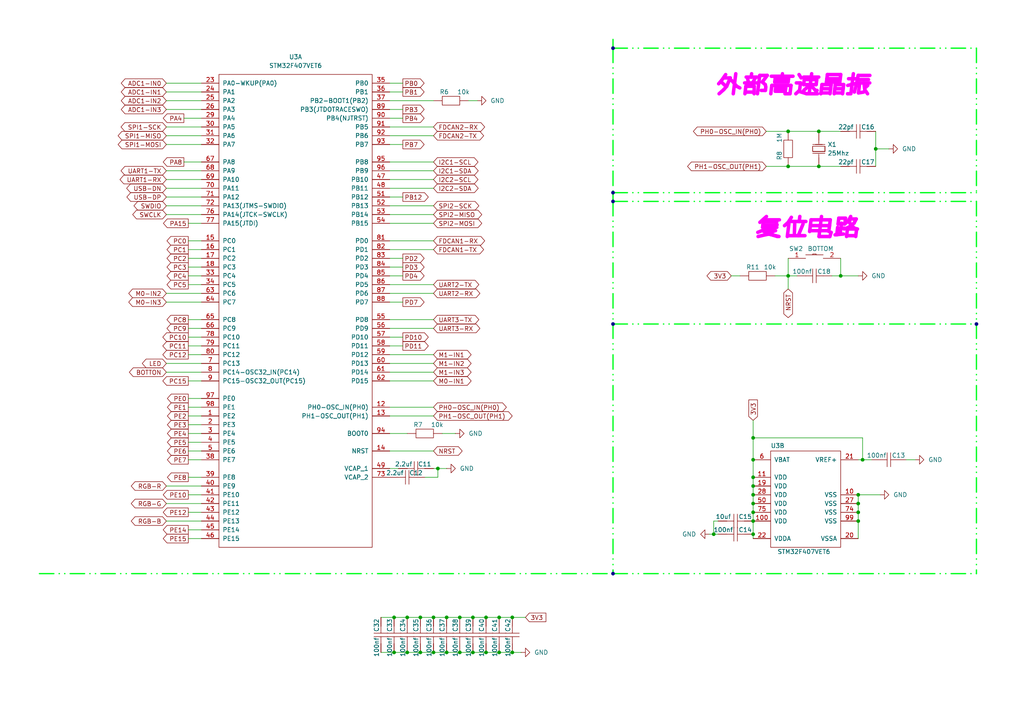
<source format=kicad_sch>
(kicad_sch
	(version 20250114)
	(generator "eeschema")
	(generator_version "9.0")
	(uuid "aa8dfdcc-d0dc-4bd7-8a24-1e4b2f40d944")
	(paper "A4")
	(title_block
		(title "STM32F407VET6")
		(date "2025-01-24")
		(rev "Dennis_Re_Yoonjiho")
	)
	(lib_symbols
		(symbol "Ts_Foc_Vo符号库:BOTTOM"
			(pin_names
				(offset 1.016)
				(hide yes)
			)
			(exclude_from_sim no)
			(in_bom yes)
			(on_board yes)
			(property "Reference" "SW"
				(at -7.112 3.048 0)
				(effects
					(font
						(size 1.27 1.27)
					)
				)
			)
			(property "Value" "BOTTOM"
				(at 2.794 3.048 0)
				(effects
					(font
						(size 1.27 1.27)
					)
				)
			)
			(property "Footprint" "kicad_lceda:SW-SMD_L6.0-W3.3-LS8.0"
				(at -0.254 -1.524 0)
				(effects
					(font
						(size 1.27 1.27)
					)
					(hide yes)
				)
			)
			(property "Datasheet" ""
				(at 0 -4.953 0)
				(effects
					(font
						(size 1.27 1.27)
					)
					(hide yes)
				)
			)
			(property "Description" ""
				(at 0 0 0)
				(effects
					(font
						(size 1.27 1.27)
					)
					(hide yes)
				)
			)
			(property "SuppliersPartNumber" "C318938"
				(at 0 -10.033 0)
				(effects
					(font
						(size 1.27 1.27)
					)
					(hide yes)
				)
			)
			(property "uuid" "std:8710e6eb28c44416b37b2e373d35a96d"
				(at 0 -10.033 0)
				(effects
					(font
						(size 1.27 1.27)
					)
					(hide yes)
				)
			)
			(symbol "BOTTOM_1_1"
				(polyline
					(pts
						(xy -2.54 1.016) (xy 2.54 1.016)
					)
					(stroke
						(width 0.1524)
						(type solid)
					)
					(fill
						(type none)
					)
				)
				(polyline
					(pts
						(xy -0.508 1.016) (xy -0.508 1.27) (xy 0.508 1.27) (xy 0.508 1.016)
					)
					(stroke
						(width 0.1524)
						(type solid)
					)
					(fill
						(type none)
					)
				)
				(pin input line
					(at -7.62 0 0)
					(length 5.08)
					(name "1"
						(effects
							(font
								(size 1.27 1.27)
							)
						)
					)
					(number "1"
						(effects
							(font
								(size 1.27 1.27)
							)
						)
					)
				)
				(pin input line
					(at 7.62 0 180)
					(length 5.08)
					(name "2"
						(effects
							(font
								(size 1.27 1.27)
							)
						)
					)
					(number "2"
						(effects
							(font
								(size 1.27 1.27)
							)
						)
					)
				)
			)
			(embedded_fonts no)
		)
		(symbol "Ts_Foc_Vo符号库:CAP"
			(pin_numbers
				(hide yes)
			)
			(pin_names
				(offset 1.016)
				(hide yes)
			)
			(exclude_from_sim no)
			(in_bom yes)
			(on_board yes)
			(property "Reference" "C"
				(at -2.286 1.524 0)
				(effects
					(font
						(size 1.27 1.27)
					)
				)
			)
			(property "Value" "Value"
				(at 3.81 1.524 0)
				(effects
					(font
						(size 1.27 1.27)
					)
				)
			)
			(property "Footprint" "kicad_lceda:C0402"
				(at 0.762 -2.794 0)
				(effects
					(font
						(size 1.27 1.27)
					)
					(hide yes)
				)
			)
			(property "Datasheet" "http://www.szlcsc.com/product/details_602003.html"
				(at 0.254 -2.794 0)
				(effects
					(font
						(size 1.27 1.27)
					)
					(hide yes)
				)
			)
			(property "Description" ""
				(at 0 0 0)
				(effects
					(font
						(size 1.27 1.27)
					)
					(hide yes)
				)
			)
			(property "SuppliersPartNumber" "C575438"
				(at -0.508 -3.048 0)
				(effects
					(font
						(size 1.27 1.27)
					)
					(hide yes)
				)
			)
			(property "uuid" "std:0b682b3549a44c2f91624e74dc370f45"
				(at -0.508 -3.048 0)
				(effects
					(font
						(size 1.27 1.27)
					)
					(hide yes)
				)
			)
			(symbol "CAP_1_1"
				(polyline
					(pts
						(xy -0.508 0) (xy -2.54 0)
					)
					(stroke
						(width 0.1524)
						(type solid)
					)
					(fill
						(type none)
					)
				)
				(polyline
					(pts
						(xy -0.508 -2.032) (xy -0.508 2.032)
					)
					(stroke
						(width 0.1524)
						(type solid)
					)
					(fill
						(type none)
					)
				)
				(polyline
					(pts
						(xy 0.508 2.032) (xy 0.508 -2.032)
					)
					(stroke
						(width 0.1524)
						(type solid)
					)
					(fill
						(type none)
					)
				)
				(polyline
					(pts
						(xy 2.54 0) (xy 0.508 0)
					)
					(stroke
						(width 0.1524)
						(type solid)
					)
					(fill
						(type none)
					)
				)
				(pin input line
					(at -5.08 0 0)
					(length 2.54)
					(name "1"
						(effects
							(font
								(size 1.27 1.27)
							)
						)
					)
					(number "1"
						(effects
							(font
								(size 1.27 1.27)
							)
						)
					)
				)
				(pin input line
					(at 5.08 0 180)
					(length 2.54)
					(name "2"
						(effects
							(font
								(size 1.27 1.27)
							)
						)
					)
					(number "2"
						(effects
							(font
								(size 1.27 1.27)
							)
						)
					)
				)
			)
			(embedded_fonts no)
		)
		(symbol "Ts_Foc_Vo符号库:RES"
			(pin_numbers
				(hide yes)
			)
			(pin_names
				(offset 1.016)
				(hide yes)
			)
			(exclude_from_sim no)
			(in_bom yes)
			(on_board yes)
			(property "Reference" "R"
				(at -2.286 2.032 0)
				(effects
					(font
						(size 1.27 1.27)
					)
				)
			)
			(property "Value" "Value"
				(at 2.286 2.032 0)
				(effects
					(font
						(size 1.27 1.27)
					)
				)
			)
			(property "Footprint" "kicad_lceda:R0402"
				(at 0.254 -2.54 0)
				(effects
					(font
						(size 1.27 1.27)
					)
					(hide yes)
				)
			)
			(property "Datasheet" ""
				(at 0 -6.35 0)
				(effects
					(font
						(size 1.27 1.27)
					)
					(hide yes)
				)
			)
			(property "Description" ""
				(at 0 0 0)
				(effects
					(font
						(size 1.27 1.27)
					)
					(hide yes)
				)
			)
			(property "SuppliersPartNumber" "C5200633"
				(at 0 -11.43 0)
				(effects
					(font
						(size 1.27 1.27)
					)
					(hide yes)
				)
			)
			(property "uuid" "std:0c78b8f437b74d4badbc2695159e48f2"
				(at 0 -11.43 0)
				(effects
					(font
						(size 1.27 1.27)
					)
					(hide yes)
				)
			)
			(symbol "RES_1_1"
				(rectangle
					(start -2.54 1.27)
					(end 2.54 -1.27)
					(stroke
						(width 0.1524)
						(type solid)
					)
					(fill
						(type none)
					)
				)
				(pin input line
					(at -5.08 0 0)
					(length 2.54)
					(name "1"
						(effects
							(font
								(size 1.27 1.27)
							)
						)
					)
					(number "1"
						(effects
							(font
								(size 1.27 1.27)
							)
						)
					)
				)
				(pin input line
					(at 5.08 0 180)
					(length 2.54)
					(name "2"
						(effects
							(font
								(size 1.27 1.27)
							)
						)
					)
					(number "2"
						(effects
							(font
								(size 1.27 1.27)
							)
						)
					)
				)
			)
			(embedded_fonts no)
		)
		(symbol "Ts_Foc_Vo符号库:STM32F407VET6"
			(pin_names
				(offset 1.016)
			)
			(exclude_from_sim no)
			(in_bom yes)
			(on_board yes)
			(property "Reference" "U"
				(at -16.764 69.85 0)
				(effects
					(font
						(size 1.27 1.27)
					)
				)
			)
			(property "Value" "STM32F407VET6"
				(at 3.556 70.104 0)
				(effects
					(font
						(size 1.27 1.27)
					)
				)
			)
			(property "Footprint" "kicad_lceda:LQFP-100_L14.0-W14.0-P0.50-LS16.0-BL"
				(at 0 66.04 0)
				(effects
					(font
						(size 1.27 1.27)
					)
					(hide yes)
				)
			)
			(property "Datasheet" "http://www.szlcsc.com/product/details_29482.html"
				(at 0 60.96 0)
				(effects
					(font
						(size 1.27 1.27)
					)
					(hide yes)
				)
			)
			(property "Description" ""
				(at 0 0 0)
				(effects
					(font
						(size 1.27 1.27)
					)
					(hide yes)
				)
			)
			(property "SuppliersPartNumber" "C28730"
				(at 0 55.88 0)
				(effects
					(font
						(size 1.27 1.27)
					)
					(hide yes)
				)
			)
			(property "uuid" "std:c57599171b39e7b6cadb721e4e815f9a"
				(at 0 55.88 0)
				(effects
					(font
						(size 1.27 1.27)
					)
					(hide yes)
				)
			)
			(symbol "STM32F407VET6_1_1"
				(rectangle
					(start -17.78 68.58)
					(end 26.67 -68.58)
					(stroke
						(width 0.1524)
						(type solid)
					)
					(fill
						(type none)
					)
				)
				(pin bidirectional line
					(at -22.86 66.04 0)
					(length 5.08)
					(name "PA0-WKUP(PA0)"
						(effects
							(font
								(size 1.27 1.27)
							)
						)
					)
					(number "23"
						(effects
							(font
								(size 1.27 1.27)
							)
						)
					)
				)
				(pin bidirectional line
					(at -22.86 63.5 0)
					(length 5.08)
					(name "PA1"
						(effects
							(font
								(size 1.27 1.27)
							)
						)
					)
					(number "24"
						(effects
							(font
								(size 1.27 1.27)
							)
						)
					)
				)
				(pin bidirectional line
					(at -22.86 60.96 0)
					(length 5.08)
					(name "PA2"
						(effects
							(font
								(size 1.27 1.27)
							)
						)
					)
					(number "25"
						(effects
							(font
								(size 1.27 1.27)
							)
						)
					)
				)
				(pin bidirectional line
					(at -22.86 58.42 0)
					(length 5.08)
					(name "PA3"
						(effects
							(font
								(size 1.27 1.27)
							)
						)
					)
					(number "26"
						(effects
							(font
								(size 1.27 1.27)
							)
						)
					)
				)
				(pin bidirectional line
					(at -22.86 55.88 0)
					(length 5.08)
					(name "PA4"
						(effects
							(font
								(size 1.27 1.27)
							)
						)
					)
					(number "29"
						(effects
							(font
								(size 1.27 1.27)
							)
						)
					)
				)
				(pin bidirectional line
					(at -22.86 53.34 0)
					(length 5.08)
					(name "PA5"
						(effects
							(font
								(size 1.27 1.27)
							)
						)
					)
					(number "30"
						(effects
							(font
								(size 1.27 1.27)
							)
						)
					)
				)
				(pin bidirectional line
					(at -22.86 50.8 0)
					(length 5.08)
					(name "PA6"
						(effects
							(font
								(size 1.27 1.27)
							)
						)
					)
					(number "31"
						(effects
							(font
								(size 1.27 1.27)
							)
						)
					)
				)
				(pin bidirectional line
					(at -22.86 48.26 0)
					(length 5.08)
					(name "PA7"
						(effects
							(font
								(size 1.27 1.27)
							)
						)
					)
					(number "32"
						(effects
							(font
								(size 1.27 1.27)
							)
						)
					)
				)
				(pin bidirectional line
					(at -22.86 43.18 0)
					(length 5.08)
					(name "PA8"
						(effects
							(font
								(size 1.27 1.27)
							)
						)
					)
					(number "67"
						(effects
							(font
								(size 1.27 1.27)
							)
						)
					)
				)
				(pin bidirectional line
					(at -22.86 40.64 0)
					(length 5.08)
					(name "PA9"
						(effects
							(font
								(size 1.27 1.27)
							)
						)
					)
					(number "68"
						(effects
							(font
								(size 1.27 1.27)
							)
						)
					)
				)
				(pin bidirectional line
					(at -22.86 38.1 0)
					(length 5.08)
					(name "PA10"
						(effects
							(font
								(size 1.27 1.27)
							)
						)
					)
					(number "69"
						(effects
							(font
								(size 1.27 1.27)
							)
						)
					)
				)
				(pin bidirectional line
					(at -22.86 35.56 0)
					(length 5.08)
					(name "PA11"
						(effects
							(font
								(size 1.27 1.27)
							)
						)
					)
					(number "70"
						(effects
							(font
								(size 1.27 1.27)
							)
						)
					)
				)
				(pin bidirectional line
					(at -22.86 33.02 0)
					(length 5.08)
					(name "PA12"
						(effects
							(font
								(size 1.27 1.27)
							)
						)
					)
					(number "71"
						(effects
							(font
								(size 1.27 1.27)
							)
						)
					)
				)
				(pin bidirectional line
					(at -22.86 30.48 0)
					(length 5.08)
					(name "PA13(JTMS-SWDIO)"
						(effects
							(font
								(size 1.27 1.27)
							)
						)
					)
					(number "72"
						(effects
							(font
								(size 1.27 1.27)
							)
						)
					)
				)
				(pin bidirectional line
					(at -22.86 27.94 0)
					(length 5.08)
					(name "PA14(JTCK-SWCLK)"
						(effects
							(font
								(size 1.27 1.27)
							)
						)
					)
					(number "76"
						(effects
							(font
								(size 1.27 1.27)
							)
						)
					)
				)
				(pin bidirectional line
					(at -22.86 25.4 0)
					(length 5.08)
					(name "PA15(JTDI)"
						(effects
							(font
								(size 1.27 1.27)
							)
						)
					)
					(number "77"
						(effects
							(font
								(size 1.27 1.27)
							)
						)
					)
				)
				(pin bidirectional line
					(at -22.86 20.32 0)
					(length 5.08)
					(name "PC0"
						(effects
							(font
								(size 1.27 1.27)
							)
						)
					)
					(number "15"
						(effects
							(font
								(size 1.27 1.27)
							)
						)
					)
				)
				(pin bidirectional line
					(at -22.86 17.78 0)
					(length 5.08)
					(name "PC1"
						(effects
							(font
								(size 1.27 1.27)
							)
						)
					)
					(number "16"
						(effects
							(font
								(size 1.27 1.27)
							)
						)
					)
				)
				(pin bidirectional line
					(at -22.86 15.24 0)
					(length 5.08)
					(name "PC2"
						(effects
							(font
								(size 1.27 1.27)
							)
						)
					)
					(number "17"
						(effects
							(font
								(size 1.27 1.27)
							)
						)
					)
				)
				(pin bidirectional line
					(at -22.86 12.7 0)
					(length 5.08)
					(name "PC3"
						(effects
							(font
								(size 1.27 1.27)
							)
						)
					)
					(number "18"
						(effects
							(font
								(size 1.27 1.27)
							)
						)
					)
				)
				(pin bidirectional line
					(at -22.86 10.16 0)
					(length 5.08)
					(name "PC4"
						(effects
							(font
								(size 1.27 1.27)
							)
						)
					)
					(number "33"
						(effects
							(font
								(size 1.27 1.27)
							)
						)
					)
				)
				(pin bidirectional line
					(at -22.86 7.62 0)
					(length 5.08)
					(name "PC5"
						(effects
							(font
								(size 1.27 1.27)
							)
						)
					)
					(number "34"
						(effects
							(font
								(size 1.27 1.27)
							)
						)
					)
				)
				(pin bidirectional line
					(at -22.86 5.08 0)
					(length 5.08)
					(name "PC6"
						(effects
							(font
								(size 1.27 1.27)
							)
						)
					)
					(number "63"
						(effects
							(font
								(size 1.27 1.27)
							)
						)
					)
				)
				(pin bidirectional line
					(at -22.86 2.54 0)
					(length 5.08)
					(name "PC7"
						(effects
							(font
								(size 1.27 1.27)
							)
						)
					)
					(number "64"
						(effects
							(font
								(size 1.27 1.27)
							)
						)
					)
				)
				(pin bidirectional line
					(at -22.86 -2.54 0)
					(length 5.08)
					(name "PC8"
						(effects
							(font
								(size 1.27 1.27)
							)
						)
					)
					(number "65"
						(effects
							(font
								(size 1.27 1.27)
							)
						)
					)
				)
				(pin bidirectional line
					(at -22.86 -5.08 0)
					(length 5.08)
					(name "PC9"
						(effects
							(font
								(size 1.27 1.27)
							)
						)
					)
					(number "66"
						(effects
							(font
								(size 1.27 1.27)
							)
						)
					)
				)
				(pin bidirectional line
					(at -22.86 -7.62 0)
					(length 5.08)
					(name "PC10"
						(effects
							(font
								(size 1.27 1.27)
							)
						)
					)
					(number "78"
						(effects
							(font
								(size 1.27 1.27)
							)
						)
					)
				)
				(pin bidirectional line
					(at -22.86 -10.16 0)
					(length 5.08)
					(name "PC11"
						(effects
							(font
								(size 1.27 1.27)
							)
						)
					)
					(number "79"
						(effects
							(font
								(size 1.27 1.27)
							)
						)
					)
				)
				(pin bidirectional line
					(at -22.86 -12.7 0)
					(length 5.08)
					(name "PC12"
						(effects
							(font
								(size 1.27 1.27)
							)
						)
					)
					(number "80"
						(effects
							(font
								(size 1.27 1.27)
							)
						)
					)
				)
				(pin bidirectional line
					(at -22.86 -15.24 0)
					(length 5.08)
					(name "PC13"
						(effects
							(font
								(size 1.27 1.27)
							)
						)
					)
					(number "7"
						(effects
							(font
								(size 1.27 1.27)
							)
						)
					)
				)
				(pin bidirectional line
					(at -22.86 -17.78 0)
					(length 5.08)
					(name "PC14-OSC32_IN(PC14)"
						(effects
							(font
								(size 1.27 1.27)
							)
						)
					)
					(number "8"
						(effects
							(font
								(size 1.27 1.27)
							)
						)
					)
				)
				(pin bidirectional line
					(at -22.86 -20.32 0)
					(length 5.08)
					(name "PC15-OSC32_OUT(PC15)"
						(effects
							(font
								(size 1.27 1.27)
							)
						)
					)
					(number "9"
						(effects
							(font
								(size 1.27 1.27)
							)
						)
					)
				)
				(pin bidirectional line
					(at -22.86 -25.4 0)
					(length 5.08)
					(name "PE0"
						(effects
							(font
								(size 1.27 1.27)
							)
						)
					)
					(number "97"
						(effects
							(font
								(size 1.27 1.27)
							)
						)
					)
				)
				(pin bidirectional line
					(at -22.86 -27.94 0)
					(length 5.08)
					(name "PE1"
						(effects
							(font
								(size 1.27 1.27)
							)
						)
					)
					(number "98"
						(effects
							(font
								(size 1.27 1.27)
							)
						)
					)
				)
				(pin bidirectional line
					(at -22.86 -30.48 0)
					(length 5.08)
					(name "PE2"
						(effects
							(font
								(size 1.27 1.27)
							)
						)
					)
					(number "1"
						(effects
							(font
								(size 1.27 1.27)
							)
						)
					)
				)
				(pin bidirectional line
					(at -22.86 -33.02 0)
					(length 5.08)
					(name "PE3"
						(effects
							(font
								(size 1.27 1.27)
							)
						)
					)
					(number "2"
						(effects
							(font
								(size 1.27 1.27)
							)
						)
					)
				)
				(pin bidirectional line
					(at -22.86 -35.56 0)
					(length 5.08)
					(name "PE4"
						(effects
							(font
								(size 1.27 1.27)
							)
						)
					)
					(number "3"
						(effects
							(font
								(size 1.27 1.27)
							)
						)
					)
				)
				(pin bidirectional line
					(at -22.86 -38.1 0)
					(length 5.08)
					(name "PE5"
						(effects
							(font
								(size 1.27 1.27)
							)
						)
					)
					(number "4"
						(effects
							(font
								(size 1.27 1.27)
							)
						)
					)
				)
				(pin bidirectional line
					(at -22.86 -40.64 0)
					(length 5.08)
					(name "PE6"
						(effects
							(font
								(size 1.27 1.27)
							)
						)
					)
					(number "5"
						(effects
							(font
								(size 1.27 1.27)
							)
						)
					)
				)
				(pin bidirectional line
					(at -22.86 -43.18 0)
					(length 5.08)
					(name "PE7"
						(effects
							(font
								(size 1.27 1.27)
							)
						)
					)
					(number "38"
						(effects
							(font
								(size 1.27 1.27)
							)
						)
					)
				)
				(pin bidirectional line
					(at -22.86 -48.26 0)
					(length 5.08)
					(name "PE8"
						(effects
							(font
								(size 1.27 1.27)
							)
						)
					)
					(number "39"
						(effects
							(font
								(size 1.27 1.27)
							)
						)
					)
				)
				(pin bidirectional line
					(at -22.86 -50.8 0)
					(length 5.08)
					(name "PE9"
						(effects
							(font
								(size 1.27 1.27)
							)
						)
					)
					(number "40"
						(effects
							(font
								(size 1.27 1.27)
							)
						)
					)
				)
				(pin bidirectional line
					(at -22.86 -53.34 0)
					(length 5.08)
					(name "PE10"
						(effects
							(font
								(size 1.27 1.27)
							)
						)
					)
					(number "41"
						(effects
							(font
								(size 1.27 1.27)
							)
						)
					)
				)
				(pin bidirectional line
					(at -22.86 -55.88 0)
					(length 5.08)
					(name "PE11"
						(effects
							(font
								(size 1.27 1.27)
							)
						)
					)
					(number "42"
						(effects
							(font
								(size 1.27 1.27)
							)
						)
					)
				)
				(pin bidirectional line
					(at -22.86 -58.42 0)
					(length 5.08)
					(name "PE12"
						(effects
							(font
								(size 1.27 1.27)
							)
						)
					)
					(number "43"
						(effects
							(font
								(size 1.27 1.27)
							)
						)
					)
				)
				(pin bidirectional line
					(at -22.86 -60.96 0)
					(length 5.08)
					(name "PE13"
						(effects
							(font
								(size 1.27 1.27)
							)
						)
					)
					(number "44"
						(effects
							(font
								(size 1.27 1.27)
							)
						)
					)
				)
				(pin bidirectional line
					(at -22.86 -63.5 0)
					(length 5.08)
					(name "PE14"
						(effects
							(font
								(size 1.27 1.27)
							)
						)
					)
					(number "45"
						(effects
							(font
								(size 1.27 1.27)
							)
						)
					)
				)
				(pin bidirectional line
					(at -22.86 -66.04 0)
					(length 5.08)
					(name "PE15"
						(effects
							(font
								(size 1.27 1.27)
							)
						)
					)
					(number "46"
						(effects
							(font
								(size 1.27 1.27)
							)
						)
					)
				)
				(pin bidirectional line
					(at 31.75 66.04 180)
					(length 5.08)
					(name "PB0"
						(effects
							(font
								(size 1.27 1.27)
							)
						)
					)
					(number "35"
						(effects
							(font
								(size 1.27 1.27)
							)
						)
					)
				)
				(pin bidirectional line
					(at 31.75 63.5 180)
					(length 5.08)
					(name "PB1"
						(effects
							(font
								(size 1.27 1.27)
							)
						)
					)
					(number "36"
						(effects
							(font
								(size 1.27 1.27)
							)
						)
					)
				)
				(pin bidirectional line
					(at 31.75 60.96 180)
					(length 5.08)
					(name "PB2-BOOT1(PB2)"
						(effects
							(font
								(size 1.27 1.27)
							)
						)
					)
					(number "37"
						(effects
							(font
								(size 1.27 1.27)
							)
						)
					)
				)
				(pin bidirectional line
					(at 31.75 58.42 180)
					(length 5.08)
					(name "PB3(JTDOTRACESWO)"
						(effects
							(font
								(size 1.27 1.27)
							)
						)
					)
					(number "89"
						(effects
							(font
								(size 1.27 1.27)
							)
						)
					)
				)
				(pin bidirectional line
					(at 31.75 55.88 180)
					(length 5.08)
					(name "PB4(NJTRST)"
						(effects
							(font
								(size 1.27 1.27)
							)
						)
					)
					(number "90"
						(effects
							(font
								(size 1.27 1.27)
							)
						)
					)
				)
				(pin bidirectional line
					(at 31.75 53.34 180)
					(length 5.08)
					(name "PB5"
						(effects
							(font
								(size 1.27 1.27)
							)
						)
					)
					(number "91"
						(effects
							(font
								(size 1.27 1.27)
							)
						)
					)
				)
				(pin bidirectional line
					(at 31.75 50.8 180)
					(length 5.08)
					(name "PB6"
						(effects
							(font
								(size 1.27 1.27)
							)
						)
					)
					(number "92"
						(effects
							(font
								(size 1.27 1.27)
							)
						)
					)
				)
				(pin bidirectional line
					(at 31.75 48.26 180)
					(length 5.08)
					(name "PB7"
						(effects
							(font
								(size 1.27 1.27)
							)
						)
					)
					(number "93"
						(effects
							(font
								(size 1.27 1.27)
							)
						)
					)
				)
				(pin bidirectional line
					(at 31.75 43.18 180)
					(length 5.08)
					(name "PB8"
						(effects
							(font
								(size 1.27 1.27)
							)
						)
					)
					(number "95"
						(effects
							(font
								(size 1.27 1.27)
							)
						)
					)
				)
				(pin bidirectional line
					(at 31.75 40.64 180)
					(length 5.08)
					(name "PB9"
						(effects
							(font
								(size 1.27 1.27)
							)
						)
					)
					(number "96"
						(effects
							(font
								(size 1.27 1.27)
							)
						)
					)
				)
				(pin bidirectional line
					(at 31.75 38.1 180)
					(length 5.08)
					(name "PB10"
						(effects
							(font
								(size 1.27 1.27)
							)
						)
					)
					(number "47"
						(effects
							(font
								(size 1.27 1.27)
							)
						)
					)
				)
				(pin bidirectional line
					(at 31.75 35.56 180)
					(length 5.08)
					(name "PB11"
						(effects
							(font
								(size 1.27 1.27)
							)
						)
					)
					(number "48"
						(effects
							(font
								(size 1.27 1.27)
							)
						)
					)
				)
				(pin bidirectional line
					(at 31.75 33.02 180)
					(length 5.08)
					(name "PB12"
						(effects
							(font
								(size 1.27 1.27)
							)
						)
					)
					(number "51"
						(effects
							(font
								(size 1.27 1.27)
							)
						)
					)
				)
				(pin bidirectional line
					(at 31.75 30.48 180)
					(length 5.08)
					(name "PB13"
						(effects
							(font
								(size 1.27 1.27)
							)
						)
					)
					(number "52"
						(effects
							(font
								(size 1.27 1.27)
							)
						)
					)
				)
				(pin bidirectional line
					(at 31.75 27.94 180)
					(length 5.08)
					(name "PB14"
						(effects
							(font
								(size 1.27 1.27)
							)
						)
					)
					(number "53"
						(effects
							(font
								(size 1.27 1.27)
							)
						)
					)
				)
				(pin bidirectional line
					(at 31.75 25.4 180)
					(length 5.08)
					(name "PB15"
						(effects
							(font
								(size 1.27 1.27)
							)
						)
					)
					(number "54"
						(effects
							(font
								(size 1.27 1.27)
							)
						)
					)
				)
				(pin bidirectional line
					(at 31.75 20.32 180)
					(length 5.08)
					(name "PD0"
						(effects
							(font
								(size 1.27 1.27)
							)
						)
					)
					(number "81"
						(effects
							(font
								(size 1.27 1.27)
							)
						)
					)
				)
				(pin bidirectional line
					(at 31.75 17.78 180)
					(length 5.08)
					(name "PD1"
						(effects
							(font
								(size 1.27 1.27)
							)
						)
					)
					(number "82"
						(effects
							(font
								(size 1.27 1.27)
							)
						)
					)
				)
				(pin bidirectional line
					(at 31.75 15.24 180)
					(length 5.08)
					(name "PD2"
						(effects
							(font
								(size 1.27 1.27)
							)
						)
					)
					(number "83"
						(effects
							(font
								(size 1.27 1.27)
							)
						)
					)
				)
				(pin bidirectional line
					(at 31.75 12.7 180)
					(length 5.08)
					(name "PD3"
						(effects
							(font
								(size 1.27 1.27)
							)
						)
					)
					(number "84"
						(effects
							(font
								(size 1.27 1.27)
							)
						)
					)
				)
				(pin bidirectional line
					(at 31.75 10.16 180)
					(length 5.08)
					(name "PD4"
						(effects
							(font
								(size 1.27 1.27)
							)
						)
					)
					(number "85"
						(effects
							(font
								(size 1.27 1.27)
							)
						)
					)
				)
				(pin bidirectional line
					(at 31.75 7.62 180)
					(length 5.08)
					(name "PD5"
						(effects
							(font
								(size 1.27 1.27)
							)
						)
					)
					(number "86"
						(effects
							(font
								(size 1.27 1.27)
							)
						)
					)
				)
				(pin bidirectional line
					(at 31.75 5.08 180)
					(length 5.08)
					(name "PD6"
						(effects
							(font
								(size 1.27 1.27)
							)
						)
					)
					(number "87"
						(effects
							(font
								(size 1.27 1.27)
							)
						)
					)
				)
				(pin bidirectional line
					(at 31.75 2.54 180)
					(length 5.08)
					(name "PD7"
						(effects
							(font
								(size 1.27 1.27)
							)
						)
					)
					(number "88"
						(effects
							(font
								(size 1.27 1.27)
							)
						)
					)
				)
				(pin bidirectional line
					(at 31.75 -2.54 180)
					(length 5.08)
					(name "PD8"
						(effects
							(font
								(size 1.27 1.27)
							)
						)
					)
					(number "55"
						(effects
							(font
								(size 1.27 1.27)
							)
						)
					)
				)
				(pin bidirectional line
					(at 31.75 -5.08 180)
					(length 5.08)
					(name "PD9"
						(effects
							(font
								(size 1.27 1.27)
							)
						)
					)
					(number "56"
						(effects
							(font
								(size 1.27 1.27)
							)
						)
					)
				)
				(pin bidirectional line
					(at 31.75 -7.62 180)
					(length 5.08)
					(name "PD10"
						(effects
							(font
								(size 1.27 1.27)
							)
						)
					)
					(number "57"
						(effects
							(font
								(size 1.27 1.27)
							)
						)
					)
				)
				(pin bidirectional line
					(at 31.75 -10.16 180)
					(length 5.08)
					(name "PD11"
						(effects
							(font
								(size 1.27 1.27)
							)
						)
					)
					(number "58"
						(effects
							(font
								(size 1.27 1.27)
							)
						)
					)
				)
				(pin bidirectional line
					(at 31.75 -12.7 180)
					(length 5.08)
					(name "PD12"
						(effects
							(font
								(size 1.27 1.27)
							)
						)
					)
					(number "59"
						(effects
							(font
								(size 1.27 1.27)
							)
						)
					)
				)
				(pin bidirectional line
					(at 31.75 -15.24 180)
					(length 5.08)
					(name "PD13"
						(effects
							(font
								(size 1.27 1.27)
							)
						)
					)
					(number "60"
						(effects
							(font
								(size 1.27 1.27)
							)
						)
					)
				)
				(pin bidirectional line
					(at 31.75 -17.78 180)
					(length 5.08)
					(name "PD14"
						(effects
							(font
								(size 1.27 1.27)
							)
						)
					)
					(number "61"
						(effects
							(font
								(size 1.27 1.27)
							)
						)
					)
				)
				(pin bidirectional line
					(at 31.75 -20.32 180)
					(length 5.08)
					(name "PD15"
						(effects
							(font
								(size 1.27 1.27)
							)
						)
					)
					(number "62"
						(effects
							(font
								(size 1.27 1.27)
							)
						)
					)
				)
				(pin bidirectional line
					(at 31.75 -27.94 180)
					(length 5.08)
					(name "PH0-OSC_IN(PH0)"
						(effects
							(font
								(size 1.27 1.27)
							)
						)
					)
					(number "12"
						(effects
							(font
								(size 1.27 1.27)
							)
						)
					)
				)
				(pin bidirectional line
					(at 31.75 -30.48 180)
					(length 5.08)
					(name "PH1-OSC_OUT(PH1)"
						(effects
							(font
								(size 1.27 1.27)
							)
						)
					)
					(number "13"
						(effects
							(font
								(size 1.27 1.27)
							)
						)
					)
				)
				(pin input line
					(at 31.75 -35.56 180)
					(length 5.08)
					(name "BOOT0"
						(effects
							(font
								(size 1.27 1.27)
							)
						)
					)
					(number "94"
						(effects
							(font
								(size 1.27 1.27)
							)
						)
					)
				)
				(pin bidirectional line
					(at 31.75 -40.64 180)
					(length 5.08)
					(name "NRST"
						(effects
							(font
								(size 1.27 1.27)
							)
						)
					)
					(number "14"
						(effects
							(font
								(size 1.27 1.27)
							)
						)
					)
				)
				(pin power_in line
					(at 31.75 -45.72 180)
					(length 5.08)
					(name "VCAP_1"
						(effects
							(font
								(size 1.27 1.27)
							)
						)
					)
					(number "49"
						(effects
							(font
								(size 1.27 1.27)
							)
						)
					)
				)
				(pin power_in line
					(at 31.75 -48.26 180)
					(length 5.08)
					(name "VCAP_2"
						(effects
							(font
								(size 1.27 1.27)
							)
						)
					)
					(number "73"
						(effects
							(font
								(size 1.27 1.27)
							)
						)
					)
				)
			)
			(symbol "STM32F407VET6_2_1"
				(rectangle
					(start -10.16 13.97)
					(end 10.16 -13.97)
					(stroke
						(width 0.1524)
						(type solid)
					)
					(fill
						(type none)
					)
				)
				(pin power_in line
					(at -15.24 11.43 0)
					(length 5.08)
					(name "VBAT"
						(effects
							(font
								(size 1.27 1.27)
							)
						)
					)
					(number "6"
						(effects
							(font
								(size 1.27 1.27)
							)
						)
					)
				)
				(pin power_in line
					(at -15.24 6.35 0)
					(length 5.08)
					(name "VDD"
						(effects
							(font
								(size 1.27 1.27)
							)
						)
					)
					(number "11"
						(effects
							(font
								(size 1.27 1.27)
							)
						)
					)
				)
				(pin power_in line
					(at -15.24 3.81 0)
					(length 5.08)
					(name "VDD"
						(effects
							(font
								(size 1.27 1.27)
							)
						)
					)
					(number "19"
						(effects
							(font
								(size 1.27 1.27)
							)
						)
					)
				)
				(pin power_in line
					(at -15.24 1.27 0)
					(length 5.08)
					(name "VDD"
						(effects
							(font
								(size 1.27 1.27)
							)
						)
					)
					(number "28"
						(effects
							(font
								(size 1.27 1.27)
							)
						)
					)
				)
				(pin power_in line
					(at -15.24 -1.27 0)
					(length 5.08)
					(name "VDD"
						(effects
							(font
								(size 1.27 1.27)
							)
						)
					)
					(number "50"
						(effects
							(font
								(size 1.27 1.27)
							)
						)
					)
				)
				(pin power_in line
					(at -15.24 -3.81 0)
					(length 5.08)
					(name "VDD"
						(effects
							(font
								(size 1.27 1.27)
							)
						)
					)
					(number "75"
						(effects
							(font
								(size 1.27 1.27)
							)
						)
					)
				)
				(pin power_in line
					(at -15.24 -6.35 0)
					(length 5.08)
					(name "VDD"
						(effects
							(font
								(size 1.27 1.27)
							)
						)
					)
					(number "100"
						(effects
							(font
								(size 1.27 1.27)
							)
						)
					)
				)
				(pin power_in line
					(at -15.24 -11.43 0)
					(length 5.08)
					(name "VDDA"
						(effects
							(font
								(size 1.27 1.27)
							)
						)
					)
					(number "22"
						(effects
							(font
								(size 1.27 1.27)
							)
						)
					)
				)
				(pin power_in line
					(at 15.24 11.43 180)
					(length 5.08)
					(name "VREF+"
						(effects
							(font
								(size 1.27 1.27)
							)
						)
					)
					(number "21"
						(effects
							(font
								(size 1.27 1.27)
							)
						)
					)
				)
				(pin power_in line
					(at 15.24 1.27 180)
					(length 5.08)
					(name "VSS"
						(effects
							(font
								(size 1.27 1.27)
							)
						)
					)
					(number "10"
						(effects
							(font
								(size 1.27 1.27)
							)
						)
					)
				)
				(pin power_in line
					(at 15.24 -1.27 180)
					(length 5.08)
					(name "VSS"
						(effects
							(font
								(size 1.27 1.27)
							)
						)
					)
					(number "27"
						(effects
							(font
								(size 1.27 1.27)
							)
						)
					)
				)
				(pin power_in line
					(at 15.24 -3.81 180)
					(length 5.08)
					(name "VSS"
						(effects
							(font
								(size 1.27 1.27)
							)
						)
					)
					(number "74"
						(effects
							(font
								(size 1.27 1.27)
							)
						)
					)
				)
				(pin power_in line
					(at 15.24 -6.35 180)
					(length 5.08)
					(name "VSS"
						(effects
							(font
								(size 1.27 1.27)
							)
						)
					)
					(number "99"
						(effects
							(font
								(size 1.27 1.27)
							)
						)
					)
				)
				(pin power_in line
					(at 15.24 -11.43 180)
					(length 5.08)
					(name "VSSA"
						(effects
							(font
								(size 1.27 1.27)
							)
						)
					)
					(number "20"
						(effects
							(font
								(size 1.27 1.27)
							)
						)
					)
				)
			)
			(embedded_fonts no)
		)
		(symbol "Ts_Foc_Vo符号库:XTAL"
			(pin_numbers
				(hide yes)
			)
			(pin_names
				(offset 1.016)
				(hide yes)
			)
			(exclude_from_sim no)
			(in_bom yes)
			(on_board yes)
			(property "Reference" "X"
				(at -3.048 2.032 0)
				(effects
					(font
						(size 1.27 1.27)
					)
				)
			)
			(property "Value" "XTAL"
				(at 4.318 1.778 0)
				(effects
					(font
						(size 1.27 1.27)
					)
				)
			)
			(property "Footprint" "kicad_lceda:OSC-SMD_L5.0-W3.2"
				(at 0 -3.048 0)
				(effects
					(font
						(size 1.27 1.27)
					)
					(hide yes)
				)
			)
			(property "Datasheet" "http://www.szlcsc.com/product/details_113802.html"
				(at 0 -3.048 0)
				(effects
					(font
						(size 1.27 1.27)
					)
					(hide yes)
				)
			)
			(property "Description" ""
				(at 0 0 0)
				(effects
					(font
						(size 1.27 1.27)
					)
					(hide yes)
				)
			)
			(property "SuppliersPartNumber" "C112569"
				(at -0.762 -3.302 0)
				(effects
					(font
						(size 1.27 1.27)
					)
					(hide yes)
				)
			)
			(property "uuid" "std:e233a153029d49408d43a57d37bf4e66"
				(at -0.762 -3.302 0)
				(effects
					(font
						(size 1.27 1.27)
					)
					(hide yes)
				)
			)
			(symbol "XTAL_1_1"
				(polyline
					(pts
						(xy -2.54 0) (xy -1.524 0)
					)
					(stroke
						(width 0.1524)
						(type solid)
					)
					(fill
						(type none)
					)
				)
				(polyline
					(pts
						(xy -1.27 -1.016) (xy -1.27 1.016)
					)
					(stroke
						(width 0.1524)
						(type solid)
					)
					(fill
						(type none)
					)
				)
				(polyline
					(pts
						(xy -1.27 -1.778) (xy -1.27 1.778)
					)
					(stroke
						(width 0.1524)
						(type solid)
					)
					(fill
						(type none)
					)
				)
				(polyline
					(pts
						(xy -0.762 -1.778) (xy -0.762 1.778) (xy 0.762 1.778) (xy 0.762 -1.778)
					)
					(stroke
						(width 0.1524)
						(type solid)
					)
					(fill
						(type none)
					)
				)
				(polyline
					(pts
						(xy 0.762 1.778) (xy 0.762 -1.778) (xy -0.762 -1.778) (xy -0.762 1.778) (xy 0.762 1.778)
					)
					(stroke
						(width 0.1524)
						(type solid)
					)
					(fill
						(type none)
					)
				)
				(polyline
					(pts
						(xy 0.762 -1.778) (xy -0.762 -1.778)
					)
					(stroke
						(width 0.1524)
						(type solid)
					)
					(fill
						(type none)
					)
				)
				(polyline
					(pts
						(xy 1.27 -1.016) (xy 1.27 1.016)
					)
					(stroke
						(width 0.1524)
						(type solid)
					)
					(fill
						(type none)
					)
				)
				(polyline
					(pts
						(xy 1.27 -1.778) (xy 1.27 1.778)
					)
					(stroke
						(width 0.1524)
						(type solid)
					)
					(fill
						(type none)
					)
				)
				(polyline
					(pts
						(xy 2.54 0) (xy 1.524 0)
					)
					(stroke
						(width 0.1524)
						(type solid)
					)
					(fill
						(type none)
					)
				)
				(pin input line
					(at -5.08 0 0)
					(length 2.54)
					(name "OSC1"
						(effects
							(font
								(size 1.27 1.27)
							)
						)
					)
					(number "1"
						(effects
							(font
								(size 1.27 1.27)
							)
						)
					)
				)
				(pin input line
					(at 5.08 0 180)
					(length 2.54)
					(name "OSC2"
						(effects
							(font
								(size 1.27 1.27)
							)
						)
					)
					(number "2"
						(effects
							(font
								(size 1.27 1.27)
							)
						)
					)
				)
			)
			(embedded_fonts no)
		)
		(symbol "power:GND"
			(power)
			(pin_numbers
				(hide yes)
			)
			(pin_names
				(offset 0)
				(hide yes)
			)
			(exclude_from_sim no)
			(in_bom yes)
			(on_board yes)
			(property "Reference" "#PWR"
				(at 0 -6.35 0)
				(effects
					(font
						(size 1.27 1.27)
					)
					(hide yes)
				)
			)
			(property "Value" "GND"
				(at 0 -3.81 0)
				(effects
					(font
						(size 1.27 1.27)
					)
				)
			)
			(property "Footprint" ""
				(at 0 0 0)
				(effects
					(font
						(size 1.27 1.27)
					)
					(hide yes)
				)
			)
			(property "Datasheet" ""
				(at 0 0 0)
				(effects
					(font
						(size 1.27 1.27)
					)
					(hide yes)
				)
			)
			(property "Description" "Power symbol creates a global label with name \"GND\" , ground"
				(at 0 0 0)
				(effects
					(font
						(size 1.27 1.27)
					)
					(hide yes)
				)
			)
			(property "ki_keywords" "global power"
				(at 0 0 0)
				(effects
					(font
						(size 1.27 1.27)
					)
					(hide yes)
				)
			)
			(symbol "GND_0_1"
				(polyline
					(pts
						(xy 0 0) (xy 0 -1.27) (xy 1.27 -1.27) (xy 0 -2.54) (xy -1.27 -1.27) (xy 0 -1.27)
					)
					(stroke
						(width 0)
						(type default)
					)
					(fill
						(type none)
					)
				)
			)
			(symbol "GND_1_1"
				(pin power_in line
					(at 0 0 270)
					(length 0)
					(name "~"
						(effects
							(font
								(size 1.27 1.27)
							)
						)
					)
					(number "1"
						(effects
							(font
								(size 1.27 1.27)
							)
						)
					)
				)
			)
			(embedded_fonts no)
		)
	)
	(text "外部高速晶振\n"
		(exclude_from_sim yes)
		(at 230.124 25.146 0)
		(effects
			(font
				(size 5.08 5.08)
				(thickness 1.016)
				(bold yes)
				(italic yes)
				(color 255 2 253 1)
			)
		)
		(uuid "00e4af57-0fe7-4954-9b52-e05a2b4c104a")
	)
	(text "复位电路\n"
		(exclude_from_sim yes)
		(at 234.188 66.548 0)
		(effects
			(font
				(size 5.08 5.08)
				(thickness 1.016)
				(bold yes)
				(italic yes)
				(color 255 2 253 1)
			)
		)
		(uuid "60af84da-1d28-419c-949c-e51924bca3e9")
	)
	(junction
		(at 118.11 189.23)
		(diameter 0)
		(color 0 0 0 0)
		(uuid "0916172e-5b6f-442f-88e4-84288cde9d15")
	)
	(junction
		(at 248.92 143.51)
		(diameter 0)
		(color 0 0 0 0)
		(uuid "1ec52652-f0ec-4b16-b13c-663cb3ba8bae")
	)
	(junction
		(at 148.59 189.23)
		(diameter 0)
		(color 0 0 0 0)
		(uuid "21986b57-a030-4aad-89ce-8ec162a045b3")
	)
	(junction
		(at 118.11 179.07)
		(diameter 0)
		(color 0 0 0 0)
		(uuid "26c2dbe1-2672-45b4-8ba2-dd5d1bf252f9")
	)
	(junction
		(at 144.78 189.23)
		(diameter 0)
		(color 0 0 0 0)
		(uuid "2e4356d3-307f-432b-809c-94d4d12bc25f")
	)
	(junction
		(at 243.84 80.01)
		(diameter 0)
		(color 0 0 0 0)
		(uuid "2e99e213-69b0-46e2-8419-f6dc89fe479c")
	)
	(junction
		(at 177.8 93.98)
		(diameter 0)
		(color 0 0 0 0)
		(uuid "42004782-564d-44a0-b266-53d63700139b")
	)
	(junction
		(at 133.35 179.07)
		(diameter 0)
		(color 0 0 0 0)
		(uuid "461e2520-960f-40b4-ae25-282840951256")
	)
	(junction
		(at 248.92 151.13)
		(diameter 0)
		(color 0 0 0 0)
		(uuid "476a6dc5-1fc6-4940-a51e-fcd373f6f4b8")
	)
	(junction
		(at 218.44 127)
		(diameter 0)
		(color 0 0 0 0)
		(uuid "48f247b5-58bd-4d5c-8689-8f7a5de5d38f")
	)
	(junction
		(at 140.97 189.23)
		(diameter 0)
		(color 0 0 0 0)
		(uuid "49f7d9b1-4e04-4c46-9fa9-b39b3b4b695f")
	)
	(junction
		(at 114.3 179.07)
		(diameter 0)
		(color 0 0 0 0)
		(uuid "4cc3bc2e-16bb-4cab-9085-02e1740e664a")
	)
	(junction
		(at 218.44 138.43)
		(diameter 0)
		(color 0 0 0 0)
		(uuid "50043230-cb0e-494c-b0a7-3954b91e35d2")
	)
	(junction
		(at 144.78 179.07)
		(diameter 0)
		(color 0 0 0 0)
		(uuid "545950c0-a0d9-4c09-b066-f4d4b58b93c8")
	)
	(junction
		(at 218.44 151.13)
		(diameter 0)
		(color 0 0 0 0)
		(uuid "5529ff4f-a478-4602-8b9d-706ef7c53a33")
	)
	(junction
		(at 177.8 58.42)
		(diameter 0)
		(color 0 0 0 0)
		(uuid "60770408-52b0-4dd2-8a16-fa74daea3853")
	)
	(junction
		(at 125.73 189.23)
		(diameter 0)
		(color 0 0 0 0)
		(uuid "609dbb05-74f3-4896-8647-2df0a843136a")
	)
	(junction
		(at 218.44 146.05)
		(diameter 0)
		(color 0 0 0 0)
		(uuid "64278a79-7f56-4da6-81e4-25adbdfefa8e")
	)
	(junction
		(at 133.35 189.23)
		(diameter 0)
		(color 0 0 0 0)
		(uuid "6ab294bd-e032-4139-8728-fedacc3f03e5")
	)
	(junction
		(at 228.6 48.26)
		(diameter 0)
		(color 0 0 0 0)
		(uuid "791711da-0614-4c58-ad31-ba3b064229d4")
	)
	(junction
		(at 129.54 189.23)
		(diameter 0)
		(color 0 0 0 0)
		(uuid "794775f9-b616-4b1e-8ca6-ad181d25f823")
	)
	(junction
		(at 177.8 166.37)
		(diameter 0)
		(color 0 0 0 0)
		(uuid "7f770c0a-defd-431b-9e21-c5b6e8eac605")
	)
	(junction
		(at 127 135.89)
		(diameter 0)
		(color 0 0 0 0)
		(uuid "8173cc17-36fb-446e-bf99-caf0368c1c51")
	)
	(junction
		(at 248.92 146.05)
		(diameter 0)
		(color 0 0 0 0)
		(uuid "851671a7-a093-4805-b579-8f1e1667eec0")
	)
	(junction
		(at 125.73 179.07)
		(diameter 0)
		(color 0 0 0 0)
		(uuid "909fd863-ce05-4c0a-bf82-c4de4bcd54ce")
	)
	(junction
		(at 228.6 38.1)
		(diameter 0)
		(color 0 0 0 0)
		(uuid "92c0acc6-689f-4722-b9b3-b4c3952b1fdf")
	)
	(junction
		(at 228.6 80.01)
		(diameter 0)
		(color 0 0 0 0)
		(uuid "93ce5fb5-c00f-494e-8e64-c4742389732b")
	)
	(junction
		(at 237.49 38.1)
		(diameter 0)
		(color 0 0 0 0)
		(uuid "9659a0e1-56c7-4244-a72b-b13d1af45068")
	)
	(junction
		(at 114.3 189.23)
		(diameter 0)
		(color 0 0 0 0)
		(uuid "9993dbf0-cb90-499e-a2ed-124901679ffb")
	)
	(junction
		(at 248.92 148.59)
		(diameter 0)
		(color 0 0 0 0)
		(uuid "ad90ff35-60b3-48bc-a9d5-b6def5a23225")
	)
	(junction
		(at 177.8 13.97)
		(diameter 0)
		(color 0 0 0 0)
		(uuid "af59ad9f-312a-4a45-81a4-a41ea127f96b")
	)
	(junction
		(at 254 43.18)
		(diameter 0)
		(color 0 0 0 0)
		(uuid "b21e0435-54f0-492d-aa3c-6574e07ffc2e")
	)
	(junction
		(at 218.44 143.51)
		(diameter 0)
		(color 0 0 0 0)
		(uuid "b4bebbc1-fe64-4189-9a94-327a49eb4f2e")
	)
	(junction
		(at 207.01 154.94)
		(diameter 0)
		(color 0 0 0 0)
		(uuid "b6e8a921-1df3-4e1d-ad8b-2723be65fe9f")
	)
	(junction
		(at 129.54 179.07)
		(diameter 0)
		(color 0 0 0 0)
		(uuid "b782c343-80f4-4174-a36f-36857ab754f7")
	)
	(junction
		(at 121.92 189.23)
		(diameter 0)
		(color 0 0 0 0)
		(uuid "c1e067b7-6676-4ac0-be5d-940a49a741d5")
	)
	(junction
		(at 137.16 179.07)
		(diameter 0)
		(color 0 0 0 0)
		(uuid "c340f363-5a45-4a11-860d-5d0a071ebac5")
	)
	(junction
		(at 218.44 140.97)
		(diameter 0)
		(color 0 0 0 0)
		(uuid "c4091872-0e20-49cd-8dc9-bdd709371601")
	)
	(junction
		(at 121.92 179.07)
		(diameter 0)
		(color 0 0 0 0)
		(uuid "cb0e4e6d-d926-462f-851c-80511ae28dc1")
	)
	(junction
		(at 140.97 179.07)
		(diameter 0)
		(color 0 0 0 0)
		(uuid "d6595d0c-fb0d-4e78-a7d1-d5023106baf1")
	)
	(junction
		(at 237.49 48.26)
		(diameter 0)
		(color 0 0 0 0)
		(uuid "e193a8aa-158a-4f71-b955-957f91f92274")
	)
	(junction
		(at 137.16 189.23)
		(diameter 0)
		(color 0 0 0 0)
		(uuid "e79b4c57-cde1-48be-abca-3c254ef9b555")
	)
	(junction
		(at 177.8 55.88)
		(diameter 0)
		(color 0 0 0 0)
		(uuid "f049a6a5-dea5-4b3e-bf28-c917cfe63a5d")
	)
	(junction
		(at 218.44 133.35)
		(diameter 0)
		(color 0 0 0 0)
		(uuid "f54a8450-bc72-4b80-b3c9-d0806f3fb146")
	)
	(junction
		(at 218.44 154.94)
		(diameter 0)
		(color 0 0 0 0)
		(uuid "f601f1bd-1f84-4e25-86b6-94bc0fde2e20")
	)
	(junction
		(at 250.19 133.35)
		(diameter 0)
		(color 0 0 0 0)
		(uuid "fc60a73c-8de2-423a-acbf-1b01b6a7d3a3")
	)
	(junction
		(at 218.44 148.59)
		(diameter 0)
		(color 0 0 0 0)
		(uuid "fccf48b0-f95c-4f72-a184-5743310d28ea")
	)
	(junction
		(at 148.59 179.07)
		(diameter 0)
		(color 0 0 0 0)
		(uuid "fd620699-e21e-4d0d-b3b9-68f729a09a6f")
	)
	(junction
		(at 283.21 93.98)
		(diameter 0)
		(color 0 0 0 0)
		(uuid "fd75a978-fca2-49cd-8e9c-c068c9f64afb")
	)
	(wire
		(pts
			(xy 48.26 31.75) (xy 58.42 31.75)
		)
		(stroke
			(width 0)
			(type default)
		)
		(uuid "055c74f8-de3f-44bd-997e-fffdea7d34f8")
	)
	(wire
		(pts
			(xy 54.61 153.67) (xy 58.42 153.67)
		)
		(stroke
			(width 0)
			(type default)
		)
		(uuid "081a6a39-bd7c-41ff-b6f5-f53c5c6ebb8c")
	)
	(wire
		(pts
			(xy 54.61 115.57) (xy 58.42 115.57)
		)
		(stroke
			(width 0)
			(type default)
		)
		(uuid "082047aa-71dc-43f2-bb3a-70f9a2f83d23")
	)
	(wire
		(pts
			(xy 218.44 121.92) (xy 218.44 127)
		)
		(stroke
			(width 0)
			(type default)
		)
		(uuid "08350a07-fcd5-45e8-ae67-14bb27da2dc0")
	)
	(bus
		(pts
			(xy 177.8 13.97) (xy 177.8 55.88)
		)
		(stroke
			(width 0.381)
			(type dash_dot_dot)
			(color 0 255 30 1)
		)
		(uuid "0873f21f-43e0-46fa-b523-d268858cb7d1")
	)
	(wire
		(pts
			(xy 218.44 154.94) (xy 218.44 156.21)
		)
		(stroke
			(width 0)
			(type default)
		)
		(uuid "08e22c2e-e2fc-4865-aaed-d1a125d028a0")
	)
	(wire
		(pts
			(xy 48.26 59.69) (xy 58.42 59.69)
		)
		(stroke
			(width 0)
			(type default)
		)
		(uuid "0a367957-02fb-41a3-81c2-5d61e6c7071e")
	)
	(wire
		(pts
			(xy 212.09 80.01) (xy 214.63 80.01)
		)
		(stroke
			(width 0)
			(type default)
		)
		(uuid "0c5aec21-d511-4adc-8922-6a36c7995f2c")
	)
	(wire
		(pts
			(xy 205.74 154.94) (xy 207.01 154.94)
		)
		(stroke
			(width 0)
			(type default)
		)
		(uuid "0e102fbc-4eb3-4c18-bb3b-5507217f2615")
	)
	(wire
		(pts
			(xy 125.73 36.83) (xy 113.03 36.83)
		)
		(stroke
			(width 0)
			(type default)
		)
		(uuid "0ea492b3-b0df-424d-a7cc-76fcfb7671d3")
	)
	(wire
		(pts
			(xy 113.03 120.65) (xy 125.73 120.65)
		)
		(stroke
			(width 0)
			(type default)
		)
		(uuid "10ec2f1a-46f4-4892-b84a-1011106e8ba6")
	)
	(wire
		(pts
			(xy 237.49 48.26) (xy 243.84 48.26)
		)
		(stroke
			(width 0)
			(type default)
		)
		(uuid "13b2216d-83d9-4905-b217-a9f8d6d6530c")
	)
	(wire
		(pts
			(xy 54.61 143.51) (xy 58.42 143.51)
		)
		(stroke
			(width 0)
			(type default)
		)
		(uuid "149d84d2-560a-4edd-919f-d3e5bb68daac")
	)
	(wire
		(pts
			(xy 250.19 127) (xy 218.44 127)
		)
		(stroke
			(width 0)
			(type default)
		)
		(uuid "14c9b29f-6816-4da5-a566-bb83b4e00e65")
	)
	(wire
		(pts
			(xy 116.84 31.75) (xy 113.03 31.75)
		)
		(stroke
			(width 0)
			(type default)
		)
		(uuid "1a001598-627e-44a4-a290-c3c2a597bb16")
	)
	(wire
		(pts
			(xy 54.61 156.21) (xy 58.42 156.21)
		)
		(stroke
			(width 0)
			(type default)
		)
		(uuid "1c6f263e-5b29-4cc4-afd8-5dcfe11c1ee5")
	)
	(wire
		(pts
			(xy 53.34 34.29) (xy 58.42 34.29)
		)
		(stroke
			(width 0)
			(type default)
		)
		(uuid "1f56b3eb-7706-478a-9800-a00494b75954")
	)
	(wire
		(pts
			(xy 113.03 59.69) (xy 125.73 59.69)
		)
		(stroke
			(width 0)
			(type default)
		)
		(uuid "20607977-20a4-49b4-8b6a-350136634331")
	)
	(wire
		(pts
			(xy 54.61 125.73) (xy 58.42 125.73)
		)
		(stroke
			(width 0)
			(type default)
		)
		(uuid "21e76dc8-7f01-4eea-8aff-8009ad7f7d75")
	)
	(wire
		(pts
			(xy 113.03 29.21) (xy 125.73 29.21)
		)
		(stroke
			(width 0)
			(type default)
		)
		(uuid "224f6d92-919b-43df-9c46-a3262c35b81f")
	)
	(wire
		(pts
			(xy 110.49 189.23) (xy 114.3 189.23)
		)
		(stroke
			(width 0)
			(type default)
		)
		(uuid "22dfd807-c35e-45d6-afdf-2abbd89248cc")
	)
	(wire
		(pts
			(xy 121.92 189.23) (xy 125.73 189.23)
		)
		(stroke
			(width 0)
			(type default)
		)
		(uuid "239c2695-bd50-47c7-834f-ea0a83134774")
	)
	(wire
		(pts
			(xy 125.73 39.37) (xy 113.03 39.37)
		)
		(stroke
			(width 0)
			(type default)
		)
		(uuid "2553d02c-fba6-4005-ad72-9d8264e3666e")
	)
	(wire
		(pts
			(xy 54.61 82.55) (xy 58.42 82.55)
		)
		(stroke
			(width 0)
			(type default)
		)
		(uuid "273cca33-5cb5-4b33-a27a-f0974c7f12f3")
	)
	(wire
		(pts
			(xy 54.61 77.47) (xy 58.42 77.47)
		)
		(stroke
			(width 0)
			(type default)
		)
		(uuid "277db53b-c445-4ce6-9da7-1769328781f7")
	)
	(wire
		(pts
			(xy 228.6 83.82) (xy 228.6 80.01)
		)
		(stroke
			(width 0)
			(type default)
		)
		(uuid "28872a2b-1761-4fd6-8fd0-8c42eca8b34e")
	)
	(wire
		(pts
			(xy 113.03 102.87) (xy 125.73 102.87)
		)
		(stroke
			(width 0)
			(type default)
		)
		(uuid "28cde4f7-640d-47d3-aeb0-92e1fa135d05")
	)
	(wire
		(pts
			(xy 127 135.89) (xy 125.73 135.89)
		)
		(stroke
			(width 0)
			(type default)
		)
		(uuid "2b3d8284-eb7c-4639-ac87-4e8bf3770826")
	)
	(bus
		(pts
			(xy 177.8 58.42) (xy 177.8 93.98)
		)
		(stroke
			(width 0.381)
			(type dash_dot_dot)
			(color 0 255 30 1)
		)
		(uuid "2c368719-8b8f-49a7-a49b-6d542bd96a4c")
	)
	(bus
		(pts
			(xy 177.8 55.88) (xy 177.8 58.42)
		)
		(stroke
			(width 0.381)
			(type dash_dot_dot)
			(color 0 255 30 1)
		)
		(uuid "2ccd43be-50b8-49fa-9688-daa790ba3e39")
	)
	(wire
		(pts
			(xy 48.26 54.61) (xy 58.42 54.61)
		)
		(stroke
			(width 0)
			(type default)
		)
		(uuid "2cf9f729-b46c-4170-b229-514c1a2734c5")
	)
	(wire
		(pts
			(xy 113.03 72.39) (xy 125.73 72.39)
		)
		(stroke
			(width 0)
			(type default)
		)
		(uuid "2d3b2494-1fe5-401f-aaf8-237fde6208ed")
	)
	(wire
		(pts
			(xy 113.03 107.95) (xy 125.73 107.95)
		)
		(stroke
			(width 0)
			(type default)
		)
		(uuid "30bd79d3-f45a-4929-9319-e0e5480b9a8e")
	)
	(wire
		(pts
			(xy 129.54 189.23) (xy 133.35 189.23)
		)
		(stroke
			(width 0)
			(type default)
		)
		(uuid "30d8e4bd-9655-4148-9376-ce69e907ed75")
	)
	(wire
		(pts
			(xy 237.49 38.1) (xy 243.84 38.1)
		)
		(stroke
			(width 0)
			(type default)
		)
		(uuid "31b69b93-0586-4b17-924d-7b9f97df3cda")
	)
	(wire
		(pts
			(xy 116.84 87.63) (xy 113.03 87.63)
		)
		(stroke
			(width 0)
			(type default)
		)
		(uuid "351316e7-3f82-4159-b49a-8d3ead82d93f")
	)
	(wire
		(pts
			(xy 113.03 105.41) (xy 125.73 105.41)
		)
		(stroke
			(width 0)
			(type default)
		)
		(uuid "3549a0ee-ddce-462d-a9c6-5c748cbbd1e1")
	)
	(wire
		(pts
			(xy 48.26 87.63) (xy 58.42 87.63)
		)
		(stroke
			(width 0)
			(type default)
		)
		(uuid "357305fb-df12-4575-b5a8-2c56eeb34fa8")
	)
	(wire
		(pts
			(xy 115.57 135.89) (xy 113.03 135.89)
		)
		(stroke
			(width 0)
			(type default)
		)
		(uuid "35a519c1-3eed-4587-9608-0a492117ab5e")
	)
	(wire
		(pts
			(xy 113.03 62.23) (xy 125.73 62.23)
		)
		(stroke
			(width 0)
			(type default)
		)
		(uuid "391a86ba-d571-455a-9da0-d43f3749ab73")
	)
	(wire
		(pts
			(xy 121.92 179.07) (xy 125.73 179.07)
		)
		(stroke
			(width 0)
			(type default)
		)
		(uuid "3c1260d5-1db6-42ec-acaa-9099ed093076")
	)
	(wire
		(pts
			(xy 48.26 49.53) (xy 58.42 49.53)
		)
		(stroke
			(width 0)
			(type default)
		)
		(uuid "3e620bcc-ffb4-45b4-9192-31df3611d701")
	)
	(wire
		(pts
			(xy 54.61 72.39) (xy 58.42 72.39)
		)
		(stroke
			(width 0)
			(type default)
		)
		(uuid "4040fb1f-abfc-4e15-8552-a3fd93eca0d2")
	)
	(wire
		(pts
			(xy 54.61 120.65) (xy 58.42 120.65)
		)
		(stroke
			(width 0)
			(type default)
		)
		(uuid "417d38d6-ca24-4abd-8929-42ad1e19c5bc")
	)
	(wire
		(pts
			(xy 228.6 38.1) (xy 237.49 38.1)
		)
		(stroke
			(width 0)
			(type default)
		)
		(uuid "419f5d63-7773-4574-87d6-225599c46c95")
	)
	(bus
		(pts
			(xy 283.21 93.98) (xy 283.21 166.37)
		)
		(stroke
			(width 0.381)
			(type dash_dot_dot)
			(color 0 255 30 1)
		)
		(uuid "4236e002-62ed-4488-8beb-f9d190c4f0f4")
	)
	(wire
		(pts
			(xy 222.25 38.1) (xy 228.6 38.1)
		)
		(stroke
			(width 0)
			(type default)
		)
		(uuid "43365958-5031-4b1c-ba6f-926d165921db")
	)
	(wire
		(pts
			(xy 218.44 143.51) (xy 218.44 146.05)
		)
		(stroke
			(width 0)
			(type default)
		)
		(uuid "463d325f-206a-448c-91ab-f75b20e71c3b")
	)
	(wire
		(pts
			(xy 113.03 69.85) (xy 125.73 69.85)
		)
		(stroke
			(width 0)
			(type default)
		)
		(uuid "477b0246-aeb2-4c50-a2ed-29eec6b40c03")
	)
	(wire
		(pts
			(xy 116.84 24.13) (xy 113.03 24.13)
		)
		(stroke
			(width 0)
			(type default)
		)
		(uuid "4e7d7663-5ec1-4049-aa03-64876375bf22")
	)
	(wire
		(pts
			(xy 125.73 46.99) (xy 113.03 46.99)
		)
		(stroke
			(width 0)
			(type default)
		)
		(uuid "505e9f31-3426-495a-99eb-be71e64ee453")
	)
	(bus
		(pts
			(xy 177.8 166.37) (xy 283.21 166.37)
		)
		(stroke
			(width 0.381)
			(type dash_dot_dot)
			(color 0 255 30 1)
		)
		(uuid "50bd89f1-0c11-4c5f-a252-2addb4a5eeb4")
	)
	(wire
		(pts
			(xy 129.54 135.89) (xy 127 135.89)
		)
		(stroke
			(width 0)
			(type default)
		)
		(uuid "50c9f902-5c8a-452a-9a7b-f6aa0b248f2d")
	)
	(wire
		(pts
			(xy 48.26 146.05) (xy 58.42 146.05)
		)
		(stroke
			(width 0)
			(type default)
		)
		(uuid "50fb259c-ce84-47b9-a1c7-528a1492fe18")
	)
	(wire
		(pts
			(xy 116.84 77.47) (xy 113.03 77.47)
		)
		(stroke
			(width 0)
			(type default)
		)
		(uuid "5224b698-d80b-4563-8fa6-df9a4d9acf66")
	)
	(wire
		(pts
			(xy 207.01 151.13) (xy 207.01 154.94)
		)
		(stroke
			(width 0)
			(type default)
		)
		(uuid "533ea4fc-5a42-4931-aa5c-bf8fc048295c")
	)
	(wire
		(pts
			(xy 48.26 105.41) (xy 58.42 105.41)
		)
		(stroke
			(width 0)
			(type default)
		)
		(uuid "53f4cdc1-99cf-4791-8811-ba0bd499687e")
	)
	(wire
		(pts
			(xy 54.61 74.93) (xy 58.42 74.93)
		)
		(stroke
			(width 0)
			(type default)
		)
		(uuid "544f9092-0317-4247-bc5e-0c0350300d1c")
	)
	(wire
		(pts
			(xy 224.79 80.01) (xy 228.6 80.01)
		)
		(stroke
			(width 0)
			(type default)
		)
		(uuid "56e33ec3-1a58-472d-93f3-7d1e208c55ae")
	)
	(wire
		(pts
			(xy 54.61 95.25) (xy 58.42 95.25)
		)
		(stroke
			(width 0)
			(type default)
		)
		(uuid "57b1332d-7459-4f9f-90f4-8fcafc1c989e")
	)
	(wire
		(pts
			(xy 129.54 179.07) (xy 133.35 179.07)
		)
		(stroke
			(width 0)
			(type default)
		)
		(uuid "5823802d-c9b9-44c9-9a7d-43e40bbfa5ec")
	)
	(wire
		(pts
			(xy 54.61 80.01) (xy 58.42 80.01)
		)
		(stroke
			(width 0)
			(type default)
		)
		(uuid "594e07ff-bc3b-45db-8bd6-b61cd6384976")
	)
	(wire
		(pts
			(xy 207.01 154.94) (xy 208.28 154.94)
		)
		(stroke
			(width 0)
			(type default)
		)
		(uuid "5a7f92ce-2672-4a14-aa8c-a6a2095f8592")
	)
	(wire
		(pts
			(xy 54.61 102.87) (xy 58.42 102.87)
		)
		(stroke
			(width 0)
			(type default)
		)
		(uuid "5c092353-762b-4abe-977b-cc1ea543b4f1")
	)
	(wire
		(pts
			(xy 254 43.18) (xy 254 48.26)
		)
		(stroke
			(width 0)
			(type default)
		)
		(uuid "5e6989de-3886-46c4-9133-7f2aea9ed37d")
	)
	(wire
		(pts
			(xy 228.6 74.93) (xy 228.6 80.01)
		)
		(stroke
			(width 0)
			(type default)
		)
		(uuid "60e3dbc9-deb7-4e5a-bc14-e65ab8915040")
	)
	(wire
		(pts
			(xy 152.4 179.07) (xy 148.59 179.07)
		)
		(stroke
			(width 0)
			(type default)
		)
		(uuid "6310c6cc-4efd-45bd-91bc-33cb27d6ef71")
	)
	(wire
		(pts
			(xy 48.26 140.97) (xy 58.42 140.97)
		)
		(stroke
			(width 0)
			(type default)
		)
		(uuid "67fd0aee-5489-4934-b3e4-735d1129fe78")
	)
	(wire
		(pts
			(xy 133.35 189.23) (xy 137.16 189.23)
		)
		(stroke
			(width 0)
			(type default)
		)
		(uuid "69035e24-935f-49c2-b455-ff0e7bf42463")
	)
	(wire
		(pts
			(xy 218.44 148.59) (xy 218.44 151.13)
		)
		(stroke
			(width 0)
			(type default)
		)
		(uuid "6a046fed-a356-42b8-9dc9-09c262f16b70")
	)
	(wire
		(pts
			(xy 248.92 146.05) (xy 248.92 148.59)
		)
		(stroke
			(width 0)
			(type default)
		)
		(uuid "6a935b67-5370-4bc6-8cb9-7b8901cf9176")
	)
	(wire
		(pts
			(xy 218.44 140.97) (xy 218.44 143.51)
		)
		(stroke
			(width 0)
			(type default)
		)
		(uuid "6b8aba24-c079-4137-ac34-ca57820a4a53")
	)
	(wire
		(pts
			(xy 248.92 148.59) (xy 248.92 151.13)
		)
		(stroke
			(width 0)
			(type default)
		)
		(uuid "789cdb00-bf29-45bc-9e8f-209269c57c37")
	)
	(wire
		(pts
			(xy 113.03 92.71) (xy 125.73 92.71)
		)
		(stroke
			(width 0)
			(type default)
		)
		(uuid "7b440157-a2c6-4c21-968d-ab15c5b37789")
	)
	(wire
		(pts
			(xy 114.3 189.23) (xy 118.11 189.23)
		)
		(stroke
			(width 0)
			(type default)
		)
		(uuid "7b632e18-e382-48d2-8880-cdb54f567191")
	)
	(wire
		(pts
			(xy 113.03 118.11) (xy 125.73 118.11)
		)
		(stroke
			(width 0)
			(type default)
		)
		(uuid "7bbfb21c-3eca-48f4-a535-508864f3dc2f")
	)
	(wire
		(pts
			(xy 144.78 179.07) (xy 148.59 179.07)
		)
		(stroke
			(width 0)
			(type default)
		)
		(uuid "7bc9adb3-de2d-4abb-9d54-f8b2203e35e5")
	)
	(wire
		(pts
			(xy 54.61 100.33) (xy 58.42 100.33)
		)
		(stroke
			(width 0)
			(type default)
		)
		(uuid "7c4de236-f8e6-4053-9f15-6cf28da5d89b")
	)
	(wire
		(pts
			(xy 113.03 85.09) (xy 125.73 85.09)
		)
		(stroke
			(width 0)
			(type default)
		)
		(uuid "7e863d4b-f747-48dc-bf83-45f618b6f42a")
	)
	(wire
		(pts
			(xy 54.61 64.77) (xy 58.42 64.77)
		)
		(stroke
			(width 0)
			(type default)
		)
		(uuid "7f27a451-a841-46e5-9ef6-ee12a096ff3c")
	)
	(wire
		(pts
			(xy 257.81 43.18) (xy 254 43.18)
		)
		(stroke
			(width 0)
			(type default)
		)
		(uuid "7f2d0e62-8fc3-438a-a925-b4fe4a62f201")
	)
	(wire
		(pts
			(xy 48.26 85.09) (xy 58.42 85.09)
		)
		(stroke
			(width 0)
			(type default)
		)
		(uuid "807034df-3f31-494f-b0bc-d1567858a8d3")
	)
	(wire
		(pts
			(xy 48.26 41.91) (xy 58.42 41.91)
		)
		(stroke
			(width 0)
			(type default)
		)
		(uuid "81e7b5bd-32a5-4e71-a9e8-0ac7d9796590")
	)
	(wire
		(pts
			(xy 218.44 146.05) (xy 218.44 148.59)
		)
		(stroke
			(width 0)
			(type default)
		)
		(uuid "8535d708-f9d3-4a28-92ca-bcdde596ca64")
	)
	(wire
		(pts
			(xy 48.26 39.37) (xy 58.42 39.37)
		)
		(stroke
			(width 0)
			(type default)
		)
		(uuid "857df160-ad84-4201-8ff4-8a880e0866ea")
	)
	(wire
		(pts
			(xy 48.26 151.13) (xy 58.42 151.13)
		)
		(stroke
			(width 0)
			(type default)
		)
		(uuid "89d7a600-4ea3-46fa-a72b-1d57a5ef1ca6")
	)
	(wire
		(pts
			(xy 125.73 179.07) (xy 129.54 179.07)
		)
		(stroke
			(width 0)
			(type default)
		)
		(uuid "8ba9f78f-cb49-4440-8663-22257ce2e3e6")
	)
	(wire
		(pts
			(xy 127 138.43) (xy 127 135.89)
		)
		(stroke
			(width 0)
			(type default)
		)
		(uuid "8cde57e3-4de6-49ec-8930-6df180fd9399")
	)
	(wire
		(pts
			(xy 208.28 151.13) (xy 207.01 151.13)
		)
		(stroke
			(width 0)
			(type default)
		)
		(uuid "8d5fa823-2459-457e-b554-adfe334ea369")
	)
	(bus
		(pts
			(xy 177.8 93.98) (xy 283.21 93.98)
		)
		(stroke
			(width 0.381)
			(type dash_dot_dot)
			(color 0 255 30 1)
		)
		(uuid "8de64dfe-d056-42bd-9459-bae9ced43c89")
	)
	(wire
		(pts
			(xy 218.44 151.13) (xy 218.44 154.94)
		)
		(stroke
			(width 0)
			(type default)
		)
		(uuid "8e0683bf-d018-48a4-925c-4708b70800aa")
	)
	(wire
		(pts
			(xy 113.03 130.81) (xy 125.73 130.81)
		)
		(stroke
			(width 0)
			(type default)
		)
		(uuid "8ee16060-214c-4dfb-9065-2ce29f7f6292")
	)
	(wire
		(pts
			(xy 218.44 127) (xy 218.44 133.35)
		)
		(stroke
			(width 0)
			(type default)
		)
		(uuid "8f9695d2-4b9c-4066-9392-fe591ccf84d9")
	)
	(wire
		(pts
			(xy 54.61 97.79) (xy 58.42 97.79)
		)
		(stroke
			(width 0)
			(type default)
		)
		(uuid "8fd04c6a-d66b-43e7-b621-348746c58bc1")
	)
	(wire
		(pts
			(xy 113.03 95.25) (xy 125.73 95.25)
		)
		(stroke
			(width 0)
			(type default)
		)
		(uuid "906c9581-b838-4181-a011-2f4c8f8e7b78")
	)
	(wire
		(pts
			(xy 116.84 74.93) (xy 113.03 74.93)
		)
		(stroke
			(width 0)
			(type default)
		)
		(uuid "91278449-16cf-40a9-9e25-e8d09003334c")
	)
	(wire
		(pts
			(xy 116.84 100.33) (xy 113.03 100.33)
		)
		(stroke
			(width 0)
			(type default)
		)
		(uuid "91bc595c-77ff-472a-a01e-3a72444f884d")
	)
	(wire
		(pts
			(xy 123.19 138.43) (xy 127 138.43)
		)
		(stroke
			(width 0)
			(type default)
		)
		(uuid "9212dc7b-2cfa-41d3-99d5-f6a81c9a5429")
	)
	(wire
		(pts
			(xy 116.84 26.67) (xy 113.03 26.67)
		)
		(stroke
			(width 0)
			(type default)
		)
		(uuid "92e3f4e7-8632-46ba-86b8-651c4979de3c")
	)
	(wire
		(pts
			(xy 54.61 133.35) (xy 58.42 133.35)
		)
		(stroke
			(width 0)
			(type default)
		)
		(uuid "94e42ecd-8eea-4238-92be-9fd735b90653")
	)
	(wire
		(pts
			(xy 48.26 107.95) (xy 58.42 107.95)
		)
		(stroke
			(width 0)
			(type default)
		)
		(uuid "952abca0-51bc-431b-b0cd-f8ed8d72ee61")
	)
	(wire
		(pts
			(xy 54.61 148.59) (xy 58.42 148.59)
		)
		(stroke
			(width 0)
			(type default)
		)
		(uuid "96513779-dfdd-46fe-947d-59d88905c4d9")
	)
	(wire
		(pts
			(xy 222.25 48.26) (xy 228.6 48.26)
		)
		(stroke
			(width 0)
			(type default)
		)
		(uuid "96e69bf2-68bf-4e12-ae33-5e440ff335f7")
	)
	(wire
		(pts
			(xy 241.3 80.01) (xy 243.84 80.01)
		)
		(stroke
			(width 0)
			(type default)
		)
		(uuid "9ad3c69b-068f-43a9-9523-983a9b74065c")
	)
	(wire
		(pts
			(xy 54.61 130.81) (xy 58.42 130.81)
		)
		(stroke
			(width 0)
			(type default)
		)
		(uuid "9bf8c951-957f-47da-b5dc-39111f9cd328")
	)
	(wire
		(pts
			(xy 116.84 57.15) (xy 113.03 57.15)
		)
		(stroke
			(width 0)
			(type default)
		)
		(uuid "9d13aea8-9523-4340-babb-244386ac212a")
	)
	(wire
		(pts
			(xy 116.84 34.29) (xy 113.03 34.29)
		)
		(stroke
			(width 0)
			(type default)
		)
		(uuid "9d4e3020-fb77-4653-b76c-3370cfb945d6")
	)
	(bus
		(pts
			(xy 283.21 58.42) (xy 283.21 93.98)
		)
		(stroke
			(width 0.381)
			(type dash_dot_dot)
			(color 0 255 30 1)
		)
		(uuid "9e02f543-104d-43b0-86ff-3cf009a8d3fc")
	)
	(wire
		(pts
			(xy 140.97 189.23) (xy 144.78 189.23)
		)
		(stroke
			(width 0)
			(type default)
		)
		(uuid "9ed6d756-d760-4469-b482-b9602e814b1a")
	)
	(wire
		(pts
			(xy 113.03 54.61) (xy 125.73 54.61)
		)
		(stroke
			(width 0)
			(type default)
		)
		(uuid "9f3fe756-c60b-4f2b-9f9c-6191ac3e0fc0")
	)
	(wire
		(pts
			(xy 54.61 110.49) (xy 58.42 110.49)
		)
		(stroke
			(width 0)
			(type default)
		)
		(uuid "a08c641a-74f9-4424-b540-d31faced7158")
	)
	(wire
		(pts
			(xy 113.03 49.53) (xy 125.73 49.53)
		)
		(stroke
			(width 0)
			(type default)
		)
		(uuid "a2bd1485-0d5a-4f8c-a14b-a09db3ca499f")
	)
	(wire
		(pts
			(xy 118.11 189.23) (xy 121.92 189.23)
		)
		(stroke
			(width 0)
			(type default)
		)
		(uuid "a2cde0fe-28cd-4b5e-a2ae-a39e663483c5")
	)
	(wire
		(pts
			(xy 54.61 118.11) (xy 58.42 118.11)
		)
		(stroke
			(width 0)
			(type default)
		)
		(uuid "a563d689-bcc1-41a3-91ca-476c28d24609")
	)
	(wire
		(pts
			(xy 243.84 80.01) (xy 248.92 80.01)
		)
		(stroke
			(width 0)
			(type default)
		)
		(uuid "a7b96512-8cbe-4ce2-b152-06c4d9658b17")
	)
	(wire
		(pts
			(xy 248.92 143.51) (xy 248.92 146.05)
		)
		(stroke
			(width 0)
			(type default)
		)
		(uuid "a7ede7b2-cbc4-47bc-abc1-3c3742599104")
	)
	(wire
		(pts
			(xy 250.19 133.35) (xy 248.92 133.35)
		)
		(stroke
			(width 0)
			(type default)
		)
		(uuid "a8592885-db7b-48f7-819d-329dbba50f43")
	)
	(wire
		(pts
			(xy 228.6 80.01) (xy 231.14 80.01)
		)
		(stroke
			(width 0)
			(type default)
		)
		(uuid "abc99a05-f325-4bfa-86fd-38538dd037d8")
	)
	(wire
		(pts
			(xy 48.26 57.15) (xy 58.42 57.15)
		)
		(stroke
			(width 0)
			(type default)
		)
		(uuid "ac0af048-cc95-41f4-94a8-fccb329e8f1e")
	)
	(wire
		(pts
			(xy 118.11 125.73) (xy 113.03 125.73)
		)
		(stroke
			(width 0)
			(type default)
		)
		(uuid "aed8f3e3-f50e-4e1c-9151-bc93b2b2e020")
	)
	(wire
		(pts
			(xy 254 38.1) (xy 254 43.18)
		)
		(stroke
			(width 0)
			(type default)
		)
		(uuid "b354e42b-de98-4490-8048-af5234d47c10")
	)
	(wire
		(pts
			(xy 54.61 92.71) (xy 58.42 92.71)
		)
		(stroke
			(width 0)
			(type default)
		)
		(uuid "b4dcde1d-5dfb-4784-a817-c2ae53c5f0a3")
	)
	(wire
		(pts
			(xy 138.43 29.21) (xy 135.89 29.21)
		)
		(stroke
			(width 0)
			(type default)
		)
		(uuid "b53fa92a-97d1-4baf-ba77-c0f054f44e5f")
	)
	(wire
		(pts
			(xy 243.84 74.93) (xy 243.84 80.01)
		)
		(stroke
			(width 0)
			(type default)
		)
		(uuid "b69e3531-da66-4d35-a8e1-5b4c2f12af18")
	)
	(wire
		(pts
			(xy 248.92 151.13) (xy 248.92 156.21)
		)
		(stroke
			(width 0)
			(type default)
		)
		(uuid "b73b416e-e470-46b1-ae30-ea2d9f2633c9")
	)
	(bus
		(pts
			(xy 177.8 93.98) (xy 177.8 166.37)
		)
		(stroke
			(width 0.381)
			(type dash_dot_dot)
			(color 0 255 30 1)
		)
		(uuid "b7b0907d-5e64-4b7e-bf40-542c5d28ff70")
	)
	(wire
		(pts
			(xy 48.26 26.67) (xy 58.42 26.67)
		)
		(stroke
			(width 0)
			(type default)
		)
		(uuid "b7bd8840-e435-4b46-9119-38f54a265544")
	)
	(wire
		(pts
			(xy 116.84 41.91) (xy 113.03 41.91)
		)
		(stroke
			(width 0)
			(type default)
		)
		(uuid "b9515682-843c-416d-b76a-33c6ffd82bcb")
	)
	(wire
		(pts
			(xy 48.26 52.07) (xy 58.42 52.07)
		)
		(stroke
			(width 0)
			(type default)
		)
		(uuid "ba67fe8c-3074-4aec-94e1-ee48e17f6add")
	)
	(wire
		(pts
			(xy 133.35 179.07) (xy 137.16 179.07)
		)
		(stroke
			(width 0)
			(type default)
		)
		(uuid "bb26f9db-a3ad-46bb-ac4f-be8f42c37c7b")
	)
	(wire
		(pts
			(xy 54.61 128.27) (xy 58.42 128.27)
		)
		(stroke
			(width 0)
			(type default)
		)
		(uuid "bcde7fa8-aed6-4946-92d2-f98f618c6821")
	)
	(wire
		(pts
			(xy 113.03 64.77) (xy 125.73 64.77)
		)
		(stroke
			(width 0)
			(type default)
		)
		(uuid "be696f4f-488a-48c3-8c18-c91dea4ed08c")
	)
	(bus
		(pts
			(xy 177.8 58.42) (xy 283.21 58.42)
		)
		(stroke
			(width 0.381)
			(type dash_dot_dot)
			(color 0 255 30 1)
		)
		(uuid "bfa94b32-ca71-4178-9e45-77d4beb110f0")
	)
	(wire
		(pts
			(xy 125.73 189.23) (xy 129.54 189.23)
		)
		(stroke
			(width 0)
			(type default)
		)
		(uuid "bfd9fccf-c947-4d02-a96c-7172479ff0b4")
	)
	(wire
		(pts
			(xy 137.16 189.23) (xy 140.97 189.23)
		)
		(stroke
			(width 0)
			(type default)
		)
		(uuid "c37797e1-261d-4cd3-b847-46e552c084a0")
	)
	(wire
		(pts
			(xy 54.61 123.19) (xy 58.42 123.19)
		)
		(stroke
			(width 0)
			(type default)
		)
		(uuid "c416375a-fb3f-43c6-a02d-5214581bb318")
	)
	(bus
		(pts
			(xy 177.8 55.88) (xy 283.21 55.88)
		)
		(stroke
			(width 0.381)
			(type dash_dot_dot)
			(color 0 255 30 1)
		)
		(uuid "c80670b0-8299-4e71-b731-f6e2dae41df6")
	)
	(wire
		(pts
			(xy 137.16 179.07) (xy 140.97 179.07)
		)
		(stroke
			(width 0)
			(type default)
		)
		(uuid "ca1e609d-a247-4255-817e-67871f2974f4")
	)
	(wire
		(pts
			(xy 113.03 52.07) (xy 125.73 52.07)
		)
		(stroke
			(width 0)
			(type default)
		)
		(uuid "ca68c556-e76f-477c-85f1-c6fc296c79c7")
	)
	(wire
		(pts
			(xy 132.08 125.73) (xy 128.27 125.73)
		)
		(stroke
			(width 0)
			(type default)
		)
		(uuid "cc2a965a-8bf9-4971-a6bd-925fd2fefaf0")
	)
	(wire
		(pts
			(xy 255.27 143.51) (xy 248.92 143.51)
		)
		(stroke
			(width 0)
			(type default)
		)
		(uuid "d17a6f25-c059-4625-a6cd-3555cfbb27ab")
	)
	(wire
		(pts
			(xy 113.03 110.49) (xy 125.73 110.49)
		)
		(stroke
			(width 0)
			(type default)
		)
		(uuid "d33c1d1b-7f0a-441b-a593-eace3464316d")
	)
	(wire
		(pts
			(xy 116.84 97.79) (xy 113.03 97.79)
		)
		(stroke
			(width 0)
			(type default)
		)
		(uuid "d4b7e98d-0396-4602-9fc7-4f5f3a5ea854")
	)
	(wire
		(pts
			(xy 48.26 29.21) (xy 58.42 29.21)
		)
		(stroke
			(width 0)
			(type default)
		)
		(uuid "d6570e1a-380e-425d-8a97-a2b3c65b5d23")
	)
	(wire
		(pts
			(xy 53.34 46.99) (xy 58.42 46.99)
		)
		(stroke
			(width 0)
			(type default)
		)
		(uuid "d7ef1533-36f4-4999-a4c7-d8f845181e0b")
	)
	(wire
		(pts
			(xy 48.26 24.13) (xy 58.42 24.13)
		)
		(stroke
			(width 0)
			(type default)
		)
		(uuid "da20a6bd-9aab-4f8b-b285-7109d3b31b07")
	)
	(wire
		(pts
			(xy 48.26 62.23) (xy 58.42 62.23)
		)
		(stroke
			(width 0)
			(type default)
		)
		(uuid "da29b9f5-2f38-4d0e-a797-effcc0e285b6")
	)
	(wire
		(pts
			(xy 114.3 179.07) (xy 118.11 179.07)
		)
		(stroke
			(width 0)
			(type default)
		)
		(uuid "dae73b87-5b2c-463f-a651-fbf189039352")
	)
	(wire
		(pts
			(xy 218.44 133.35) (xy 218.44 138.43)
		)
		(stroke
			(width 0)
			(type default)
		)
		(uuid "dfce51d6-c5f4-4974-82dd-2a19581ffb09")
	)
	(wire
		(pts
			(xy 110.49 179.07) (xy 114.3 179.07)
		)
		(stroke
			(width 0)
			(type default)
		)
		(uuid "e01a6ea3-364b-4d75-b156-b456fdedf2f1")
	)
	(bus
		(pts
			(xy 283.21 13.97) (xy 283.21 55.88)
		)
		(stroke
			(width 0.381)
			(type dash_dot_dot)
			(color 0 255 30 1)
		)
		(uuid "e2e3fe6f-0a20-42c1-af0a-afdbdb53cb11")
	)
	(wire
		(pts
			(xy 265.43 133.35) (xy 262.89 133.35)
		)
		(stroke
			(width 0)
			(type default)
		)
		(uuid "e5f8e853-b011-4f17-993a-029f72bdb584")
	)
	(bus
		(pts
			(xy 177.8 13.97) (xy 283.21 13.97)
		)
		(stroke
			(width 0.381)
			(type dash_dot_dot)
			(color 0 255 30 1)
		)
		(uuid "ea540b94-c364-4dd9-ba00-7a504439ea91")
	)
	(wire
		(pts
			(xy 144.78 189.23) (xy 148.59 189.23)
		)
		(stroke
			(width 0)
			(type default)
		)
		(uuid "edd1f8d6-d868-4438-a1b1-f2712c2e71a1")
	)
	(wire
		(pts
			(xy 118.11 179.07) (xy 121.92 179.07)
		)
		(stroke
			(width 0)
			(type default)
		)
		(uuid "f1a04d5d-c34b-4ed5-8d17-14ca48c3039c")
	)
	(wire
		(pts
			(xy 252.73 133.35) (xy 250.19 133.35)
		)
		(stroke
			(width 0)
			(type default)
		)
		(uuid "f1f29cbf-e762-4257-817a-711c479987bb")
	)
	(wire
		(pts
			(xy 250.19 133.35) (xy 250.19 127)
		)
		(stroke
			(width 0)
			(type default)
		)
		(uuid "f415530e-9a62-4367-9d8a-d514cc846be5")
	)
	(bus
		(pts
			(xy 11.43 166.37) (xy 177.8 166.37)
		)
		(stroke
			(width 0.381)
			(type dash_dot_dot)
			(color 0 255 30 1)
		)
		(uuid "f41b79e4-315b-44ce-9512-810d3cd3a344")
	)
	(bus
		(pts
			(xy 177.8 11.43) (xy 177.8 13.97)
		)
		(stroke
			(width 0.381)
			(type dash_dot_dot)
			(color 0 255 30 1)
		)
		(uuid "f482a945-ec0d-4e73-b667-79382fff5ceb")
	)
	(wire
		(pts
			(xy 116.84 80.01) (xy 113.03 80.01)
		)
		(stroke
			(width 0)
			(type default)
		)
		(uuid "f8a8a553-d95b-4488-a297-ccdd9a328355")
	)
	(wire
		(pts
			(xy 228.6 48.26) (xy 237.49 48.26)
		)
		(stroke
			(width 0)
			(type default)
		)
		(uuid "fb38e97e-f904-4b97-950c-b7bea31cabe8")
	)
	(wire
		(pts
			(xy 48.26 36.83) (xy 58.42 36.83)
		)
		(stroke
			(width 0)
			(type default)
		)
		(uuid "fbbec97b-cc35-4de4-b9e5-2c1e64e200fc")
	)
	(wire
		(pts
			(xy 54.61 69.85) (xy 58.42 69.85)
		)
		(stroke
			(width 0)
			(type default)
		)
		(uuid "fc42a822-d947-4a67-baa2-9607cdf4fe77")
	)
	(wire
		(pts
			(xy 54.61 138.43) (xy 58.42 138.43)
		)
		(stroke
			(width 0)
			(type default)
		)
		(uuid "fd0d2a41-323a-4b63-a29c-3d9acc032945")
	)
	(wire
		(pts
			(xy 140.97 179.07) (xy 144.78 179.07)
		)
		(stroke
			(width 0)
			(type default)
		)
		(uuid "fd7e4868-15b3-437b-abd0-d8f557400f7d")
	)
	(wire
		(pts
			(xy 113.03 82.55) (xy 125.73 82.55)
		)
		(stroke
			(width 0)
			(type default)
		)
		(uuid "fdd59caf-93c3-4035-a14a-22abbc7a0bd2")
	)
	(wire
		(pts
			(xy 218.44 138.43) (xy 218.44 140.97)
		)
		(stroke
			(width 0)
			(type default)
		)
		(uuid "fe894a5f-2056-42d3-9686-21aa87230c5b")
	)
	(wire
		(pts
			(xy 151.13 189.23) (xy 148.59 189.23)
		)
		(stroke
			(width 0)
			(type default)
		)
		(uuid "ff8867b0-ea17-4e09-80a2-2e27b1549bc7")
	)
	(global_label "PC3"
		(shape output)
		(at 54.61 77.47 180)
		(fields_autoplaced yes)
		(effects
			(font
				(size 1.27 1.27)
			)
			(justify right)
		)
		(uuid "05b216a4-0f4f-424a-8cf8-8f434c3f29bf")
		(property "Intersheetrefs" "${INTERSHEET_REFS}"
			(at 47.8753 77.47 0)
			(effects
				(font
					(size 1.27 1.27)
				)
				(justify right)
				(hide yes)
			)
		)
	)
	(global_label "FDCAN1-RX"
		(shape bidirectional)
		(at 125.73 69.85 0)
		(fields_autoplaced yes)
		(effects
			(font
				(size 1.27 1.27)
			)
			(justify left)
		)
		(uuid "06ef5e9c-a82f-49a7-9d21-7e4f1b8a3ee2")
		(property "Intersheetrefs" "${INTERSHEET_REFS}"
			(at 141.1356 69.85 0)
			(effects
				(font
					(size 1.27 1.27)
				)
				(justify left)
				(hide yes)
			)
		)
	)
	(global_label "PA8"
		(shape output)
		(at 53.34 46.99 180)
		(fields_autoplaced yes)
		(effects
			(font
				(size 1.27 1.27)
			)
			(justify right)
		)
		(uuid "0b5452e3-e011-4085-b58c-7d9ecd78f6d6")
		(property "Intersheetrefs" "${INTERSHEET_REFS}"
			(at 46.7867 46.99 0)
			(effects
				(font
					(size 1.27 1.27)
				)
				(justify right)
				(hide yes)
			)
		)
	)
	(global_label "PC10"
		(shape output)
		(at 54.61 97.79 180)
		(fields_autoplaced yes)
		(effects
			(font
				(size 1.27 1.27)
			)
			(justify right)
		)
		(uuid "0ef70fbc-2c60-462b-be55-83af9e2c1f1e")
		(property "Intersheetrefs" "${INTERSHEET_REFS}"
			(at 46.6658 97.79 0)
			(effects
				(font
					(size 1.27 1.27)
				)
				(justify right)
				(hide yes)
			)
		)
	)
	(global_label "FDCAN2-TX"
		(shape bidirectional)
		(at 125.73 39.37 0)
		(fields_autoplaced yes)
		(effects
			(font
				(size 1.27 1.27)
			)
			(justify left)
		)
		(uuid "0fa19d9a-93f3-4178-9f0c-a1e11f874fb4")
		(property "Intersheetrefs" "${INTERSHEET_REFS}"
			(at 140.8332 39.37 0)
			(effects
				(font
					(size 1.27 1.27)
				)
				(justify left)
				(hide yes)
			)
		)
	)
	(global_label "M0-IN2"
		(shape bidirectional)
		(at 48.26 85.09 180)
		(fields_autoplaced yes)
		(effects
			(font
				(size 1.27 1.27)
			)
			(justify right)
		)
		(uuid "11c42c7c-3c5b-45f0-b5e3-77f46fe418e6")
		(property "Intersheetrefs" "${INTERSHEET_REFS}"
			(at 36.7854 85.09 0)
			(effects
				(font
					(size 1.27 1.27)
				)
				(justify right)
				(hide yes)
			)
		)
	)
	(global_label "M1-IN2"
		(shape bidirectional)
		(at 125.73 105.41 0)
		(fields_autoplaced yes)
		(effects
			(font
				(size 1.27 1.27)
			)
			(justify left)
		)
		(uuid "12eb9414-3470-4aea-a034-0367ce03a06b")
		(property "Intersheetrefs" "${INTERSHEET_REFS}"
			(at 137.2046 105.41 0)
			(effects
				(font
					(size 1.27 1.27)
				)
				(justify left)
				(hide yes)
			)
		)
	)
	(global_label "ADC1-IN0"
		(shape bidirectional)
		(at 48.26 24.13 180)
		(fields_autoplaced yes)
		(effects
			(font
				(size 1.27 1.27)
			)
			(justify right)
		)
		(uuid "17e0d4f7-f564-4fb1-9daa-fdc49bab5340")
		(property "Intersheetrefs" "${INTERSHEET_REFS}"
			(at 34.6082 24.13 0)
			(effects
				(font
					(size 1.27 1.27)
				)
				(justify right)
				(hide yes)
			)
		)
	)
	(global_label "PH1-OSC_OUT(PH1)"
		(shape bidirectional)
		(at 222.25 48.26 180)
		(fields_autoplaced yes)
		(effects
			(font
				(size 1.27 1.27)
			)
			(justify right)
		)
		(uuid "187751b1-aebd-48c4-b7c1-702ac87dc428")
		(property "Intersheetrefs" "${INTERSHEET_REFS}"
			(at 198.8615 48.26 0)
			(effects
				(font
					(size 1.27 1.27)
				)
				(justify right)
				(hide yes)
			)
		)
	)
	(global_label "UART1-RX"
		(shape bidirectional)
		(at 48.26 52.07 180)
		(fields_autoplaced yes)
		(effects
			(font
				(size 1.27 1.27)
			)
			(justify right)
		)
		(uuid "1c065325-1601-4a45-958b-f8c59aa8d9cc")
		(property "Intersheetrefs" "${INTERSHEET_REFS}"
			(at 34.2454 52.07 0)
			(effects
				(font
					(size 1.27 1.27)
				)
				(justify right)
				(hide yes)
			)
		)
	)
	(global_label "SPI1-MISO"
		(shape bidirectional)
		(at 48.26 39.37 180)
		(fields_autoplaced yes)
		(effects
			(font
				(size 1.27 1.27)
			)
			(justify right)
		)
		(uuid "22edf56a-f098-4418-822b-7ee1dcbdde8b")
		(property "Intersheetrefs" "${INTERSHEET_REFS}"
			(at 33.7011 39.37 0)
			(effects
				(font
					(size 1.27 1.27)
				)
				(justify right)
				(hide yes)
			)
		)
	)
	(global_label "I2C2-SCL"
		(shape bidirectional)
		(at 125.73 52.07 0)
		(fields_autoplaced yes)
		(effects
			(font
				(size 1.27 1.27)
			)
			(justify left)
		)
		(uuid "264c60d9-9e52-4d3e-91ef-68d3376ba2c8")
		(property "Intersheetrefs" "${INTERSHEET_REFS}"
			(at 139.2003 52.07 0)
			(effects
				(font
					(size 1.27 1.27)
				)
				(justify left)
				(hide yes)
			)
		)
	)
	(global_label "I2C1-SCL"
		(shape bidirectional)
		(at 125.73 46.99 0)
		(fields_autoplaced yes)
		(effects
			(font
				(size 1.27 1.27)
			)
			(justify left)
		)
		(uuid "26ae0753-92a5-45ed-bdbb-bc9508f073d8")
		(property "Intersheetrefs" "${INTERSHEET_REFS}"
			(at 139.2003 46.99 0)
			(effects
				(font
					(size 1.27 1.27)
				)
				(justify left)
				(hide yes)
			)
		)
	)
	(global_label "SPI1-MOSI"
		(shape bidirectional)
		(at 48.26 41.91 180)
		(fields_autoplaced yes)
		(effects
			(font
				(size 1.27 1.27)
			)
			(justify right)
		)
		(uuid "27d4cfe6-5f7b-4e26-bcc7-1515d22e583a")
		(property "Intersheetrefs" "${INTERSHEET_REFS}"
			(at 33.7011 41.91 0)
			(effects
				(font
					(size 1.27 1.27)
				)
				(justify right)
				(hide yes)
			)
		)
	)
	(global_label "PB3"
		(shape output)
		(at 116.84 31.75 0)
		(fields_autoplaced yes)
		(effects
			(font
				(size 1.27 1.27)
			)
			(justify left)
		)
		(uuid "27f3ce1e-d4a5-4eba-87b5-451414974655")
		(property "Intersheetrefs" "${INTERSHEET_REFS}"
			(at 123.5747 31.75 0)
			(effects
				(font
					(size 1.27 1.27)
				)
				(justify left)
				(hide yes)
			)
		)
	)
	(global_label "SPI2-MOSI"
		(shape bidirectional)
		(at 125.73 64.77 0)
		(fields_autoplaced yes)
		(effects
			(font
				(size 1.27 1.27)
			)
			(justify left)
		)
		(uuid "2a9e694d-77c3-44a1-a0df-d933abd11f51")
		(property "Intersheetrefs" "${INTERSHEET_REFS}"
			(at 140.2889 64.77 0)
			(effects
				(font
					(size 1.27 1.27)
				)
				(justify left)
				(hide yes)
			)
		)
	)
	(global_label "M1-IN3"
		(shape bidirectional)
		(at 125.73 107.95 0)
		(fields_autoplaced yes)
		(effects
			(font
				(size 1.27 1.27)
			)
			(justify left)
		)
		(uuid "2bd1bacb-24ee-4bdd-bb7a-7ab427e73729")
		(property "Intersheetrefs" "${INTERSHEET_REFS}"
			(at 137.2046 107.95 0)
			(effects
				(font
					(size 1.27 1.27)
				)
				(justify left)
				(hide yes)
			)
		)
	)
	(global_label "PC8"
		(shape output)
		(at 54.61 92.71 180)
		(fields_autoplaced yes)
		(effects
			(font
				(size 1.27 1.27)
			)
			(justify right)
		)
		(uuid "2dd51dfb-9414-42dd-907f-78cc2a9a9626")
		(property "Intersheetrefs" "${INTERSHEET_REFS}"
			(at 47.8753 92.71 0)
			(effects
				(font
					(size 1.27 1.27)
				)
				(justify right)
				(hide yes)
			)
		)
	)
	(global_label "PC12"
		(shape output)
		(at 54.61 102.87 180)
		(fields_autoplaced yes)
		(effects
			(font
				(size 1.27 1.27)
			)
			(justify right)
		)
		(uuid "33a92216-2ed9-4045-ad84-66a0322f23c3")
		(property "Intersheetrefs" "${INTERSHEET_REFS}"
			(at 46.6658 102.87 0)
			(effects
				(font
					(size 1.27 1.27)
				)
				(justify right)
				(hide yes)
			)
		)
	)
	(global_label "PH0-OSC_IN(PH0)"
		(shape bidirectional)
		(at 222.25 38.1 180)
		(fields_autoplaced yes)
		(effects
			(font
				(size 1.27 1.27)
			)
			(justify right)
		)
		(uuid "370dbf72-f677-48d5-b002-f163c01ba50e")
		(property "Intersheetrefs" "${INTERSHEET_REFS}"
			(at 200.5548 38.1 0)
			(effects
				(font
					(size 1.27 1.27)
				)
				(justify right)
				(hide yes)
			)
		)
	)
	(global_label "M1-IN1"
		(shape bidirectional)
		(at 125.73 102.87 0)
		(fields_autoplaced yes)
		(effects
			(font
				(size 1.27 1.27)
			)
			(justify left)
		)
		(uuid "371e18b7-7178-492b-830b-77c094200871")
		(property "Intersheetrefs" "${INTERSHEET_REFS}"
			(at 137.2046 102.87 0)
			(effects
				(font
					(size 1.27 1.27)
				)
				(justify left)
				(hide yes)
			)
		)
	)
	(global_label "PD11"
		(shape output)
		(at 116.84 100.33 0)
		(fields_autoplaced yes)
		(effects
			(font
				(size 1.27 1.27)
			)
			(justify left)
		)
		(uuid "3a0ff9ea-19fa-4972-bffb-d58b96fa502b")
		(property "Intersheetrefs" "${INTERSHEET_REFS}"
			(at 124.7842 100.33 0)
			(effects
				(font
					(size 1.27 1.27)
				)
				(justify left)
				(hide yes)
			)
		)
	)
	(global_label "PB1"
		(shape output)
		(at 116.84 26.67 0)
		(fields_autoplaced yes)
		(effects
			(font
				(size 1.27 1.27)
			)
			(justify left)
		)
		(uuid "3c1dcc76-cf7e-44cc-b7e4-340d99c4ecc4")
		(property "Intersheetrefs" "${INTERSHEET_REFS}"
			(at 123.5747 26.67 0)
			(effects
				(font
					(size 1.27 1.27)
				)
				(justify left)
				(hide yes)
			)
		)
	)
	(global_label "PC11"
		(shape output)
		(at 54.61 100.33 180)
		(fields_autoplaced yes)
		(effects
			(font
				(size 1.27 1.27)
			)
			(justify right)
		)
		(uuid "3dd170a1-8b4b-41f1-8fdc-ae405b03baa2")
		(property "Intersheetrefs" "${INTERSHEET_REFS}"
			(at 46.6658 100.33 0)
			(effects
				(font
					(size 1.27 1.27)
				)
				(justify right)
				(hide yes)
			)
		)
	)
	(global_label "I2C1-SDA"
		(shape bidirectional)
		(at 125.73 49.53 0)
		(fields_autoplaced yes)
		(effects
			(font
				(size 1.27 1.27)
			)
			(justify left)
		)
		(uuid "41d73bef-dfb7-43ce-a7d0-74d2d43ed4cc")
		(property "Intersheetrefs" "${INTERSHEET_REFS}"
			(at 139.2608 49.53 0)
			(effects
				(font
					(size 1.27 1.27)
				)
				(justify left)
				(hide yes)
			)
		)
	)
	(global_label "I2C2-SDA"
		(shape bidirectional)
		(at 125.73 54.61 0)
		(fields_autoplaced yes)
		(effects
			(font
				(size 1.27 1.27)
			)
			(justify left)
		)
		(uuid "44e93af9-4f38-469b-8d0c-b369f54e00c9")
		(property "Intersheetrefs" "${INTERSHEET_REFS}"
			(at 139.2608 54.61 0)
			(effects
				(font
					(size 1.27 1.27)
				)
				(justify left)
				(hide yes)
			)
		)
	)
	(global_label "PB12"
		(shape output)
		(at 116.84 57.15 0)
		(fields_autoplaced yes)
		(effects
			(font
				(size 1.27 1.27)
			)
			(justify left)
		)
		(uuid "4c438892-779a-454e-8c24-d6425c0388fa")
		(property "Intersheetrefs" "${INTERSHEET_REFS}"
			(at 124.7842 57.15 0)
			(effects
				(font
					(size 1.27 1.27)
				)
				(justify left)
				(hide yes)
			)
		)
	)
	(global_label "PE15"
		(shape output)
		(at 54.61 156.21 180)
		(fields_autoplaced yes)
		(effects
			(font
				(size 1.27 1.27)
			)
			(justify right)
		)
		(uuid "506914ca-f2eb-44e0-8a19-6f7a31da63ac")
		(property "Intersheetrefs" "${INTERSHEET_REFS}"
			(at 46.7868 156.21 0)
			(effects
				(font
					(size 1.27 1.27)
				)
				(justify right)
				(hide yes)
			)
		)
	)
	(global_label "SPI1-SCK"
		(shape bidirectional)
		(at 48.26 36.83 180)
		(fields_autoplaced yes)
		(effects
			(font
				(size 1.27 1.27)
			)
			(justify right)
		)
		(uuid "553857eb-6bbf-49dc-8efc-b1279b68ba4c")
		(property "Intersheetrefs" "${INTERSHEET_REFS}"
			(at 34.5478 36.83 0)
			(effects
				(font
					(size 1.27 1.27)
				)
				(justify right)
				(hide yes)
			)
		)
	)
	(global_label "PE3"
		(shape output)
		(at 54.61 123.19 180)
		(fields_autoplaced yes)
		(effects
			(font
				(size 1.27 1.27)
			)
			(justify right)
		)
		(uuid "5a5298c6-c3bb-43e9-b3d0-9a6506416849")
		(property "Intersheetrefs" "${INTERSHEET_REFS}"
			(at 47.9963 123.19 0)
			(effects
				(font
					(size 1.27 1.27)
				)
				(justify right)
				(hide yes)
			)
		)
	)
	(global_label "USB-DP"
		(shape bidirectional)
		(at 48.26 57.15 180)
		(fields_autoplaced yes)
		(effects
			(font
				(size 1.27 1.27)
			)
			(justify right)
		)
		(uuid "5c5c0d9d-af7f-4bed-809b-2238be886d87")
		(property "Intersheetrefs" "${INTERSHEET_REFS}"
			(at 36.2411 57.15 0)
			(effects
				(font
					(size 1.27 1.27)
				)
				(justify right)
				(hide yes)
			)
		)
	)
	(global_label "PE5"
		(shape output)
		(at 54.61 128.27 180)
		(fields_autoplaced yes)
		(effects
			(font
				(size 1.27 1.27)
			)
			(justify right)
		)
		(uuid "5e3e9d61-fae1-4fdf-b6f7-39c4a8674e9f")
		(property "Intersheetrefs" "${INTERSHEET_REFS}"
			(at 47.9963 128.27 0)
			(effects
				(font
					(size 1.27 1.27)
				)
				(justify right)
				(hide yes)
			)
		)
	)
	(global_label "PC2"
		(shape output)
		(at 54.61 74.93 180)
		(fields_autoplaced yes)
		(effects
			(font
				(size 1.27 1.27)
			)
			(justify right)
		)
		(uuid "65265fb3-130a-448a-b227-b2e190d3fd3e")
		(property "Intersheetrefs" "${INTERSHEET_REFS}"
			(at 47.8753 74.93 0)
			(effects
				(font
					(size 1.27 1.27)
				)
				(justify right)
				(hide yes)
			)
		)
	)
	(global_label "PB4"
		(shape output)
		(at 116.84 34.29 0)
		(fields_autoplaced yes)
		(effects
			(font
				(size 1.27 1.27)
			)
			(justify left)
		)
		(uuid "6845216a-7d4b-401e-a840-e1370f377911")
		(property "Intersheetrefs" "${INTERSHEET_REFS}"
			(at 123.5747 34.29 0)
			(effects
				(font
					(size 1.27 1.27)
				)
				(justify left)
				(hide yes)
			)
		)
	)
	(global_label "PE6"
		(shape output)
		(at 54.61 130.81 180)
		(fields_autoplaced yes)
		(effects
			(font
				(size 1.27 1.27)
			)
			(justify right)
		)
		(uuid "6b83d159-40f9-4bf4-90fb-d1bb06ff60c1")
		(property "Intersheetrefs" "${INTERSHEET_REFS}"
			(at 47.9963 130.81 0)
			(effects
				(font
					(size 1.27 1.27)
				)
				(justify right)
				(hide yes)
			)
		)
	)
	(global_label "SWCLK"
		(shape bidirectional)
		(at 48.26 62.23 180)
		(fields_autoplaced yes)
		(effects
			(font
				(size 1.27 1.27)
			)
			(justify right)
		)
		(uuid "6cdbc49a-2011-4269-866e-3e57152d25c3")
		(property "Intersheetrefs" "${INTERSHEET_REFS}"
			(at 37.9345 62.23 0)
			(effects
				(font
					(size 1.27 1.27)
				)
				(justify right)
				(hide yes)
			)
		)
	)
	(global_label "UART2-RX"
		(shape bidirectional)
		(at 125.73 85.09 0)
		(fields_autoplaced yes)
		(effects
			(font
				(size 1.27 1.27)
			)
			(justify left)
		)
		(uuid "7137f157-6cfc-486a-8be0-d681d10720fb")
		(property "Intersheetrefs" "${INTERSHEET_REFS}"
			(at 139.7446 85.09 0)
			(effects
				(font
					(size 1.27 1.27)
				)
				(justify left)
				(hide yes)
			)
		)
	)
	(global_label "PD3"
		(shape output)
		(at 116.84 77.47 0)
		(fields_autoplaced yes)
		(effects
			(font
				(size 1.27 1.27)
			)
			(justify left)
		)
		(uuid "716d7917-4524-4eda-8e9f-fc30209fc235")
		(property "Intersheetrefs" "${INTERSHEET_REFS}"
			(at 123.5747 77.47 0)
			(effects
				(font
					(size 1.27 1.27)
				)
				(justify left)
				(hide yes)
			)
		)
	)
	(global_label "PE8"
		(shape output)
		(at 54.61 138.43 180)
		(fields_autoplaced yes)
		(effects
			(font
				(size 1.27 1.27)
			)
			(justify right)
		)
		(uuid "73263a28-2542-436f-af01-88c37213d37d")
		(property "Intersheetrefs" "${INTERSHEET_REFS}"
			(at 47.9963 138.43 0)
			(effects
				(font
					(size 1.27 1.27)
				)
				(justify right)
				(hide yes)
			)
		)
	)
	(global_label "M0-IN3"
		(shape bidirectional)
		(at 48.26 87.63 180)
		(fields_autoplaced yes)
		(effects
			(font
				(size 1.27 1.27)
			)
			(justify right)
		)
		(uuid "73e88a8b-9148-430f-a638-6291b47a329f")
		(property "Intersheetrefs" "${INTERSHEET_REFS}"
			(at 36.7854 87.63 0)
			(effects
				(font
					(size 1.27 1.27)
				)
				(justify right)
				(hide yes)
			)
		)
	)
	(global_label "PA15"
		(shape output)
		(at 54.61 64.77 180)
		(fields_autoplaced yes)
		(effects
			(font
				(size 1.27 1.27)
			)
			(justify right)
		)
		(uuid "750176dd-e805-4300-99bb-500da262c35b")
		(property "Intersheetrefs" "${INTERSHEET_REFS}"
			(at 46.8472 64.77 0)
			(effects
				(font
					(size 1.27 1.27)
				)
				(justify right)
				(hide yes)
			)
		)
	)
	(global_label "UART1-TX"
		(shape bidirectional)
		(at 48.26 49.53 180)
		(fields_autoplaced yes)
		(effects
			(font
				(size 1.27 1.27)
			)
			(justify right)
		)
		(uuid "7588c41d-5b08-4df0-8f22-424b4dd17f56")
		(property "Intersheetrefs" "${INTERSHEET_REFS}"
			(at 34.5478 49.53 0)
			(effects
				(font
					(size 1.27 1.27)
				)
				(justify right)
				(hide yes)
			)
		)
	)
	(global_label "ADC1-IN2"
		(shape bidirectional)
		(at 48.26 29.21 180)
		(fields_autoplaced yes)
		(effects
			(font
				(size 1.27 1.27)
			)
			(justify right)
		)
		(uuid "77ad5b98-ae12-44dd-a3f8-051561653547")
		(property "Intersheetrefs" "${INTERSHEET_REFS}"
			(at 34.6082 29.21 0)
			(effects
				(font
					(size 1.27 1.27)
				)
				(justify right)
				(hide yes)
			)
		)
	)
	(global_label "PC15"
		(shape output)
		(at 54.61 110.49 180)
		(fields_autoplaced yes)
		(effects
			(font
				(size 1.27 1.27)
			)
			(justify right)
		)
		(uuid "7c65bd59-1142-46a3-9be0-d987a5537458")
		(property "Intersheetrefs" "${INTERSHEET_REFS}"
			(at 46.6658 110.49 0)
			(effects
				(font
					(size 1.27 1.27)
				)
				(justify right)
				(hide yes)
			)
		)
	)
	(global_label "PD7"
		(shape output)
		(at 116.84 87.63 0)
		(fields_autoplaced yes)
		(effects
			(font
				(size 1.27 1.27)
			)
			(justify left)
		)
		(uuid "81b29ac1-38e1-48e2-ba3e-499e4a62cf0c")
		(property "Intersheetrefs" "${INTERSHEET_REFS}"
			(at 123.5747 87.63 0)
			(effects
				(font
					(size 1.27 1.27)
				)
				(justify left)
				(hide yes)
			)
		)
	)
	(global_label "FDCAN2-RX"
		(shape bidirectional)
		(at 125.73 36.83 0)
		(fields_autoplaced yes)
		(effects
			(font
				(size 1.27 1.27)
			)
			(justify left)
		)
		(uuid "8254db02-9336-4b5f-b3e4-0bf1e2c37456")
		(property "Intersheetrefs" "${INTERSHEET_REFS}"
			(at 141.1356 36.83 0)
			(effects
				(font
					(size 1.27 1.27)
				)
				(justify left)
				(hide yes)
			)
		)
	)
	(global_label "M0-IN1"
		(shape bidirectional)
		(at 125.73 110.49 0)
		(fields_autoplaced yes)
		(effects
			(font
				(size 1.27 1.27)
			)
			(justify left)
		)
		(uuid "8980beb5-69e2-4ec5-b88d-82810c4402dd")
		(property "Intersheetrefs" "${INTERSHEET_REFS}"
			(at 137.2046 110.49 0)
			(effects
				(font
					(size 1.27 1.27)
				)
				(justify left)
				(hide yes)
			)
		)
	)
	(global_label "PA4"
		(shape output)
		(at 53.34 34.29 180)
		(fields_autoplaced yes)
		(effects
			(font
				(size 1.27 1.27)
			)
			(justify right)
		)
		(uuid "8a7726ad-4f6e-46c4-9319-de04ea0c621a")
		(property "Intersheetrefs" "${INTERSHEET_REFS}"
			(at 46.7867 34.29 0)
			(effects
				(font
					(size 1.27 1.27)
				)
				(justify right)
				(hide yes)
			)
		)
	)
	(global_label "PC5"
		(shape output)
		(at 54.61 82.55 180)
		(fields_autoplaced yes)
		(effects
			(font
				(size 1.27 1.27)
			)
			(justify right)
		)
		(uuid "8cc02dcc-c3da-4ecc-848d-f40c4c8491c7")
		(property "Intersheetrefs" "${INTERSHEET_REFS}"
			(at 47.8753 82.55 0)
			(effects
				(font
					(size 1.27 1.27)
				)
				(justify right)
				(hide yes)
			)
		)
	)
	(global_label "3V3"
		(shape input)
		(at 218.44 121.92 90)
		(fields_autoplaced yes)
		(effects
			(font
				(size 1.27 1.27)
			)
			(justify left)
		)
		(uuid "8d0c7672-5be8-41ea-8a59-8bb93835210e")
		(property "Intersheetrefs" "${INTERSHEET_REFS}"
			(at 218.44 115.4272 90)
			(effects
				(font
					(size 1.27 1.27)
				)
				(justify left)
				(hide yes)
			)
		)
	)
	(global_label "USB-DN"
		(shape bidirectional)
		(at 48.26 54.61 180)
		(fields_autoplaced yes)
		(effects
			(font
				(size 1.27 1.27)
			)
			(justify right)
		)
		(uuid "8f63745d-99d4-4204-83a6-4478c360051c")
		(property "Intersheetrefs" "${INTERSHEET_REFS}"
			(at 36.1806 54.61 0)
			(effects
				(font
					(size 1.27 1.27)
				)
				(justify right)
				(hide yes)
			)
		)
	)
	(global_label "UART3-RX"
		(shape bidirectional)
		(at 125.73 95.25 0)
		(fields_autoplaced yes)
		(effects
			(font
				(size 1.27 1.27)
			)
			(justify left)
		)
		(uuid "917f4454-ab5e-4adf-9d60-28808dd088b2")
		(property "Intersheetrefs" "${INTERSHEET_REFS}"
			(at 139.7446 95.25 0)
			(effects
				(font
					(size 1.27 1.27)
				)
				(justify left)
				(hide yes)
			)
		)
	)
	(global_label "PH0-OSC_IN(PH0)"
		(shape bidirectional)
		(at 125.73 118.11 0)
		(fields_autoplaced yes)
		(effects
			(font
				(size 1.27 1.27)
			)
			(justify left)
		)
		(uuid "93e4f763-c91e-461b-b43c-d63aa6e6951a")
		(property "Intersheetrefs" "${INTERSHEET_REFS}"
			(at 147.4252 118.11 0)
			(effects
				(font
					(size 1.27 1.27)
				)
				(justify left)
				(hide yes)
			)
		)
	)
	(global_label "FDCAN1-TX"
		(shape bidirectional)
		(at 125.73 72.39 0)
		(fields_autoplaced yes)
		(effects
			(font
				(size 1.27 1.27)
			)
			(justify left)
		)
		(uuid "93f85320-96d0-4bbf-8c70-5077eb5f1e99")
		(property "Intersheetrefs" "${INTERSHEET_REFS}"
			(at 140.8332 72.39 0)
			(effects
				(font
					(size 1.27 1.27)
				)
				(justify left)
				(hide yes)
			)
		)
	)
	(global_label "3V3"
		(shape bidirectional)
		(at 212.09 80.01 180)
		(fields_autoplaced yes)
		(effects
			(font
				(size 1.27 1.27)
			)
			(justify right)
		)
		(uuid "9d8cf14b-95e8-4fa3-bf6d-5f6cc5d97d75")
		(property "Intersheetrefs" "${INTERSHEET_REFS}"
			(at 204.4859 80.01 0)
			(effects
				(font
					(size 1.27 1.27)
				)
				(justify right)
				(hide yes)
			)
		)
	)
	(global_label "RGB-B"
		(shape bidirectional)
		(at 48.26 151.13 180)
		(fields_autoplaced yes)
		(effects
			(font
				(size 1.27 1.27)
			)
			(justify right)
		)
		(uuid "9d9801ec-353b-4479-ae1a-7c404186b024")
		(property "Intersheetrefs" "${INTERSHEET_REFS}"
			(at 37.5111 151.13 0)
			(effects
				(font
					(size 1.27 1.27)
				)
				(justify right)
				(hide yes)
			)
		)
	)
	(global_label "PE4"
		(shape output)
		(at 54.61 125.73 180)
		(fields_autoplaced yes)
		(effects
			(font
				(size 1.27 1.27)
			)
			(justify right)
		)
		(uuid "9ec3041c-2394-449d-aea4-d6d01fa6f25e")
		(property "Intersheetrefs" "${INTERSHEET_REFS}"
			(at 47.9963 125.73 0)
			(effects
				(font
					(size 1.27 1.27)
				)
				(justify right)
				(hide yes)
			)
		)
	)
	(global_label "PE10"
		(shape output)
		(at 54.61 143.51 180)
		(fields_autoplaced yes)
		(effects
			(font
				(size 1.27 1.27)
			)
			(justify right)
		)
		(uuid "9f99ab9c-096f-4805-afdd-557c51479b86")
		(property "Intersheetrefs" "${INTERSHEET_REFS}"
			(at 46.7868 143.51 0)
			(effects
				(font
					(size 1.27 1.27)
				)
				(justify right)
				(hide yes)
			)
		)
	)
	(global_label "PE1"
		(shape output)
		(at 54.61 118.11 180)
		(fields_autoplaced yes)
		(effects
			(font
				(size 1.27 1.27)
			)
			(justify right)
		)
		(uuid "a0d492f8-1c06-45cd-b6b5-d45bc25cd4c6")
		(property "Intersheetrefs" "${INTERSHEET_REFS}"
			(at 47.9963 118.11 0)
			(effects
				(font
					(size 1.27 1.27)
				)
				(justify right)
				(hide yes)
			)
		)
	)
	(global_label "3V3"
		(shape input)
		(at 152.4 179.07 0)
		(fields_autoplaced yes)
		(effects
			(font
				(size 1.27 1.27)
			)
			(justify left)
		)
		(uuid "aa2c6513-04e2-41cf-a8f4-a60b644a6a68")
		(property "Intersheetrefs" "${INTERSHEET_REFS}"
			(at 158.8928 179.07 0)
			(effects
				(font
					(size 1.27 1.27)
				)
				(justify left)
				(hide yes)
			)
		)
	)
	(global_label "PC0"
		(shape output)
		(at 54.61 69.85 180)
		(fields_autoplaced yes)
		(effects
			(font
				(size 1.27 1.27)
			)
			(justify right)
		)
		(uuid "ac9bdd2c-2cd2-4d13-9ec4-ed6782456036")
		(property "Intersheetrefs" "${INTERSHEET_REFS}"
			(at 47.8753 69.85 0)
			(effects
				(font
					(size 1.27 1.27)
				)
				(justify right)
				(hide yes)
			)
		)
	)
	(global_label "ADC1-IN3"
		(shape bidirectional)
		(at 48.26 31.75 180)
		(fields_autoplaced yes)
		(effects
			(font
				(size 1.27 1.27)
			)
			(justify right)
		)
		(uuid "b42d59b2-5e79-49df-9244-5309ab928008")
		(property "Intersheetrefs" "${INTERSHEET_REFS}"
			(at 34.6082 31.75 0)
			(effects
				(font
					(size 1.27 1.27)
				)
				(justify right)
				(hide yes)
			)
		)
	)
	(global_label "PB7"
		(shape output)
		(at 116.84 41.91 0)
		(fields_autoplaced yes)
		(effects
			(font
				(size 1.27 1.27)
			)
			(justify left)
		)
		(uuid "b711bda3-a4cd-40f2-9970-9b1f13ae5640")
		(property "Intersheetrefs" "${INTERSHEET_REFS}"
			(at 123.5747 41.91 0)
			(effects
				(font
					(size 1.27 1.27)
				)
				(justify left)
				(hide yes)
			)
		)
	)
	(global_label "LED"
		(shape bidirectional)
		(at 48.26 105.41 180)
		(fields_autoplaced yes)
		(effects
			(font
				(size 1.27 1.27)
			)
			(justify right)
		)
		(uuid "b9f3e708-7925-4d8a-930f-209494f65224")
		(property "Intersheetrefs" "${INTERSHEET_REFS}"
			(at 40.7164 105.41 0)
			(effects
				(font
					(size 1.27 1.27)
				)
				(justify right)
				(hide yes)
			)
		)
	)
	(global_label "PD4"
		(shape output)
		(at 116.84 80.01 0)
		(fields_autoplaced yes)
		(effects
			(font
				(size 1.27 1.27)
			)
			(justify left)
		)
		(uuid "bb34c490-2f7b-4c65-8500-40ce8ea5d06e")
		(property "Intersheetrefs" "${INTERSHEET_REFS}"
			(at 123.5747 80.01 0)
			(effects
				(font
					(size 1.27 1.27)
				)
				(justify left)
				(hide yes)
			)
		)
	)
	(global_label "ADC1-IN1"
		(shape bidirectional)
		(at 48.26 26.67 180)
		(fields_autoplaced yes)
		(effects
			(font
				(size 1.27 1.27)
			)
			(justify right)
		)
		(uuid "c699af5b-a771-459f-a239-d16ce303ab2c")
		(property "Intersheetrefs" "${INTERSHEET_REFS}"
			(at 34.6082 26.67 0)
			(effects
				(font
					(size 1.27 1.27)
				)
				(justify right)
				(hide yes)
			)
		)
	)
	(global_label "PH1-OSC_OUT(PH1)"
		(shape bidirectional)
		(at 125.73 120.65 0)
		(fields_autoplaced yes)
		(effects
			(font
				(size 1.27 1.27)
			)
			(justify left)
		)
		(uuid "cc18f7ba-7232-4e83-baec-baf2a32b9a4d")
		(property "Intersheetrefs" "${INTERSHEET_REFS}"
			(at 149.1185 120.65 0)
			(effects
				(font
					(size 1.27 1.27)
				)
				(justify left)
				(hide yes)
			)
		)
	)
	(global_label "PD2"
		(shape output)
		(at 116.84 74.93 0)
		(fields_autoplaced yes)
		(effects
			(font
				(size 1.27 1.27)
			)
			(justify left)
		)
		(uuid "cf6ad860-1e34-4642-9c4c-3b66eface2dd")
		(property "Intersheetrefs" "${INTERSHEET_REFS}"
			(at 123.5747 74.93 0)
			(effects
				(font
					(size 1.27 1.27)
				)
				(justify left)
				(hide yes)
			)
		)
	)
	(global_label "UART3-TX"
		(shape bidirectional)
		(at 125.73 92.71 0)
		(fields_autoplaced yes)
		(effects
			(font
				(size 1.27 1.27)
			)
			(justify left)
		)
		(uuid "d217895d-7de2-4b99-b9b9-f6e093cf7f94")
		(property "Intersheetrefs" "${INTERSHEET_REFS}"
			(at 139.4422 92.71 0)
			(effects
				(font
					(size 1.27 1.27)
				)
				(justify left)
				(hide yes)
			)
		)
	)
	(global_label "RGB-R"
		(shape bidirectional)
		(at 48.26 140.97 180)
		(fields_autoplaced yes)
		(effects
			(font
				(size 1.27 1.27)
			)
			(justify right)
		)
		(uuid "d6fb8666-88bb-42ec-a614-e4e6011bc30f")
		(property "Intersheetrefs" "${INTERSHEET_REFS}"
			(at 37.5111 140.97 0)
			(effects
				(font
					(size 1.27 1.27)
				)
				(justify right)
				(hide yes)
			)
		)
	)
	(global_label "NRST"
		(shape bidirectional)
		(at 125.73 130.81 0)
		(fields_autoplaced yes)
		(effects
			(font
				(size 1.27 1.27)
			)
			(justify left)
		)
		(uuid "d787dff7-7053-40b0-86f7-81205fb13523")
		(property "Intersheetrefs" "${INTERSHEET_REFS}"
			(at 134.6041 130.81 0)
			(effects
				(font
					(size 1.27 1.27)
				)
				(justify left)
				(hide yes)
			)
		)
	)
	(global_label "PD10"
		(shape output)
		(at 116.84 97.79 0)
		(fields_autoplaced yes)
		(effects
			(font
				(size 1.27 1.27)
			)
			(justify left)
		)
		(uuid "d7a27e08-450a-4452-9cd8-ba8d12eb2ba1")
		(property "Intersheetrefs" "${INTERSHEET_REFS}"
			(at 124.7842 97.79 0)
			(effects
				(font
					(size 1.27 1.27)
				)
				(justify left)
				(hide yes)
			)
		)
	)
	(global_label "PC9"
		(shape output)
		(at 54.61 95.25 180)
		(fields_autoplaced yes)
		(effects
			(font
				(size 1.27 1.27)
			)
			(justify right)
		)
		(uuid "d8069534-3fc4-4c23-bdc9-b73d87eaa889")
		(property "Intersheetrefs" "${INTERSHEET_REFS}"
			(at 47.8753 95.25 0)
			(effects
				(font
					(size 1.27 1.27)
				)
				(justify right)
				(hide yes)
			)
		)
	)
	(global_label "PE12"
		(shape output)
		(at 54.61 148.59 180)
		(fields_autoplaced yes)
		(effects
			(font
				(size 1.27 1.27)
			)
			(justify right)
		)
		(uuid "d858a9bd-2fa8-4639-8cb3-d756e207e92a")
		(property "Intersheetrefs" "${INTERSHEET_REFS}"
			(at 46.7868 148.59 0)
			(effects
				(font
					(size 1.27 1.27)
				)
				(justify right)
				(hide yes)
			)
		)
	)
	(global_label "PC1"
		(shape output)
		(at 54.61 72.39 180)
		(fields_autoplaced yes)
		(effects
			(font
				(size 1.27 1.27)
			)
			(justify right)
		)
		(uuid "d99cff99-974a-4154-857c-47bf108c539c")
		(property "Intersheetrefs" "${INTERSHEET_REFS}"
			(at 47.8753 72.39 0)
			(effects
				(font
					(size 1.27 1.27)
				)
				(justify right)
				(hide yes)
			)
		)
	)
	(global_label "PE7"
		(shape output)
		(at 54.61 133.35 180)
		(fields_autoplaced yes)
		(effects
			(font
				(size 1.27 1.27)
			)
			(justify right)
		)
		(uuid "da0fd039-f973-43c0-9d91-92defe207263")
		(property "Intersheetrefs" "${INTERSHEET_REFS}"
			(at 47.9963 133.35 0)
			(effects
				(font
					(size 1.27 1.27)
				)
				(justify right)
				(hide yes)
			)
		)
	)
	(global_label "UART2-TX"
		(shape bidirectional)
		(at 125.73 82.55 0)
		(fields_autoplaced yes)
		(effects
			(font
				(size 1.27 1.27)
			)
			(justify left)
		)
		(uuid "e0a645dd-dc0d-4e59-a17a-33c90bbf0341")
		(property "Intersheetrefs" "${INTERSHEET_REFS}"
			(at 139.4422 82.55 0)
			(effects
				(font
					(size 1.27 1.27)
				)
				(justify left)
				(hide yes)
			)
		)
	)
	(global_label "NRST"
		(shape bidirectional)
		(at 228.6 83.82 270)
		(fields_autoplaced yes)
		(effects
			(font
				(size 1.27 1.27)
			)
			(justify right)
		)
		(uuid "e6c0e444-cc83-4b47-a628-8e465cb01a33")
		(property "Intersheetrefs" "${INTERSHEET_REFS}"
			(at 228.6 92.6941 90)
			(effects
				(font
					(size 1.27 1.27)
				)
				(justify right)
				(hide yes)
			)
		)
	)
	(global_label "SPI2-MISO"
		(shape bidirectional)
		(at 125.73 62.23 0)
		(fields_autoplaced yes)
		(effects
			(font
				(size 1.27 1.27)
			)
			(justify left)
		)
		(uuid "e7f2c134-f594-4120-af0d-747d6bf1a1bf")
		(property "Intersheetrefs" "${INTERSHEET_REFS}"
			(at 140.2889 62.23 0)
			(effects
				(font
					(size 1.27 1.27)
				)
				(justify left)
				(hide yes)
			)
		)
	)
	(global_label "RGB-G"
		(shape bidirectional)
		(at 48.26 146.05 180)
		(fields_autoplaced yes)
		(effects
			(font
				(size 1.27 1.27)
			)
			(justify right)
		)
		(uuid "ea0934df-a937-4077-8597-c0a4d5c54055")
		(property "Intersheetrefs" "${INTERSHEET_REFS}"
			(at 37.5111 146.05 0)
			(effects
				(font
					(size 1.27 1.27)
				)
				(justify right)
				(hide yes)
			)
		)
	)
	(global_label "SPI2-SCK"
		(shape bidirectional)
		(at 125.73 59.69 0)
		(fields_autoplaced yes)
		(effects
			(font
				(size 1.27 1.27)
			)
			(justify left)
		)
		(uuid "f046fbd5-f621-456b-ac78-6abb6251219e")
		(property "Intersheetrefs" "${INTERSHEET_REFS}"
			(at 139.4422 59.69 0)
			(effects
				(font
					(size 1.27 1.27)
				)
				(justify left)
				(hide yes)
			)
		)
	)
	(global_label "PC4"
		(shape output)
		(at 54.61 80.01 180)
		(fields_autoplaced yes)
		(effects
			(font
				(size 1.27 1.27)
			)
			(justify right)
		)
		(uuid "f1fd209a-7624-4d8c-b121-f17bdee2f33e")
		(property "Intersheetrefs" "${INTERSHEET_REFS}"
			(at 47.8753 80.01 0)
			(effects
				(font
					(size 1.27 1.27)
				)
				(justify right)
				(hide yes)
			)
		)
	)
	(global_label "SWDIO"
		(shape bidirectional)
		(at 48.26 59.69 180)
		(fields_autoplaced yes)
		(effects
			(font
				(size 1.27 1.27)
			)
			(justify right)
		)
		(uuid "f8b71fa3-8a25-45a8-8222-1c1b9d241ad1")
		(property "Intersheetrefs" "${INTERSHEET_REFS}"
			(at 38.2973 59.69 0)
			(effects
				(font
					(size 1.27 1.27)
				)
				(justify right)
				(hide yes)
			)
		)
	)
	(global_label "PE0"
		(shape output)
		(at 54.61 115.57 180)
		(fields_autoplaced yes)
		(effects
			(font
				(size 1.27 1.27)
			)
			(justify right)
		)
		(uuid "f8cbe3f4-1034-4f0b-879b-922107806184")
		(property "Intersheetrefs" "${INTERSHEET_REFS}"
			(at 47.9963 115.57 0)
			(effects
				(font
					(size 1.27 1.27)
				)
				(justify right)
				(hide yes)
			)
		)
	)
	(global_label "BOTTON"
		(shape bidirectional)
		(at 48.26 107.95 180)
		(fields_autoplaced yes)
		(effects
			(font
				(size 1.27 1.27)
			)
			(justify right)
		)
		(uuid "f9d6cd62-2038-4e9d-b0ab-fd8ace6054f9")
		(property "Intersheetrefs" "${INTERSHEET_REFS}"
			(at 36.9668 107.95 0)
			(effects
				(font
					(size 1.27 1.27)
				)
				(justify right)
				(hide yes)
			)
		)
	)
	(global_label "PB0"
		(shape output)
		(at 116.84 24.13 0)
		(fields_autoplaced yes)
		(effects
			(font
				(size 1.27 1.27)
			)
			(justify left)
		)
		(uuid "fd7574c3-3ea9-43c6-a2d7-6ee23abd733a")
		(property "Intersheetrefs" "${INTERSHEET_REFS}"
			(at 123.5747 24.13 0)
			(effects
				(font
					(size 1.27 1.27)
				)
				(justify left)
				(hide yes)
			)
		)
	)
	(global_label "PE2"
		(shape output)
		(at 54.61 120.65 180)
		(fields_autoplaced yes)
		(effects
			(font
				(size 1.27 1.27)
			)
			(justify right)
		)
		(uuid "ff39b681-2ecb-4326-a5ed-201622733f30")
		(property "Intersheetrefs" "${INTERSHEET_REFS}"
			(at 47.9963 120.65 0)
			(effects
				(font
					(size 1.27 1.27)
				)
				(justify right)
				(hide yes)
			)
		)
	)
	(global_label "PE14"
		(shape output)
		(at 54.61 153.67 180)
		(fields_autoplaced yes)
		(effects
			(font
				(size 1.27 1.27)
			)
			(justify right)
		)
		(uuid "ff657837-86f5-4f41-aed7-174191058224")
		(property "Intersheetrefs" "${INTERSHEET_REFS}"
			(at 46.7868 153.67 0)
			(effects
				(font
					(size 1.27 1.27)
				)
				(justify right)
				(hide yes)
			)
		)
	)
	(symbol
		(lib_id "Ts_Foc_Vo符号库:CAP")
		(at 118.11 138.43 180)
		(unit 1)
		(exclude_from_sim no)
		(in_bom yes)
		(on_board yes)
		(dnp no)
		(uuid "01065c38-15ca-40ed-995f-f0ca79095597")
		(property "Reference" "C12"
			(at 120.65 137.16 0)
			(effects
				(font
					(size 1.27 1.27)
				)
			)
		)
		(property "Value" "2.2uf"
			(at 114.554 137.16 0)
			(effects
				(font
					(size 1.27 1.27)
				)
			)
		)
		(property "Footprint" "Ts_Foc_Vo封装库:CAP_0402"
			(at 117.348 135.636 0)
			(effects
				(font
					(size 1.27 1.27)
				)
				(hide yes)
			)
		)
		(property "Datasheet" "http://www.szlcsc.com/product/details_602003.html"
			(at 117.856 135.636 0)
			(effects
				(font
					(size 1.27 1.27)
				)
				(hide yes)
			)
		)
		(property "Description" ""
			(at 118.11 138.43 0)
			(effects
				(font
					(size 1.27 1.27)
				)
				(hide yes)
			)
		)
		(property "SuppliersPartNumber" "C575438"
			(at 118.618 135.382 0)
			(effects
				(font
					(size 1.27 1.27)
				)
				(hide yes)
			)
		)
		(property "uuid" "std:0b682b3549a44c2f91624e74dc370f45"
			(at 118.618 135.382 0)
			(effects
				(font
					(size 1.27 1.27)
				)
				(hide yes)
			)
		)
		(pin "2"
			(uuid "48c816a1-34e4-43f1-946b-bc11c5bcdc3e")
		)
		(pin "1"
			(uuid "4d7257d1-e267-4f16-976d-9f8ba58b9840")
		)
		(instances
			(project "Ts_Foc_Vo1_0"
				(path "/0cbcabec-8024-48c7-ab91-86e279a5637e/5b2b706b-dc46-410d-930c-36fa0d5c1118/ca574d1f-c827-4cfd-964d-b377b4c8a3a0"
					(reference "C12")
					(unit 1)
				)
			)
		)
	)
	(symbol
		(lib_id "power:GND")
		(at 129.54 135.89 90)
		(unit 1)
		(exclude_from_sim no)
		(in_bom yes)
		(on_board yes)
		(dnp no)
		(fields_autoplaced yes)
		(uuid "07cd26b7-1cce-4f1c-aa19-052e85e89c36")
		(property "Reference" "#PWR011"
			(at 135.89 135.89 0)
			(effects
				(font
					(size 1.27 1.27)
				)
				(hide yes)
			)
		)
		(property "Value" "GND"
			(at 133.35 135.8899 90)
			(effects
				(font
					(size 1.27 1.27)
				)
				(justify right)
			)
		)
		(property "Footprint" ""
			(at 129.54 135.89 0)
			(effects
				(font
					(size 1.27 1.27)
				)
				(hide yes)
			)
		)
		(property "Datasheet" ""
			(at 129.54 135.89 0)
			(effects
				(font
					(size 1.27 1.27)
				)
				(hide yes)
			)
		)
		(property "Description" "Power symbol creates a global label with name \"GND\" , ground"
			(at 129.54 135.89 0)
			(effects
				(font
					(size 1.27 1.27)
				)
				(hide yes)
			)
		)
		(pin "1"
			(uuid "4c906c4b-80d9-4a7a-b364-1a1bc91b9329")
		)
		(instances
			(project "Ts_Foc_Vo1_0"
				(path "/0cbcabec-8024-48c7-ab91-86e279a5637e/5b2b706b-dc46-410d-930c-36fa0d5c1118/ca574d1f-c827-4cfd-964d-b377b4c8a3a0"
					(reference "#PWR011")
					(unit 1)
				)
			)
		)
	)
	(symbol
		(lib_id "power:GND")
		(at 132.08 125.73 90)
		(unit 1)
		(exclude_from_sim no)
		(in_bom yes)
		(on_board yes)
		(dnp no)
		(fields_autoplaced yes)
		(uuid "08f7ef14-d5e2-4ebb-831f-0d542f2972d1")
		(property "Reference" "#PWR010"
			(at 138.43 125.73 0)
			(effects
				(font
					(size 1.27 1.27)
				)
				(hide yes)
			)
		)
		(property "Value" "GND"
			(at 135.89 125.7299 90)
			(effects
				(font
					(size 1.27 1.27)
				)
				(justify right)
			)
		)
		(property "Footprint" ""
			(at 132.08 125.73 0)
			(effects
				(font
					(size 1.27 1.27)
				)
				(hide yes)
			)
		)
		(property "Datasheet" ""
			(at 132.08 125.73 0)
			(effects
				(font
					(size 1.27 1.27)
				)
				(hide yes)
			)
		)
		(property "Description" "Power symbol creates a global label with name \"GND\" , ground"
			(at 132.08 125.73 0)
			(effects
				(font
					(size 1.27 1.27)
				)
				(hide yes)
			)
		)
		(pin "1"
			(uuid "16a9a5a9-7f13-43a9-9e0f-3c89d2ee309f")
		)
		(instances
			(project "Ts_Foc_Vo1_0"
				(path "/0cbcabec-8024-48c7-ab91-86e279a5637e/5b2b706b-dc46-410d-930c-36fa0d5c1118/ca574d1f-c827-4cfd-964d-b377b4c8a3a0"
					(reference "#PWR010")
					(unit 1)
				)
			)
		)
	)
	(symbol
		(lib_id "Ts_Foc_Vo符号库:CAP")
		(at 114.3 184.15 270)
		(unit 1)
		(exclude_from_sim no)
		(in_bom yes)
		(on_board yes)
		(dnp no)
		(uuid "0b4f0a24-70d8-4bca-90be-c359dddab70e")
		(property "Reference" "C33"
			(at 113.03 181.356 0)
			(effects
				(font
					(size 1.27 1.27)
				)
			)
		)
		(property "Value" "100nf"
			(at 113.03 187.706 0)
			(effects
				(font
					(size 1.27 1.27)
				)
			)
		)
		(property "Footprint" "Ts_Foc_Vo封装库:CAP_0402"
			(at 111.506 184.912 0)
			(effects
				(font
					(size 1.27 1.27)
				)
				(hide yes)
			)
		)
		(property "Datasheet" "http://www.szlcsc.com/product/details_602003.html"
			(at 111.506 184.404 0)
			(effects
				(font
					(size 1.27 1.27)
				)
				(hide yes)
			)
		)
		(property "Description" ""
			(at 114.3 184.15 0)
			(effects
				(font
					(size 1.27 1.27)
				)
				(hide yes)
			)
		)
		(property "SuppliersPartNumber" "C575438"
			(at 111.252 183.642 0)
			(effects
				(font
					(size 1.27 1.27)
				)
				(hide yes)
			)
		)
		(property "uuid" "std:0b682b3549a44c2f91624e74dc370f45"
			(at 111.252 183.642 0)
			(effects
				(font
					(size 1.27 1.27)
				)
				(hide yes)
			)
		)
		(pin "2"
			(uuid "0d370421-9feb-4bfa-a90b-4fa62ec40ad4")
		)
		(pin "1"
			(uuid "45500537-659b-4181-9c7f-5ecd5392abbc")
		)
		(instances
			(project "Ts_Foc_Vo1_0"
				(path "/0cbcabec-8024-48c7-ab91-86e279a5637e/5b2b706b-dc46-410d-930c-36fa0d5c1118/ca574d1f-c827-4cfd-964d-b377b4c8a3a0"
					(reference "C33")
					(unit 1)
				)
			)
		)
	)
	(symbol
		(lib_id "Ts_Foc_Vo符号库:CAP")
		(at 213.36 151.13 180)
		(unit 1)
		(exclude_from_sim no)
		(in_bom yes)
		(on_board yes)
		(dnp no)
		(uuid "0b57361a-ced8-450e-8d97-bdf4a9a89100")
		(property "Reference" "C15"
			(at 216.154 149.86 0)
			(effects
				(font
					(size 1.27 1.27)
				)
			)
		)
		(property "Value" "10uf"
			(at 209.804 149.86 0)
			(effects
				(font
					(size 1.27 1.27)
				)
			)
		)
		(property "Footprint" "Ts_Foc_Vo封装库:CAP_0402"
			(at 212.598 148.336 0)
			(effects
				(font
					(size 1.27 1.27)
				)
				(hide yes)
			)
		)
		(property "Datasheet" "http://www.szlcsc.com/product/details_602003.html"
			(at 213.106 148.336 0)
			(effects
				(font
					(size 1.27 1.27)
				)
				(hide yes)
			)
		)
		(property "Description" ""
			(at 213.36 151.13 0)
			(effects
				(font
					(size 1.27 1.27)
				)
				(hide yes)
			)
		)
		(property "SuppliersPartNumber" "C575438"
			(at 213.868 148.082 0)
			(effects
				(font
					(size 1.27 1.27)
				)
				(hide yes)
			)
		)
		(property "uuid" "std:0b682b3549a44c2f91624e74dc370f45"
			(at 213.868 148.082 0)
			(effects
				(font
					(size 1.27 1.27)
				)
				(hide yes)
			)
		)
		(pin "2"
			(uuid "f87d10ab-237a-4431-9cf2-082a3f5f5c0d")
		)
		(pin "1"
			(uuid "7da70db4-ff9c-42c7-98f3-ae09a903b01c")
		)
		(instances
			(project "Ts_Foc_Vo1_0"
				(path "/0cbcabec-8024-48c7-ab91-86e279a5637e/5b2b706b-dc46-410d-930c-36fa0d5c1118/ca574d1f-c827-4cfd-964d-b377b4c8a3a0"
					(reference "C15")
					(unit 1)
				)
			)
		)
	)
	(symbol
		(lib_id "Ts_Foc_Vo符号库:CAP")
		(at 248.92 48.26 180)
		(unit 1)
		(exclude_from_sim no)
		(in_bom yes)
		(on_board yes)
		(dnp no)
		(uuid "0e320852-c975-4217-b598-a8b47c38c598")
		(property "Reference" "C17"
			(at 251.714 46.99 0)
			(effects
				(font
					(size 1.27 1.27)
				)
			)
		)
		(property "Value" "22pf"
			(at 245.364 46.99 0)
			(effects
				(font
					(size 1.27 1.27)
				)
			)
		)
		(property "Footprint" "Ts_Foc_Vo封装库:CAP_0402"
			(at 248.158 45.466 0)
			(effects
				(font
					(size 1.27 1.27)
				)
				(hide yes)
			)
		)
		(property "Datasheet" "http://www.szlcsc.com/product/details_602003.html"
			(at 248.666 45.466 0)
			(effects
				(font
					(size 1.27 1.27)
				)
				(hide yes)
			)
		)
		(property "Description" ""
			(at 248.92 48.26 0)
			(effects
				(font
					(size 1.27 1.27)
				)
				(hide yes)
			)
		)
		(property "SuppliersPartNumber" "C575438"
			(at 249.428 45.212 0)
			(effects
				(font
					(size 1.27 1.27)
				)
				(hide yes)
			)
		)
		(property "uuid" "std:0b682b3549a44c2f91624e74dc370f45"
			(at 249.428 45.212 0)
			(effects
				(font
					(size 1.27 1.27)
				)
				(hide yes)
			)
		)
		(pin "2"
			(uuid "859088c4-1450-4c84-b813-360c9a01bd7e")
		)
		(pin "1"
			(uuid "8fab9a72-30e1-4e29-80b1-11ae69b4e0a2")
		)
		(instances
			(project "Ts_Foc_Vo1_0"
				(path "/0cbcabec-8024-48c7-ab91-86e279a5637e/5b2b706b-dc46-410d-930c-36fa0d5c1118/ca574d1f-c827-4cfd-964d-b377b4c8a3a0"
					(reference "C17")
					(unit 1)
				)
			)
		)
	)
	(symbol
		(lib_id "Ts_Foc_Vo符号库:RES")
		(at 219.71 80.01 180)
		(unit 1)
		(exclude_from_sim no)
		(in_bom yes)
		(on_board yes)
		(dnp no)
		(uuid "29f1971e-6bd5-41ae-972f-60dac2370643")
		(property "Reference" "R11"
			(at 216.408 77.47 0)
			(effects
				(font
					(size 1.27 1.27)
				)
				(justify right)
			)
		)
		(property "Value" "10k"
			(at 221.488 77.47 0)
			(effects
				(font
					(size 1.27 1.27)
				)
				(justify right)
			)
		)
		(property "Footprint" "Ts_Foc_Vo封装库:Res_0402"
			(at 219.456 77.47 0)
			(effects
				(font
					(size 1.27 1.27)
				)
				(hide yes)
			)
		)
		(property "Datasheet" ""
			(at 219.71 73.66 0)
			(effects
				(font
					(size 1.27 1.27)
				)
				(hide yes)
			)
		)
		(property "Description" ""
			(at 219.71 80.01 0)
			(effects
				(font
					(size 1.27 1.27)
				)
				(hide yes)
			)
		)
		(property "SuppliersPartNumber" "C5200633"
			(at 219.71 68.58 0)
			(effects
				(font
					(size 1.27 1.27)
				)
				(hide yes)
			)
		)
		(property "uuid" "std:0c78b8f437b74d4badbc2695159e48f2"
			(at 219.71 68.58 0)
			(effects
				(font
					(size 1.27 1.27)
				)
				(hide yes)
			)
		)
		(pin "1"
			(uuid "98fc897c-96c9-4770-87ce-7625681de6c2")
		)
		(pin "2"
			(uuid "ba15b0ce-2d9e-4f59-85b0-da8347662b23")
		)
		(instances
			(project "Ts_Foc_Vo1_0"
				(path "/0cbcabec-8024-48c7-ab91-86e279a5637e/5b2b706b-dc46-410d-930c-36fa0d5c1118/ca574d1f-c827-4cfd-964d-b377b4c8a3a0"
					(reference "R11")
					(unit 1)
				)
			)
		)
	)
	(symbol
		(lib_id "Ts_Foc_Vo符号库:RES")
		(at 123.19 125.73 180)
		(unit 1)
		(exclude_from_sim no)
		(in_bom yes)
		(on_board yes)
		(dnp no)
		(uuid "2ebb63f3-76c5-44f6-87bb-811561405bd9")
		(property "Reference" "R7"
			(at 119.888 123.19 0)
			(effects
				(font
					(size 1.27 1.27)
				)
				(justify right)
			)
		)
		(property "Value" "10k"
			(at 124.968 123.19 0)
			(effects
				(font
					(size 1.27 1.27)
				)
				(justify right)
			)
		)
		(property "Footprint" "Ts_Foc_Vo封装库:Res_0402"
			(at 122.936 123.19 0)
			(effects
				(font
					(size 1.27 1.27)
				)
				(hide yes)
			)
		)
		(property "Datasheet" ""
			(at 123.19 119.38 0)
			(effects
				(font
					(size 1.27 1.27)
				)
				(hide yes)
			)
		)
		(property "Description" ""
			(at 123.19 125.73 0)
			(effects
				(font
					(size 1.27 1.27)
				)
				(hide yes)
			)
		)
		(property "SuppliersPartNumber" "C5200633"
			(at 123.19 114.3 0)
			(effects
				(font
					(size 1.27 1.27)
				)
				(hide yes)
			)
		)
		(property "uuid" "std:0c78b8f437b74d4badbc2695159e48f2"
			(at 123.19 114.3 0)
			(effects
				(font
					(size 1.27 1.27)
				)
				(hide yes)
			)
		)
		(pin "1"
			(uuid "1cdfdc10-13ae-4175-8235-495181a63151")
		)
		(pin "2"
			(uuid "51e6e041-6c95-43c3-96b3-f9fe9c8d687b")
		)
		(instances
			(project "Ts_Foc_Vo1_0"
				(path "/0cbcabec-8024-48c7-ab91-86e279a5637e/5b2b706b-dc46-410d-930c-36fa0d5c1118/ca574d1f-c827-4cfd-964d-b377b4c8a3a0"
					(reference "R7")
					(unit 1)
				)
			)
		)
	)
	(symbol
		(lib_id "Ts_Foc_Vo符号库:CAP")
		(at 118.11 184.15 270)
		(unit 1)
		(exclude_from_sim no)
		(in_bom yes)
		(on_board yes)
		(dnp no)
		(uuid "35eee1cf-f524-44f8-8c63-244a39e4c489")
		(property "Reference" "C34"
			(at 116.84 181.356 0)
			(effects
				(font
					(size 1.27 1.27)
				)
			)
		)
		(property "Value" "100nf"
			(at 116.84 187.706 0)
			(effects
				(font
					(size 1.27 1.27)
				)
			)
		)
		(property "Footprint" "Ts_Foc_Vo封装库:CAP_0402"
			(at 115.316 184.912 0)
			(effects
				(font
					(size 1.27 1.27)
				)
				(hide yes)
			)
		)
		(property "Datasheet" "http://www.szlcsc.com/product/details_602003.html"
			(at 115.316 184.404 0)
			(effects
				(font
					(size 1.27 1.27)
				)
				(hide yes)
			)
		)
		(property "Description" ""
			(at 118.11 184.15 0)
			(effects
				(font
					(size 1.27 1.27)
				)
				(hide yes)
			)
		)
		(property "SuppliersPartNumber" "C575438"
			(at 115.062 183.642 0)
			(effects
				(font
					(size 1.27 1.27)
				)
				(hide yes)
			)
		)
		(property "uuid" "std:0b682b3549a44c2f91624e74dc370f45"
			(at 115.062 183.642 0)
			(effects
				(font
					(size 1.27 1.27)
				)
				(hide yes)
			)
		)
		(pin "2"
			(uuid "4149651c-d9f0-4a13-8a86-5de87beccdd5")
		)
		(pin "1"
			(uuid "61de2c78-9cc0-4496-b6e9-80676e18ca42")
		)
		(instances
			(project "Ts_Foc_Vo1_0"
				(path "/0cbcabec-8024-48c7-ab91-86e279a5637e/5b2b706b-dc46-410d-930c-36fa0d5c1118/ca574d1f-c827-4cfd-964d-b377b4c8a3a0"
					(reference "C34")
					(unit 1)
				)
			)
		)
	)
	(symbol
		(lib_id "power:GND")
		(at 138.43 29.21 90)
		(unit 1)
		(exclude_from_sim no)
		(in_bom yes)
		(on_board yes)
		(dnp no)
		(fields_autoplaced yes)
		(uuid "38ced8d9-3ea9-49f3-b36c-90661da00f40")
		(property "Reference" "#PWR09"
			(at 144.78 29.21 0)
			(effects
				(font
					(size 1.27 1.27)
				)
				(hide yes)
			)
		)
		(property "Value" "GND"
			(at 142.24 29.2099 90)
			(effects
				(font
					(size 1.27 1.27)
				)
				(justify right)
			)
		)
		(property "Footprint" ""
			(at 138.43 29.21 0)
			(effects
				(font
					(size 1.27 1.27)
				)
				(hide yes)
			)
		)
		(property "Datasheet" ""
			(at 138.43 29.21 0)
			(effects
				(font
					(size 1.27 1.27)
				)
				(hide yes)
			)
		)
		(property "Description" "Power symbol creates a global label with name \"GND\" , ground"
			(at 138.43 29.21 0)
			(effects
				(font
					(size 1.27 1.27)
				)
				(hide yes)
			)
		)
		(pin "1"
			(uuid "fa7e19b0-8a06-4016-b628-16904ec79d59")
		)
		(instances
			(project ""
				(path "/0cbcabec-8024-48c7-ab91-86e279a5637e/5b2b706b-dc46-410d-930c-36fa0d5c1118/ca574d1f-c827-4cfd-964d-b377b4c8a3a0"
					(reference "#PWR09")
					(unit 1)
				)
			)
		)
	)
	(symbol
		(lib_id "Ts_Foc_Vo符号库:BOTTOM")
		(at 236.22 74.93 0)
		(unit 1)
		(exclude_from_sim no)
		(in_bom yes)
		(on_board yes)
		(dnp no)
		(uuid "3b30c904-7e33-482c-9d83-6bddea1034a6")
		(property "Reference" "SW2"
			(at 230.886 72.136 0)
			(effects
				(font
					(size 1.27 1.27)
				)
			)
		)
		(property "Value" "BOTTOM"
			(at 237.998 72.136 0)
			(effects
				(font
					(size 1.27 1.27)
				)
			)
		)
		(property "Footprint" "Ts_Foc_Vo封装库:BOTTOM"
			(at 235.966 76.454 0)
			(effects
				(font
					(size 1.27 1.27)
				)
				(hide yes)
			)
		)
		(property "Datasheet" ""
			(at 236.22 79.883 0)
			(effects
				(font
					(size 1.27 1.27)
				)
				(hide yes)
			)
		)
		(property "Description" ""
			(at 236.22 74.93 0)
			(effects
				(font
					(size 1.27 1.27)
				)
				(hide yes)
			)
		)
		(property "SuppliersPartNumber" "C318938"
			(at 236.22 84.963 0)
			(effects
				(font
					(size 1.27 1.27)
				)
				(hide yes)
			)
		)
		(property "uuid" "std:8710e6eb28c44416b37b2e373d35a96d"
			(at 236.22 84.963 0)
			(effects
				(font
					(size 1.27 1.27)
				)
				(hide yes)
			)
		)
		(pin "1"
			(uuid "10efe93c-a2e6-47da-b499-64f9fc093dd7")
		)
		(pin "2"
			(uuid "486725fb-c8f7-448f-ac18-5ef477d2f9b6")
		)
		(instances
			(project "Ts_Foc_Vo1_0"
				(path "/0cbcabec-8024-48c7-ab91-86e279a5637e/5b2b706b-dc46-410d-930c-36fa0d5c1118/ca574d1f-c827-4cfd-964d-b377b4c8a3a0"
					(reference "SW2")
					(unit 1)
				)
			)
		)
	)
	(symbol
		(lib_id "Ts_Foc_Vo符号库:XTAL")
		(at 237.49 43.18 90)
		(unit 1)
		(exclude_from_sim no)
		(in_bom yes)
		(on_board yes)
		(dnp no)
		(fields_autoplaced yes)
		(uuid "413651f0-52a7-40e5-bd7c-a6fcd5995f46")
		(property "Reference" "X1"
			(at 240.03 41.9099 90)
			(effects
				(font
					(size 1.27 1.27)
				)
				(justify right)
			)
		)
		(property "Value" "25Mhz"
			(at 240.03 44.4499 90)
			(effects
				(font
					(size 1.27 1.27)
				)
				(justify right)
			)
		)
		(property "Footprint" "Ts_Foc_Vo封装库:XTAL-SMD"
			(at 240.538 43.18 0)
			(effects
				(font
					(size 1.27 1.27)
				)
				(hide yes)
			)
		)
		(property "Datasheet" "http://www.szlcsc.com/product/details_113802.html"
			(at 240.538 43.18 0)
			(effects
				(font
					(size 1.27 1.27)
				)
				(hide yes)
			)
		)
		(property "Description" ""
			(at 237.49 43.18 0)
			(effects
				(font
					(size 1.27 1.27)
				)
				(hide yes)
			)
		)
		(property "SuppliersPartNumber" "C112569"
			(at 240.792 43.942 0)
			(effects
				(font
					(size 1.27 1.27)
				)
				(hide yes)
			)
		)
		(property "uuid" "std:e233a153029d49408d43a57d37bf4e66"
			(at 240.792 43.942 0)
			(effects
				(font
					(size 1.27 1.27)
				)
				(hide yes)
			)
		)
		(pin "2"
			(uuid "0280a29c-31af-46dc-9120-912ac7ed05f8")
		)
		(pin "1"
			(uuid "3574f44c-4647-4eea-934d-098709d8946b")
		)
		(instances
			(project ""
				(path "/0cbcabec-8024-48c7-ab91-86e279a5637e/5b2b706b-dc46-410d-930c-36fa0d5c1118/ca574d1f-c827-4cfd-964d-b377b4c8a3a0"
					(reference "X1")
					(unit 1)
				)
			)
		)
	)
	(symbol
		(lib_id "Ts_Foc_Vo符号库:CAP")
		(at 137.16 184.15 270)
		(unit 1)
		(exclude_from_sim no)
		(in_bom yes)
		(on_board yes)
		(dnp no)
		(uuid "47307457-b337-40c1-879e-db7ecbf4b64c")
		(property "Reference" "C39"
			(at 135.89 181.356 0)
			(effects
				(font
					(size 1.27 1.27)
				)
			)
		)
		(property "Value" "100nf"
			(at 135.89 187.706 0)
			(effects
				(font
					(size 1.27 1.27)
				)
			)
		)
		(property "Footprint" "Ts_Foc_Vo封装库:CAP_0402"
			(at 134.366 184.912 0)
			(effects
				(font
					(size 1.27 1.27)
				)
				(hide yes)
			)
		)
		(property "Datasheet" "http://www.szlcsc.com/product/details_602003.html"
			(at 134.366 184.404 0)
			(effects
				(font
					(size 1.27 1.27)
				)
				(hide yes)
			)
		)
		(property "Description" ""
			(at 137.16 184.15 0)
			(effects
				(font
					(size 1.27 1.27)
				)
				(hide yes)
			)
		)
		(property "SuppliersPartNumber" "C575438"
			(at 134.112 183.642 0)
			(effects
				(font
					(size 1.27 1.27)
				)
				(hide yes)
			)
		)
		(property "uuid" "std:0b682b3549a44c2f91624e74dc370f45"
			(at 134.112 183.642 0)
			(effects
				(font
					(size 1.27 1.27)
				)
				(hide yes)
			)
		)
		(pin "2"
			(uuid "24e2d59b-751b-4b69-a0b5-b7448c2fabad")
		)
		(pin "1"
			(uuid "14e832a3-3d25-4381-adaa-d708a232119d")
		)
		(instances
			(project "Ts_Foc_Vo1_0"
				(path "/0cbcabec-8024-48c7-ab91-86e279a5637e/5b2b706b-dc46-410d-930c-36fa0d5c1118/ca574d1f-c827-4cfd-964d-b377b4c8a3a0"
					(reference "C39")
					(unit 1)
				)
			)
		)
	)
	(symbol
		(lib_id "Ts_Foc_Vo符号库:CAP")
		(at 213.36 154.94 180)
		(unit 1)
		(exclude_from_sim no)
		(in_bom yes)
		(on_board yes)
		(dnp no)
		(uuid "4ebc6204-1dbf-40f0-96b9-f3b168b94ca3")
		(property "Reference" "C14"
			(at 216.154 153.67 0)
			(effects
				(font
					(size 1.27 1.27)
				)
			)
		)
		(property "Value" "100nf"
			(at 209.804 153.67 0)
			(effects
				(font
					(size 1.27 1.27)
				)
			)
		)
		(property "Footprint" "Ts_Foc_Vo封装库:CAP_0402"
			(at 212.598 152.146 0)
			(effects
				(font
					(size 1.27 1.27)
				)
				(hide yes)
			)
		)
		(property "Datasheet" "http://www.szlcsc.com/product/details_602003.html"
			(at 213.106 152.146 0)
			(effects
				(font
					(size 1.27 1.27)
				)
				(hide yes)
			)
		)
		(property "Description" ""
			(at 213.36 154.94 0)
			(effects
				(font
					(size 1.27 1.27)
				)
				(hide yes)
			)
		)
		(property "SuppliersPartNumber" "C575438"
			(at 213.868 151.892 0)
			(effects
				(font
					(size 1.27 1.27)
				)
				(hide yes)
			)
		)
		(property "uuid" "std:0b682b3549a44c2f91624e74dc370f45"
			(at 213.868 151.892 0)
			(effects
				(font
					(size 1.27 1.27)
				)
				(hide yes)
			)
		)
		(pin "2"
			(uuid "ba650e0b-5a8c-4fe3-abdf-f377386236e8")
		)
		(pin "1"
			(uuid "2d750aa9-f2d0-489a-806c-ae550286f4d0")
		)
		(instances
			(project "Ts_Foc_Vo1_0"
				(path "/0cbcabec-8024-48c7-ab91-86e279a5637e/5b2b706b-dc46-410d-930c-36fa0d5c1118/ca574d1f-c827-4cfd-964d-b377b4c8a3a0"
					(reference "C14")
					(unit 1)
				)
			)
		)
	)
	(symbol
		(lib_id "Ts_Foc_Vo符号库:STM32F407VET6")
		(at 81.28 90.17 0)
		(unit 1)
		(exclude_from_sim no)
		(in_bom yes)
		(on_board yes)
		(dnp no)
		(fields_autoplaced yes)
		(uuid "4ef506ac-0215-41a3-ab04-4f9770837bbe")
		(property "Reference" "U3"
			(at 85.725 16.51 0)
			(effects
				(font
					(size 1.27 1.27)
				)
			)
		)
		(property "Value" "STM32F407VET6"
			(at 85.725 19.05 0)
			(effects
				(font
					(size 1.27 1.27)
				)
			)
		)
		(property "Footprint" "Ts_Foc_Vo封装库:STM32_F407_VET6_LQFP-100"
			(at 81.28 24.13 0)
			(effects
				(font
					(size 1.27 1.27)
				)
				(hide yes)
			)
		)
		(property "Datasheet" "http://www.szlcsc.com/product/details_29482.html"
			(at 81.28 29.21 0)
			(effects
				(font
					(size 1.27 1.27)
				)
				(hide yes)
			)
		)
		(property "Description" ""
			(at 81.28 90.17 0)
			(effects
				(font
					(size 1.27 1.27)
				)
				(hide yes)
			)
		)
		(property "SuppliersPartNumber" "C28730"
			(at 81.28 34.29 0)
			(effects
				(font
					(size 1.27 1.27)
				)
				(hide yes)
			)
		)
		(property "uuid" "std:c57599171b39e7b6cadb721e4e815f9a"
			(at 81.28 34.29 0)
			(effects
				(font
					(size 1.27 1.27)
				)
				(hide yes)
			)
		)
		(pin "51"
			(uuid "3e59f2b0-58d2-4643-8a83-85a305e09720")
		)
		(pin "59"
			(uuid "905d0c6c-270a-4ad2-906a-a4a357c201ea")
		)
		(pin "38"
			(uuid "fd6a1170-87d2-47e7-94a3-fcd176fcef91")
		)
		(pin "37"
			(uuid "ebe89b64-3a86-4cec-a5bd-3ed9999019ce")
		)
		(pin "31"
			(uuid "5966b8c3-c1ab-4f64-8d26-c5379aed3b9d")
		)
		(pin "40"
			(uuid "06fbcbba-3e7b-4fdf-9bb3-4b5cc43e87ce")
		)
		(pin "70"
			(uuid "17b685bf-f276-46f0-8f0b-d129989ff08a")
		)
		(pin "73"
			(uuid "6c5b3de6-474b-449a-91ff-e59b15a18457")
		)
		(pin "41"
			(uuid "9bb4d25f-a2c6-47ea-a9b6-7c61d1cfa50f")
		)
		(pin "52"
			(uuid "68341561-82a4-494f-9fd5-29ffcc6a34a7")
		)
		(pin "76"
			(uuid "9ca29a7f-eca6-4252-a068-a1dc1e8b9798")
		)
		(pin "77"
			(uuid "9e13c074-943c-4d28-a314-94ce96389e97")
		)
		(pin "78"
			(uuid "f0b9b8a1-155d-4c18-8f9a-c249cc4da7ee")
		)
		(pin "26"
			(uuid "f9231dcf-e200-4f15-90a3-54e7bfb935c9")
		)
		(pin "18"
			(uuid "0570005c-f889-44b9-bec9-df0841970cf3")
		)
		(pin "14"
			(uuid "329e7582-6245-4b16-9b68-2f2e3346e30a")
		)
		(pin "17"
			(uuid "04f6940d-bf08-46e6-8d09-79e7f9e1f2c5")
		)
		(pin "12"
			(uuid "019798bc-f914-4000-bab6-9eeabd08e88a")
		)
		(pin "29"
			(uuid "81f608bf-8a37-4019-a7cc-ce9c43065fe6")
		)
		(pin "48"
			(uuid "b6279c1e-9efd-4951-8909-cfa052678504")
		)
		(pin "2"
			(uuid "46e0c2c2-d2b7-4b8e-bc96-da441c059f22")
		)
		(pin "4"
			(uuid "1919b74b-067a-458f-9801-a6219d353ebf")
		)
		(pin "42"
			(uuid "c580b46e-f334-4894-8349-6e6b150a138b")
		)
		(pin "57"
			(uuid "a350b490-05ed-48e7-b920-71a613491b79")
		)
		(pin "47"
			(uuid "59fd96d5-3ad2-472d-b89f-66f5e3d84045")
		)
		(pin "32"
			(uuid "a4e0353d-cc32-40a3-9b99-789d8a8add9a")
		)
		(pin "53"
			(uuid "e289efdc-2018-4b57-8ed4-4ef4ea2c8c6c")
		)
		(pin "43"
			(uuid "c27b6bd4-c410-402b-8909-6eea1237c67e")
		)
		(pin "49"
			(uuid "183c722b-3678-47c1-9b1e-47a0c22773d6")
		)
		(pin "56"
			(uuid "2f98178c-ead8-40b5-b33c-365dbc8ecb4f")
		)
		(pin "44"
			(uuid "9c546bfe-4084-4710-869f-b17fea62bc98")
		)
		(pin "23"
			(uuid "e64ef46e-26ec-423a-9b79-7044314833e0")
		)
		(pin "46"
			(uuid "6be12606-5a4e-4e8f-b7f3-fb61eceb4d22")
		)
		(pin "39"
			(uuid "c2e65167-4219-45f2-89c1-1e4b82fe5a87")
		)
		(pin "65"
			(uuid "07149c2a-4b0c-4974-88b5-dc34f34c1cec")
		)
		(pin "7"
			(uuid "4f5589d1-6f31-410a-8ffc-5061a2f348c2")
		)
		(pin "3"
			(uuid "17e54b86-4a05-407d-9c5e-88953ae9951c")
		)
		(pin "69"
			(uuid "7be9fcf2-2b41-4f07-9a49-c7ecc747bf19")
		)
		(pin "64"
			(uuid "9480764b-49fc-4fde-a048-1001d4e19bd5")
		)
		(pin "58"
			(uuid "9b9af71c-12b7-4c19-8fe1-8b4b8d81fb10")
		)
		(pin "66"
			(uuid "c6c91980-97be-4a7b-8532-99ebfcd184d6")
		)
		(pin "30"
			(uuid "df0f4f7d-d821-4a4e-a33b-4ad35dae28e1")
		)
		(pin "34"
			(uuid "20e1acf7-7b16-40c8-99c6-5472b3a7a5ca")
		)
		(pin "63"
			(uuid "3d174b72-7638-46a7-80cd-1e82b7021eb2")
		)
		(pin "1"
			(uuid "2557b55d-b897-4df0-b7f7-32a8423e40f1")
		)
		(pin "33"
			(uuid "fec087f5-42e7-4380-9e18-8e6ce6812614")
		)
		(pin "61"
			(uuid "b5140a0d-5078-46f2-ae8b-c53976459021")
		)
		(pin "13"
			(uuid "4c199c0d-67d0-4c4e-8299-4a6171781a45")
		)
		(pin "67"
			(uuid "e2804f73-4346-4ada-a64c-5fc79ba4b979")
		)
		(pin "72"
			(uuid "b52d3e8a-9652-4d95-87f8-2504b8895612")
		)
		(pin "45"
			(uuid "180edb73-89b5-4d29-b4a3-e286994e46d7")
		)
		(pin "5"
			(uuid "e176cc2f-8dec-406d-8309-611b2e270276")
		)
		(pin "15"
			(uuid "24b07c5f-1cc1-4919-a014-1f711960c093")
		)
		(pin "54"
			(uuid "44e6ad80-0015-4927-94d4-cab04d8ec6eb")
		)
		(pin "55"
			(uuid "0d8d28f6-de14-4d5f-bc3a-169a99351d7c")
		)
		(pin "60"
			(uuid "e0062f00-17c1-4df3-a9aa-03a01d8429ac")
		)
		(pin "35"
			(uuid "fbfd3b8a-aa7e-4282-8e88-f119a411e6b7")
		)
		(pin "25"
			(uuid "75999dce-f5a0-4132-80f4-5112dd74c7c2")
		)
		(pin "24"
			(uuid "fea4b040-8243-4ce8-b73c-f7ea5f5ffcb5")
		)
		(pin "68"
			(uuid "d52f3330-4bdc-494b-8866-50293028557f")
		)
		(pin "36"
			(uuid "19bb1889-ac49-47c5-9c60-44ac12368844")
		)
		(pin "71"
			(uuid "890d4fad-9f84-464c-b1cf-87c41b5f5c32")
		)
		(pin "62"
			(uuid "02963fb5-28c4-4f4a-8fd9-7c5e8fe5b3be")
		)
		(pin "16"
			(uuid "394e864d-3cef-42dd-bd22-86dc76d93186")
		)
		(pin "75"
			(uuid "5b00b16b-68ce-4bf2-96bf-5a07de341999")
		)
		(pin "99"
			(uuid "79e5860e-79a0-4575-8934-691e249a3afa")
		)
		(pin "89"
			(uuid "e100320a-d120-4502-9010-6097abb0d512")
		)
		(pin "88"
			(uuid "d02b5185-a45f-424b-a66a-96251a4beef7")
		)
		(pin "8"
			(uuid "7f963687-8d4c-47c8-9efe-47adb3dd6563")
		)
		(pin "90"
			(uuid "0ca1eb25-3bea-4d05-b39f-528e294b6f85")
		)
		(pin "21"
			(uuid "a688e129-f0d3-4b2c-85bd-3f65cea4b067")
		)
		(pin "11"
			(uuid "5a766dfe-6baf-43fa-93a5-a8817056f351")
		)
		(pin "80"
			(uuid "758601ef-1997-4311-a101-b533aec3ce76")
		)
		(pin "84"
			(uuid "50d9ce5e-07f0-45c6-abd6-824251be7f57")
		)
		(pin "22"
			(uuid "d2b971bb-1951-4af8-873c-0103b36c16c2")
		)
		(pin "95"
			(uuid "b217c3c4-ff75-4cb5-9325-1ee711f84d09")
		)
		(pin "94"
			(uuid "f13a0c80-58f5-4e01-9746-f5d75794dc25")
		)
		(pin "97"
			(uuid "5265af31-ec97-4d1e-9fa3-9ad6bddebd61")
		)
		(pin "10"
			(uuid "b52c2a33-cf71-4e3f-b91a-73fa4bfff9af")
		)
		(pin "79"
			(uuid "54d408fe-c7ce-4a5f-b341-960dd30c69df")
		)
		(pin "91"
			(uuid "981d408d-4679-455f-b39c-672d64a4bc19")
		)
		(pin "19"
			(uuid "789a24bb-0776-45bb-8e34-2eba168e642c")
		)
		(pin "28"
			(uuid "a617dc70-2112-4a15-b6b9-dcaac904d7cc")
		)
		(pin "50"
			(uuid "aca2b841-da04-4cce-8a85-eaa882456092")
		)
		(pin "87"
			(uuid "49727fd1-5024-41b0-9655-eb376184a375")
		)
		(pin "98"
			(uuid "e3020de6-b77c-4db6-b2af-88639255ebe1")
		)
		(pin "86"
			(uuid "85413961-ef93-447d-a4c2-da3725817e5b")
		)
		(pin "27"
			(uuid "bff20ff8-fa80-4ce2-a09b-00285ef22886")
		)
		(pin "74"
			(uuid "8ce4a5cc-f0b5-428d-b9b2-3e6dffc371a1")
		)
		(pin "92"
			(uuid "3131b8a7-0848-4e0a-a69e-56159cebe561")
		)
		(pin "82"
			(uuid "c0921fa0-7e2d-430a-8b21-3c7c6ea1d1ee")
		)
		(pin "93"
			(uuid "ea69d17e-e449-4842-b653-c2b40f5f41d3")
		)
		(pin "81"
			(uuid "835e8688-5cef-4d38-92f0-0d2a91e5942e")
		)
		(pin "100"
			(uuid "a355ced5-5ba9-4702-b9ff-bcb5823996a4")
		)
		(pin "9"
			(uuid "489bf8ea-ff9b-4f76-82c8-28dd1b7f5c13")
		)
		(pin "6"
			(uuid "1dacb9da-dcec-43c9-a7dc-47c939064cac")
		)
		(pin "85"
			(uuid "b0f8c610-909b-4499-8b1e-b777ffbf322b")
		)
		(pin "96"
			(uuid "e28c44f9-9a69-4066-9e48-ef045b79ace4")
		)
		(pin "20"
			(uuid "45c8f8a2-cc8c-40f9-9b0d-5a0fb97c8f4f")
		)
		(pin "83"
			(uuid "da119073-1827-4672-9667-fac248364cad")
		)
		(instances
			(project ""
				(path "/0cbcabec-8024-48c7-ab91-86e279a5637e/5b2b706b-dc46-410d-930c-36fa0d5c1118/ca574d1f-c827-4cfd-964d-b377b4c8a3a0"
					(reference "U3")
					(unit 1)
				)
			)
		)
	)
	(symbol
		(lib_id "Ts_Foc_Vo符号库:CAP")
		(at 236.22 80.01 180)
		(unit 1)
		(exclude_from_sim no)
		(in_bom yes)
		(on_board yes)
		(dnp no)
		(uuid "511f3426-ee53-44b5-b02b-a6d659200596")
		(property "Reference" "C18"
			(at 239.014 78.74 0)
			(effects
				(font
					(size 1.27 1.27)
				)
			)
		)
		(property "Value" "100nf"
			(at 232.664 78.74 0)
			(effects
				(font
					(size 1.27 1.27)
				)
			)
		)
		(property "Footprint" "Ts_Foc_Vo封装库:CAP_0402"
			(at 235.458 77.216 0)
			(effects
				(font
					(size 1.27 1.27)
				)
				(hide yes)
			)
		)
		(property "Datasheet" "http://www.szlcsc.com/product/details_602003.html"
			(at 235.966 77.216 0)
			(effects
				(font
					(size 1.27 1.27)
				)
				(hide yes)
			)
		)
		(property "Description" ""
			(at 236.22 80.01 0)
			(effects
				(font
					(size 1.27 1.27)
				)
				(hide yes)
			)
		)
		(property "SuppliersPartNumber" "C575438"
			(at 236.728 76.962 0)
			(effects
				(font
					(size 1.27 1.27)
				)
				(hide yes)
			)
		)
		(property "uuid" "std:0b682b3549a44c2f91624e74dc370f45"
			(at 236.728 76.962 0)
			(effects
				(font
					(size 1.27 1.27)
				)
				(hide yes)
			)
		)
		(pin "2"
			(uuid "ec77f22d-cd30-46f4-8f7d-4294e1fdbe36")
		)
		(pin "1"
			(uuid "db91e31e-0e49-44d3-857b-486fc6081f07")
		)
		(instances
			(project "Ts_Foc_Vo1_0"
				(path "/0cbcabec-8024-48c7-ab91-86e279a5637e/5b2b706b-dc46-410d-930c-36fa0d5c1118/ca574d1f-c827-4cfd-964d-b377b4c8a3a0"
					(reference "C18")
					(unit 1)
				)
			)
		)
	)
	(symbol
		(lib_id "Ts_Foc_Vo符号库:CAP")
		(at 129.54 184.15 270)
		(unit 1)
		(exclude_from_sim no)
		(in_bom yes)
		(on_board yes)
		(dnp no)
		(uuid "5e708e8d-4245-477e-b308-21c1d4f7479e")
		(property "Reference" "C37"
			(at 128.27 181.356 0)
			(effects
				(font
					(size 1.27 1.27)
				)
			)
		)
		(property "Value" "100nf"
			(at 128.27 187.706 0)
			(effects
				(font
					(size 1.27 1.27)
				)
			)
		)
		(property "Footprint" "Ts_Foc_Vo封装库:CAP_0402"
			(at 126.746 184.912 0)
			(effects
				(font
					(size 1.27 1.27)
				)
				(hide yes)
			)
		)
		(property "Datasheet" "http://www.szlcsc.com/product/details_602003.html"
			(at 126.746 184.404 0)
			(effects
				(font
					(size 1.27 1.27)
				)
				(hide yes)
			)
		)
		(property "Description" ""
			(at 129.54 184.15 0)
			(effects
				(font
					(size 1.27 1.27)
				)
				(hide yes)
			)
		)
		(property "SuppliersPartNumber" "C575438"
			(at 126.492 183.642 0)
			(effects
				(font
					(size 1.27 1.27)
				)
				(hide yes)
			)
		)
		(property "uuid" "std:0b682b3549a44c2f91624e74dc370f45"
			(at 126.492 183.642 0)
			(effects
				(font
					(size 1.27 1.27)
				)
				(hide yes)
			)
		)
		(pin "2"
			(uuid "39e7f1bb-2a7e-4f40-badb-4faaac6e0fdd")
		)
		(pin "1"
			(uuid "278d0c6d-1f63-4587-adf8-9423f8c35ace")
		)
		(instances
			(project "Ts_Foc_Vo1_0"
				(path "/0cbcabec-8024-48c7-ab91-86e279a5637e/5b2b706b-dc46-410d-930c-36fa0d5c1118/ca574d1f-c827-4cfd-964d-b377b4c8a3a0"
					(reference "C37")
					(unit 1)
				)
			)
		)
	)
	(symbol
		(lib_id "power:GND")
		(at 255.27 143.51 90)
		(unit 1)
		(exclude_from_sim no)
		(in_bom yes)
		(on_board yes)
		(dnp no)
		(fields_autoplaced yes)
		(uuid "5e82951b-21db-4ced-9082-81825398a0da")
		(property "Reference" "#PWR013"
			(at 261.62 143.51 0)
			(effects
				(font
					(size 1.27 1.27)
				)
				(hide yes)
			)
		)
		(property "Value" "GND"
			(at 259.08 143.5099 90)
			(effects
				(font
					(size 1.27 1.27)
				)
				(justify right)
			)
		)
		(property "Footprint" ""
			(at 255.27 143.51 0)
			(effects
				(font
					(size 1.27 1.27)
				)
				(hide yes)
			)
		)
		(property "Datasheet" ""
			(at 255.27 143.51 0)
			(effects
				(font
					(size 1.27 1.27)
				)
				(hide yes)
			)
		)
		(property "Description" "Power symbol creates a global label with name \"GND\" , ground"
			(at 255.27 143.51 0)
			(effects
				(font
					(size 1.27 1.27)
				)
				(hide yes)
			)
		)
		(pin "1"
			(uuid "386c7b7d-549d-4c4f-861c-80e3820fa05a")
		)
		(instances
			(project "Ts_Foc_Vo1_0"
				(path "/0cbcabec-8024-48c7-ab91-86e279a5637e/5b2b706b-dc46-410d-930c-36fa0d5c1118/ca574d1f-c827-4cfd-964d-b377b4c8a3a0"
					(reference "#PWR013")
					(unit 1)
				)
			)
		)
	)
	(symbol
		(lib_id "power:GND")
		(at 265.43 133.35 90)
		(unit 1)
		(exclude_from_sim no)
		(in_bom yes)
		(on_board yes)
		(dnp no)
		(fields_autoplaced yes)
		(uuid "6a80b65c-b474-445a-9eaa-2a6b810a27b0")
		(property "Reference" "#PWR012"
			(at 271.78 133.35 0)
			(effects
				(font
					(size 1.27 1.27)
				)
				(hide yes)
			)
		)
		(property "Value" "GND"
			(at 269.24 133.3499 90)
			(effects
				(font
					(size 1.27 1.27)
				)
				(justify right)
			)
		)
		(property "Footprint" ""
			(at 265.43 133.35 0)
			(effects
				(font
					(size 1.27 1.27)
				)
				(hide yes)
			)
		)
		(property "Datasheet" ""
			(at 265.43 133.35 0)
			(effects
				(font
					(size 1.27 1.27)
				)
				(hide yes)
			)
		)
		(property "Description" "Power symbol creates a global label with name \"GND\" , ground"
			(at 265.43 133.35 0)
			(effects
				(font
					(size 1.27 1.27)
				)
				(hide yes)
			)
		)
		(pin "1"
			(uuid "846c877c-87a7-4228-b41e-3a8367fc9967")
		)
		(instances
			(project "Ts_Foc_Vo1_0"
				(path "/0cbcabec-8024-48c7-ab91-86e279a5637e/5b2b706b-dc46-410d-930c-36fa0d5c1118/ca574d1f-c827-4cfd-964d-b377b4c8a3a0"
					(reference "#PWR012")
					(unit 1)
				)
			)
		)
	)
	(symbol
		(lib_id "Ts_Foc_Vo符号库:STM32F407VET6")
		(at 233.68 144.78 0)
		(unit 2)
		(exclude_from_sim no)
		(in_bom yes)
		(on_board yes)
		(dnp no)
		(uuid "74a58b8e-8af2-4c16-b879-7accf9ddd519")
		(property "Reference" "U3"
			(at 225.552 129.286 0)
			(effects
				(font
					(size 1.27 1.27)
				)
			)
		)
		(property "Value" "STM32F407VET6"
			(at 233.172 160.02 0)
			(effects
				(font
					(size 1.27 1.27)
				)
			)
		)
		(property "Footprint" "Ts_Foc_Vo封装库:STM32_F407_VET6_LQFP-100"
			(at 233.68 78.74 0)
			(effects
				(font
					(size 1.27 1.27)
				)
				(hide yes)
			)
		)
		(property "Datasheet" "http://www.szlcsc.com/product/details_29482.html"
			(at 233.68 83.82 0)
			(effects
				(font
					(size 1.27 1.27)
				)
				(hide yes)
			)
		)
		(property "Description" ""
			(at 233.68 144.78 0)
			(effects
				(font
					(size 1.27 1.27)
				)
				(hide yes)
			)
		)
		(property "SuppliersPartNumber" "C28730"
			(at 233.68 88.9 0)
			(effects
				(font
					(size 1.27 1.27)
				)
				(hide yes)
			)
		)
		(property "uuid" "std:c57599171b39e7b6cadb721e4e815f9a"
			(at 233.68 88.9 0)
			(effects
				(font
					(size 1.27 1.27)
				)
				(hide yes)
			)
		)
		(pin "51"
			(uuid "3e59f2b0-58d2-4643-8a83-85a305e09721")
		)
		(pin "59"
			(uuid "905d0c6c-270a-4ad2-906a-a4a357c201eb")
		)
		(pin "38"
			(uuid "fd6a1170-87d2-47e7-94a3-fcd176fcef92")
		)
		(pin "37"
			(uuid "ebe89b64-3a86-4cec-a5bd-3ed9999019cf")
		)
		(pin "31"
			(uuid "5966b8c3-c1ab-4f64-8d26-c5379aed3b9e")
		)
		(pin "40"
			(uuid "06fbcbba-3e7b-4fdf-9bb3-4b5cc43e87cf")
		)
		(pin "70"
			(uuid "17b685bf-f276-46f0-8f0b-d129989ff08b")
		)
		(pin "73"
			(uuid "6c5b3de6-474b-449a-91ff-e59b15a18458")
		)
		(pin "41"
			(uuid "9bb4d25f-a2c6-47ea-a9b6-7c61d1cfa510")
		)
		(pin "52"
			(uuid "68341561-82a4-494f-9fd5-29ffcc6a34a8")
		)
		(pin "76"
			(uuid "9ca29a7f-eca6-4252-a068-a1dc1e8b9799")
		)
		(pin "77"
			(uuid "9e13c074-943c-4d28-a314-94ce96389e98")
		)
		(pin "78"
			(uuid "f0b9b8a1-155d-4c18-8f9a-c249cc4da7ef")
		)
		(pin "26"
			(uuid "f9231dcf-e200-4f15-90a3-54e7bfb935ca")
		)
		(pin "18"
			(uuid "0570005c-f889-44b9-bec9-df0841970cf4")
		)
		(pin "14"
			(uuid "329e7582-6245-4b16-9b68-2f2e3346e30b")
		)
		(pin "17"
			(uuid "04f6940d-bf08-46e6-8d09-79e7f9e1f2c6")
		)
		(pin "12"
			(uuid "019798bc-f914-4000-bab6-9eeabd08e88b")
		)
		(pin "29"
			(uuid "81f608bf-8a37-4019-a7cc-ce9c43065fe7")
		)
		(pin "48"
			(uuid "b6279c1e-9efd-4951-8909-cfa052678505")
		)
		(pin "2"
			(uuid "46e0c2c2-d2b7-4b8e-bc96-da441c059f23")
		)
		(pin "4"
			(uuid "1919b74b-067a-458f-9801-a6219d353ec0")
		)
		(pin "42"
			(uuid "c580b46e-f334-4894-8349-6e6b150a138c")
		)
		(pin "57"
			(uuid "a350b490-05ed-48e7-b920-71a613491b7a")
		)
		(pin "47"
			(uuid "59fd96d5-3ad2-472d-b89f-66f5e3d84046")
		)
		(pin "32"
			(uuid "a4e0353d-cc32-40a3-9b99-789d8a8add9b")
		)
		(pin "53"
			(uuid "e289efdc-2018-4b57-8ed4-4ef4ea2c8c6d")
		)
		(pin "43"
			(uuid "c27b6bd4-c410-402b-8909-6eea1237c67f")
		)
		(pin "49"
			(uuid "183c722b-3678-47c1-9b1e-47a0c22773d7")
		)
		(pin "56"
			(uuid "2f98178c-ead8-40b5-b33c-365dbc8ecb50")
		)
		(pin "44"
			(uuid "9c546bfe-4084-4710-869f-b17fea62bc99")
		)
		(pin "23"
			(uuid "e64ef46e-26ec-423a-9b79-7044314833e1")
		)
		(pin "46"
			(uuid "6be12606-5a4e-4e8f-b7f3-fb61eceb4d23")
		)
		(pin "39"
			(uuid "c2e65167-4219-45f2-89c1-1e4b82fe5a88")
		)
		(pin "65"
			(uuid "07149c2a-4b0c-4974-88b5-dc34f34c1ced")
		)
		(pin "7"
			(uuid "4f5589d1-6f31-410a-8ffc-5061a2f348c3")
		)
		(pin "3"
			(uuid "17e54b86-4a05-407d-9c5e-88953ae9951d")
		)
		(pin "69"
			(uuid "7be9fcf2-2b41-4f07-9a49-c7ecc747bf1a")
		)
		(pin "64"
			(uuid "9480764b-49fc-4fde-a048-1001d4e19bd6")
		)
		(pin "58"
			(uuid "9b9af71c-12b7-4c19-8fe1-8b4b8d81fb11")
		)
		(pin "66"
			(uuid "c6c91980-97be-4a7b-8532-99ebfcd184d7")
		)
		(pin "30"
			(uuid "df0f4f7d-d821-4a4e-a33b-4ad35dae28e2")
		)
		(pin "34"
			(uuid "20e1acf7-7b16-40c8-99c6-5472b3a7a5cb")
		)
		(pin "63"
			(uuid "3d174b72-7638-46a7-80cd-1e82b7021eb3")
		)
		(pin "1"
			(uuid "2557b55d-b897-4df0-b7f7-32a8423e40f2")
		)
		(pin "33"
			(uuid "fec087f5-42e7-4380-9e18-8e6ce6812615")
		)
		(pin "61"
			(uuid "b5140a0d-5078-46f2-ae8b-c53976459022")
		)
		(pin "13"
			(uuid "4c199c0d-67d0-4c4e-8299-4a6171781a46")
		)
		(pin "67"
			(uuid "e2804f73-4346-4ada-a64c-5fc79ba4b97a")
		)
		(pin "72"
			(uuid "b52d3e8a-9652-4d95-87f8-2504b8895613")
		)
		(pin "45"
			(uuid "180edb73-89b5-4d29-b4a3-e286994e46d8")
		)
		(pin "5"
			(uuid "e176cc2f-8dec-406d-8309-611b2e270277")
		)
		(pin "15"
			(uuid "24b07c5f-1cc1-4919-a014-1f711960c094")
		)
		(pin "54"
			(uuid "44e6ad80-0015-4927-94d4-cab04d8ec6ec")
		)
		(pin "55"
			(uuid "0d8d28f6-de14-4d5f-bc3a-169a99351d7d")
		)
		(pin "60"
			(uuid "e0062f00-17c1-4df3-a9aa-03a01d8429ad")
		)
		(pin "35"
			(uuid "fbfd3b8a-aa7e-4282-8e88-f119a411e6b8")
		)
		(pin "25"
			(uuid "75999dce-f5a0-4132-80f4-5112dd74c7c3")
		)
		(pin "24"
			(uuid "fea4b040-8243-4ce8-b73c-f7ea5f5ffcb6")
		)
		(pin "68"
			(uuid "d52f3330-4bdc-494b-8866-502930285580")
		)
		(pin "36"
			(uuid "19bb1889-ac49-47c5-9c60-44ac12368845")
		)
		(pin "71"
			(uuid "890d4fad-9f84-464c-b1cf-87c41b5f5c33")
		)
		(pin "62"
			(uuid "02963fb5-28c4-4f4a-8fd9-7c5e8fe5b3bf")
		)
		(pin "16"
			(uuid "394e864d-3cef-42dd-bd22-86dc76d93187")
		)
		(pin "75"
			(uuid "5b00b16b-68ce-4bf2-96bf-5a07de34199a")
		)
		(pin "99"
			(uuid "79e5860e-79a0-4575-8934-691e249a3afb")
		)
		(pin "89"
			(uuid "e100320a-d120-4502-9010-6097abb0d513")
		)
		(pin "88"
			(uuid "d02b5185-a45f-424b-a66a-96251a4beef8")
		)
		(pin "8"
			(uuid "7f963687-8d4c-47c8-9efe-47adb3dd6564")
		)
		(pin "90"
			(uuid "0ca1eb25-3bea-4d05-b39f-528e294b6f86")
		)
		(pin "21"
			(uuid "a688e129-f0d3-4b2c-85bd-3f65cea4b068")
		)
		(pin "11"
			(uuid "5a766dfe-6baf-43fa-93a5-a8817056f352")
		)
		(pin "80"
			(uuid "758601ef-1997-4311-a101-b533aec3ce77")
		)
		(pin "84"
			(uuid "50d9ce5e-07f0-45c6-abd6-824251be7f58")
		)
		(pin "22"
			(uuid "d2b971bb-1951-4af8-873c-0103b36c16c3")
		)
		(pin "95"
			(uuid "b217c3c4-ff75-4cb5-9325-1ee711f84d0a")
		)
		(pin "94"
			(uuid "f13a0c80-58f5-4e01-9746-f5d75794dc26")
		)
		(pin "97"
			(uuid "5265af31-ec97-4d1e-9fa3-9ad6bddebd62")
		)
		(pin "10"
			(uuid "b52c2a33-cf71-4e3f-b91a-73fa4bfff9b0")
		)
		(pin "79"
			(uuid "54d408fe-c7ce-4a5f-b341-960dd30c69e0")
		)
		(pin "91"
			(uuid "981d408d-4679-455f-b39c-672d64a4bc1a")
		)
		(pin "19"
			(uuid "789a24bb-0776-45bb-8e34-2eba168e642d")
		)
		(pin "28"
			(uuid "a617dc70-2112-4a15-b6b9-dcaac904d7cd")
		)
		(pin "50"
			(uuid "aca2b841-da04-4cce-8a85-eaa882456093")
		)
		(pin "87"
			(uuid "49727fd1-5024-41b0-9655-eb376184a376")
		)
		(pin "98"
			(uuid "e3020de6-b77c-4db6-b2af-88639255ebe2")
		)
		(pin "86"
			(uuid "85413961-ef93-447d-a4c2-da3725817e5c")
		)
		(pin "27"
			(uuid "bff20ff8-fa80-4ce2-a09b-00285ef22887")
		)
		(pin "74"
			(uuid "8ce4a5cc-f0b5-428d-b9b2-3e6dffc371a2")
		)
		(pin "92"
			(uuid "3131b8a7-0848-4e0a-a69e-56159cebe562")
		)
		(pin "82"
			(uuid "c0921fa0-7e2d-430a-8b21-3c7c6ea1d1ef")
		)
		(pin "93"
			(uuid "ea69d17e-e449-4842-b653-c2b40f5f41d4")
		)
		(pin "81"
			(uuid "835e8688-5cef-4d38-92f0-0d2a91e5942f")
		)
		(pin "100"
			(uuid "a355ced5-5ba9-4702-b9ff-bcb5823996a5")
		)
		(pin "9"
			(uuid "489bf8ea-ff9b-4f76-82c8-28dd1b7f5c14")
		)
		(pin "6"
			(uuid "1dacb9da-dcec-43c9-a7dc-47c939064cad")
		)
		(pin "85"
			(uuid "b0f8c610-909b-4499-8b1e-b777ffbf322c")
		)
		(pin "96"
			(uuid "e28c44f9-9a69-4066-9e48-ef045b79ace5")
		)
		(pin "20"
			(uuid "45c8f8a2-cc8c-40f9-9b0d-5a0fb97c8f50")
		)
		(pin "83"
			(uuid "da119073-1827-4672-9667-fac248364cae")
		)
		(instances
			(project ""
				(path "/0cbcabec-8024-48c7-ab91-86e279a5637e/5b2b706b-dc46-410d-930c-36fa0d5c1118/ca574d1f-c827-4cfd-964d-b377b4c8a3a0"
					(reference "U3")
					(unit 2)
				)
			)
		)
	)
	(symbol
		(lib_id "Ts_Foc_Vo符号库:CAP")
		(at 125.73 184.15 270)
		(unit 1)
		(exclude_from_sim no)
		(in_bom yes)
		(on_board yes)
		(dnp no)
		(uuid "74ca96dc-0a38-4dc7-be66-277469a6344a")
		(property "Reference" "C36"
			(at 124.46 181.356 0)
			(effects
				(font
					(size 1.27 1.27)
				)
			)
		)
		(property "Value" "100nf"
			(at 124.46 187.706 0)
			(effects
				(font
					(size 1.27 1.27)
				)
			)
		)
		(property "Footprint" "Ts_Foc_Vo封装库:CAP_0402"
			(at 122.936 184.912 0)
			(effects
				(font
					(size 1.27 1.27)
				)
				(hide yes)
			)
		)
		(property "Datasheet" "http://www.szlcsc.com/product/details_602003.html"
			(at 122.936 184.404 0)
			(effects
				(font
					(size 1.27 1.27)
				)
				(hide yes)
			)
		)
		(property "Description" ""
			(at 125.73 184.15 0)
			(effects
				(font
					(size 1.27 1.27)
				)
				(hide yes)
			)
		)
		(property "SuppliersPartNumber" "C575438"
			(at 122.682 183.642 0)
			(effects
				(font
					(size 1.27 1.27)
				)
				(hide yes)
			)
		)
		(property "uuid" "std:0b682b3549a44c2f91624e74dc370f45"
			(at 122.682 183.642 0)
			(effects
				(font
					(size 1.27 1.27)
				)
				(hide yes)
			)
		)
		(pin "2"
			(uuid "eae9241b-72fe-41c2-a298-b344c76c16a3")
		)
		(pin "1"
			(uuid "78f6757c-cb97-4fe3-a643-c6370f970b6c")
		)
		(instances
			(project "Ts_Foc_Vo1_0"
				(path "/0cbcabec-8024-48c7-ab91-86e279a5637e/5b2b706b-dc46-410d-930c-36fa0d5c1118/ca574d1f-c827-4cfd-964d-b377b4c8a3a0"
					(reference "C36")
					(unit 1)
				)
			)
		)
	)
	(symbol
		(lib_id "Ts_Foc_Vo符号库:RES")
		(at 130.81 29.21 180)
		(unit 1)
		(exclude_from_sim no)
		(in_bom yes)
		(on_board yes)
		(dnp no)
		(uuid "7adc7576-a960-4538-a364-488a7f961c96")
		(property "Reference" "R6"
			(at 127.508 26.67 0)
			(effects
				(font
					(size 1.27 1.27)
				)
				(justify right)
			)
		)
		(property "Value" "10k"
			(at 132.588 26.67 0)
			(effects
				(font
					(size 1.27 1.27)
				)
				(justify right)
			)
		)
		(property "Footprint" "Ts_Foc_Vo封装库:Res_0402"
			(at 130.556 26.67 0)
			(effects
				(font
					(size 1.27 1.27)
				)
				(hide yes)
			)
		)
		(property "Datasheet" ""
			(at 130.81 22.86 0)
			(effects
				(font
					(size 1.27 1.27)
				)
				(hide yes)
			)
		)
		(property "Description" ""
			(at 130.81 29.21 0)
			(effects
				(font
					(size 1.27 1.27)
				)
				(hide yes)
			)
		)
		(property "SuppliersPartNumber" "C5200633"
			(at 130.81 17.78 0)
			(effects
				(font
					(size 1.27 1.27)
				)
				(hide yes)
			)
		)
		(property "uuid" "std:0c78b8f437b74d4badbc2695159e48f2"
			(at 130.81 17.78 0)
			(effects
				(font
					(size 1.27 1.27)
				)
				(hide yes)
			)
		)
		(pin "1"
			(uuid "d21576e3-f391-4bb4-b7d2-262434d5211a")
		)
		(pin "2"
			(uuid "34423dad-269b-4566-afc5-689d2f4b4c21")
		)
		(instances
			(project "Ts_Foc_Vo1_0"
				(path "/0cbcabec-8024-48c7-ab91-86e279a5637e/5b2b706b-dc46-410d-930c-36fa0d5c1118/ca574d1f-c827-4cfd-964d-b377b4c8a3a0"
					(reference "R6")
					(unit 1)
				)
			)
		)
	)
	(symbol
		(lib_id "Ts_Foc_Vo符号库:CAP")
		(at 133.35 184.15 270)
		(unit 1)
		(exclude_from_sim no)
		(in_bom yes)
		(on_board yes)
		(dnp no)
		(uuid "8081ed6c-5214-49ef-bb72-101e47a5da2f")
		(property "Reference" "C38"
			(at 132.08 181.356 0)
			(effects
				(font
					(size 1.27 1.27)
				)
			)
		)
		(property "Value" "100nf"
			(at 132.08 187.706 0)
			(effects
				(font
					(size 1.27 1.27)
				)
			)
		)
		(property "Footprint" "Ts_Foc_Vo封装库:CAP_0402"
			(at 130.556 184.912 0)
			(effects
				(font
					(size 1.27 1.27)
				)
				(hide yes)
			)
		)
		(property "Datasheet" "http://www.szlcsc.com/product/details_602003.html"
			(at 130.556 184.404 0)
			(effects
				(font
					(size 1.27 1.27)
				)
				(hide yes)
			)
		)
		(property "Description" ""
			(at 133.35 184.15 0)
			(effects
				(font
					(size 1.27 1.27)
				)
				(hide yes)
			)
		)
		(property "SuppliersPartNumber" "C575438"
			(at 130.302 183.642 0)
			(effects
				(font
					(size 1.27 1.27)
				)
				(hide yes)
			)
		)
		(property "uuid" "std:0b682b3549a44c2f91624e74dc370f45"
			(at 130.302 183.642 0)
			(effects
				(font
					(size 1.27 1.27)
				)
				(hide yes)
			)
		)
		(pin "2"
			(uuid "c7cb849e-ff82-4437-9c8a-690e2f55538b")
		)
		(pin "1"
			(uuid "09705b19-fbfe-49da-a597-21a79222eb32")
		)
		(instances
			(project "Ts_Foc_Vo1_0"
				(path "/0cbcabec-8024-48c7-ab91-86e279a5637e/5b2b706b-dc46-410d-930c-36fa0d5c1118/ca574d1f-c827-4cfd-964d-b377b4c8a3a0"
					(reference "C38")
					(unit 1)
				)
			)
		)
	)
	(symbol
		(lib_id "power:GND")
		(at 151.13 189.23 90)
		(unit 1)
		(exclude_from_sim no)
		(in_bom yes)
		(on_board yes)
		(dnp no)
		(fields_autoplaced yes)
		(uuid "8f3eaa59-6e41-4361-8712-08d9e6284662")
		(property "Reference" "#PWR082"
			(at 157.48 189.23 0)
			(effects
				(font
					(size 1.27 1.27)
				)
				(hide yes)
			)
		)
		(property "Value" "GND"
			(at 154.94 189.2299 90)
			(effects
				(font
					(size 1.27 1.27)
				)
				(justify right)
			)
		)
		(property "Footprint" ""
			(at 151.13 189.23 0)
			(effects
				(font
					(size 1.27 1.27)
				)
				(hide yes)
			)
		)
		(property "Datasheet" ""
			(at 151.13 189.23 0)
			(effects
				(font
					(size 1.27 1.27)
				)
				(hide yes)
			)
		)
		(property "Description" "Power symbol creates a global label with name \"GND\" , ground"
			(at 151.13 189.23 0)
			(effects
				(font
					(size 1.27 1.27)
				)
				(hide yes)
			)
		)
		(pin "1"
			(uuid "228f96c5-29a2-4e8f-9893-b3db6ff7ae0e")
		)
		(instances
			(project "Ts_Foc_Vo1_0"
				(path "/0cbcabec-8024-48c7-ab91-86e279a5637e/5b2b706b-dc46-410d-930c-36fa0d5c1118/ca574d1f-c827-4cfd-964d-b377b4c8a3a0"
					(reference "#PWR082")
					(unit 1)
				)
			)
		)
	)
	(symbol
		(lib_id "Ts_Foc_Vo符号库:CAP")
		(at 120.65 135.89 180)
		(unit 1)
		(exclude_from_sim no)
		(in_bom yes)
		(on_board yes)
		(dnp no)
		(uuid "8f9ee007-263e-424e-86b0-fd3f4931f24c")
		(property "Reference" "C11"
			(at 123.19 134.62 0)
			(effects
				(font
					(size 1.27 1.27)
				)
			)
		)
		(property "Value" "2.2uf"
			(at 117.094 134.62 0)
			(effects
				(font
					(size 1.27 1.27)
				)
			)
		)
		(property "Footprint" "Ts_Foc_Vo封装库:CAP_0402"
			(at 119.888 133.096 0)
			(effects
				(font
					(size 1.27 1.27)
				)
				(hide yes)
			)
		)
		(property "Datasheet" "http://www.szlcsc.com/product/details_602003.html"
			(at 120.396 133.096 0)
			(effects
				(font
					(size 1.27 1.27)
				)
				(hide yes)
			)
		)
		(property "Description" ""
			(at 120.65 135.89 0)
			(effects
				(font
					(size 1.27 1.27)
				)
				(hide yes)
			)
		)
		(property "SuppliersPartNumber" "C575438"
			(at 121.158 132.842 0)
			(effects
				(font
					(size 1.27 1.27)
				)
				(hide yes)
			)
		)
		(property "uuid" "std:0b682b3549a44c2f91624e74dc370f45"
			(at 121.158 132.842 0)
			(effects
				(font
					(size 1.27 1.27)
				)
				(hide yes)
			)
		)
		(pin "2"
			(uuid "fbca3a21-528c-4ce8-8b7c-84ab338f25f9")
		)
		(pin "1"
			(uuid "81a7a56b-8ee1-4e1c-8392-185ddf8b6f16")
		)
		(instances
			(project "Ts_Foc_Vo1_0"
				(path "/0cbcabec-8024-48c7-ab91-86e279a5637e/5b2b706b-dc46-410d-930c-36fa0d5c1118/ca574d1f-c827-4cfd-964d-b377b4c8a3a0"
					(reference "C11")
					(unit 1)
				)
			)
		)
	)
	(symbol
		(lib_id "Ts_Foc_Vo符号库:CAP")
		(at 248.92 38.1 180)
		(unit 1)
		(exclude_from_sim no)
		(in_bom yes)
		(on_board yes)
		(dnp no)
		(uuid "9022cc0b-88e6-4c7f-8373-605aa948de28")
		(property "Reference" "C16"
			(at 251.714 36.83 0)
			(effects
				(font
					(size 1.27 1.27)
				)
			)
		)
		(property "Value" "22pf"
			(at 245.364 36.83 0)
			(effects
				(font
					(size 1.27 1.27)
				)
			)
		)
		(property "Footprint" "Ts_Foc_Vo封装库:CAP_0402"
			(at 248.158 35.306 0)
			(effects
				(font
					(size 1.27 1.27)
				)
				(hide yes)
			)
		)
		(property "Datasheet" "http://www.szlcsc.com/product/details_602003.html"
			(at 248.666 35.306 0)
			(effects
				(font
					(size 1.27 1.27)
				)
				(hide yes)
			)
		)
		(property "Description" ""
			(at 248.92 38.1 0)
			(effects
				(font
					(size 1.27 1.27)
				)
				(hide yes)
			)
		)
		(property "SuppliersPartNumber" "C575438"
			(at 249.428 35.052 0)
			(effects
				(font
					(size 1.27 1.27)
				)
				(hide yes)
			)
		)
		(property "uuid" "std:0b682b3549a44c2f91624e74dc370f45"
			(at 249.428 35.052 0)
			(effects
				(font
					(size 1.27 1.27)
				)
				(hide yes)
			)
		)
		(pin "2"
			(uuid "b1cad3e1-5ab4-493e-bb9b-672ea01f8318")
		)
		(pin "1"
			(uuid "8f64146c-ce49-4020-8eb2-83dbdc18b79c")
		)
		(instances
			(project "Ts_Foc_Vo1_0"
				(path "/0cbcabec-8024-48c7-ab91-86e279a5637e/5b2b706b-dc46-410d-930c-36fa0d5c1118/ca574d1f-c827-4cfd-964d-b377b4c8a3a0"
					(reference "C16")
					(unit 1)
				)
			)
		)
	)
	(symbol
		(lib_id "Ts_Foc_Vo符号库:CAP")
		(at 148.59 184.15 270)
		(unit 1)
		(exclude_from_sim no)
		(in_bom yes)
		(on_board yes)
		(dnp no)
		(uuid "a7118f31-4f09-4a24-9260-c9852b4d6e73")
		(property "Reference" "C42"
			(at 147.32 181.356 0)
			(effects
				(font
					(size 1.27 1.27)
				)
			)
		)
		(property "Value" "100nf"
			(at 147.32 187.706 0)
			(effects
				(font
					(size 1.27 1.27)
				)
			)
		)
		(property "Footprint" "Ts_Foc_Vo封装库:CAP_0402"
			(at 145.796 184.912 0)
			(effects
				(font
					(size 1.27 1.27)
				)
				(hide yes)
			)
		)
		(property "Datasheet" "http://www.szlcsc.com/product/details_602003.html"
			(at 145.796 184.404 0)
			(effects
				(font
					(size 1.27 1.27)
				)
				(hide yes)
			)
		)
		(property "Description" ""
			(at 148.59 184.15 0)
			(effects
				(font
					(size 1.27 1.27)
				)
				(hide yes)
			)
		)
		(property "SuppliersPartNumber" "C575438"
			(at 145.542 183.642 0)
			(effects
				(font
					(size 1.27 1.27)
				)
				(hide yes)
			)
		)
		(property "uuid" "std:0b682b3549a44c2f91624e74dc370f45"
			(at 145.542 183.642 0)
			(effects
				(font
					(size 1.27 1.27)
				)
				(hide yes)
			)
		)
		(pin "2"
			(uuid "beca0ef5-3672-4ea4-87fe-bb13defd32f6")
		)
		(pin "1"
			(uuid "ba58ff61-ccb1-4aca-8b7d-e96e43b3e7d7")
		)
		(instances
			(project "Ts_Foc_Vo1_0"
				(path "/0cbcabec-8024-48c7-ab91-86e279a5637e/5b2b706b-dc46-410d-930c-36fa0d5c1118/ca574d1f-c827-4cfd-964d-b377b4c8a3a0"
					(reference "C42")
					(unit 1)
				)
			)
		)
	)
	(symbol
		(lib_id "power:GND")
		(at 205.74 154.94 270)
		(unit 1)
		(exclude_from_sim no)
		(in_bom yes)
		(on_board yes)
		(dnp no)
		(fields_autoplaced yes)
		(uuid "a7316981-18d7-4b92-bf4d-b671245ade64")
		(property "Reference" "#PWR014"
			(at 199.39 154.94 0)
			(effects
				(font
					(size 1.27 1.27)
				)
				(hide yes)
			)
		)
		(property "Value" "GND"
			(at 201.93 154.9399 90)
			(effects
				(font
					(size 1.27 1.27)
				)
				(justify right)
			)
		)
		(property "Footprint" ""
			(at 205.74 154.94 0)
			(effects
				(font
					(size 1.27 1.27)
				)
				(hide yes)
			)
		)
		(property "Datasheet" ""
			(at 205.74 154.94 0)
			(effects
				(font
					(size 1.27 1.27)
				)
				(hide yes)
			)
		)
		(property "Description" "Power symbol creates a global label with name \"GND\" , ground"
			(at 205.74 154.94 0)
			(effects
				(font
					(size 1.27 1.27)
				)
				(hide yes)
			)
		)
		(pin "1"
			(uuid "423e3c58-6e8c-4681-bbaf-fa6a99ae0658")
		)
		(instances
			(project "Ts_Foc_Vo1_0"
				(path "/0cbcabec-8024-48c7-ab91-86e279a5637e/5b2b706b-dc46-410d-930c-36fa0d5c1118/ca574d1f-c827-4cfd-964d-b377b4c8a3a0"
					(reference "#PWR014")
					(unit 1)
				)
			)
		)
	)
	(symbol
		(lib_id "Ts_Foc_Vo符号库:CAP")
		(at 144.78 184.15 270)
		(unit 1)
		(exclude_from_sim no)
		(in_bom yes)
		(on_board yes)
		(dnp no)
		(uuid "a82ac000-9311-4c0a-993f-546941e6544d")
		(property "Reference" "C41"
			(at 143.51 181.356 0)
			(effects
				(font
					(size 1.27 1.27)
				)
			)
		)
		(property "Value" "100nf"
			(at 143.51 187.706 0)
			(effects
				(font
					(size 1.27 1.27)
				)
			)
		)
		(property "Footprint" "Ts_Foc_Vo封装库:CAP_0402"
			(at 141.986 184.912 0)
			(effects
				(font
					(size 1.27 1.27)
				)
				(hide yes)
			)
		)
		(property "Datasheet" "http://www.szlcsc.com/product/details_602003.html"
			(at 141.986 184.404 0)
			(effects
				(font
					(size 1.27 1.27)
				)
				(hide yes)
			)
		)
		(property "Description" ""
			(at 144.78 184.15 0)
			(effects
				(font
					(size 1.27 1.27)
				)
				(hide yes)
			)
		)
		(property "SuppliersPartNumber" "C575438"
			(at 141.732 183.642 0)
			(effects
				(font
					(size 1.27 1.27)
				)
				(hide yes)
			)
		)
		(property "uuid" "std:0b682b3549a44c2f91624e74dc370f45"
			(at 141.732 183.642 0)
			(effects
				(font
					(size 1.27 1.27)
				)
				(hide yes)
			)
		)
		(pin "2"
			(uuid "5326cb1d-a1ed-46db-b1b7-a448f473ce6d")
		)
		(pin "1"
			(uuid "b8bdda11-ad4d-42ca-bf9a-69930bcd9539")
		)
		(instances
			(project "Ts_Foc_Vo1_0"
				(path "/0cbcabec-8024-48c7-ab91-86e279a5637e/5b2b706b-dc46-410d-930c-36fa0d5c1118/ca574d1f-c827-4cfd-964d-b377b4c8a3a0"
					(reference "C41")
					(unit 1)
				)
			)
		)
	)
	(symbol
		(lib_id "power:GND")
		(at 248.92 80.01 90)
		(unit 1)
		(exclude_from_sim no)
		(in_bom yes)
		(on_board yes)
		(dnp no)
		(fields_autoplaced yes)
		(uuid "adf66d75-61d4-480a-88c8-57c1ddf76130")
		(property "Reference" "#PWR016"
			(at 255.27 80.01 0)
			(effects
				(font
					(size 1.27 1.27)
				)
				(hide yes)
			)
		)
		(property "Value" "GND"
			(at 252.73 80.0099 90)
			(effects
				(font
					(size 1.27 1.27)
				)
				(justify right)
			)
		)
		(property "Footprint" ""
			(at 248.92 80.01 0)
			(effects
				(font
					(size 1.27 1.27)
				)
				(hide yes)
			)
		)
		(property "Datasheet" ""
			(at 248.92 80.01 0)
			(effects
				(font
					(size 1.27 1.27)
				)
				(hide yes)
			)
		)
		(property "Description" "Power symbol creates a global label with name \"GND\" , ground"
			(at 248.92 80.01 0)
			(effects
				(font
					(size 1.27 1.27)
				)
				(hide yes)
			)
		)
		(pin "1"
			(uuid "94916d96-423c-4fc8-8fea-cfca6f0f45a3")
		)
		(instances
			(project "Ts_Foc_Vo1_0"
				(path "/0cbcabec-8024-48c7-ab91-86e279a5637e/5b2b706b-dc46-410d-930c-36fa0d5c1118/ca574d1f-c827-4cfd-964d-b377b4c8a3a0"
					(reference "#PWR016")
					(unit 1)
				)
			)
		)
	)
	(symbol
		(lib_id "Ts_Foc_Vo符号库:RES")
		(at 228.6 43.18 270)
		(unit 1)
		(exclude_from_sim no)
		(in_bom yes)
		(on_board yes)
		(dnp no)
		(uuid "c7686844-c660-41c2-b72d-3baf46e27567")
		(property "Reference" "R8"
			(at 226.06 46.482 0)
			(effects
				(font
					(size 1.27 1.27)
				)
				(justify right)
			)
		)
		(property "Value" "1M"
			(at 226.06 41.402 0)
			(effects
				(font
					(size 1.27 1.27)
				)
				(justify right)
			)
		)
		(property "Footprint" "Ts_Foc_Vo封装库:Res_0402"
			(at 226.06 43.434 0)
			(effects
				(font
					(size 1.27 1.27)
				)
				(hide yes)
			)
		)
		(property "Datasheet" ""
			(at 222.25 43.18 0)
			(effects
				(font
					(size 1.27 1.27)
				)
				(hide yes)
			)
		)
		(property "Description" ""
			(at 228.6 43.18 0)
			(effects
				(font
					(size 1.27 1.27)
				)
				(hide yes)
			)
		)
		(property "SuppliersPartNumber" "C5200633"
			(at 217.17 43.18 0)
			(effects
				(font
					(size 1.27 1.27)
				)
				(hide yes)
			)
		)
		(property "uuid" "std:0c78b8f437b74d4badbc2695159e48f2"
			(at 217.17 43.18 0)
			(effects
				(font
					(size 1.27 1.27)
				)
				(hide yes)
			)
		)
		(pin "1"
			(uuid "45ad20b0-d7ee-45ca-ae35-40f3cee40686")
		)
		(pin "2"
			(uuid "c40cf69f-6982-484d-b0b3-acf91b6d41a8")
		)
		(instances
			(project "Ts_Foc_Vo1_0"
				(path "/0cbcabec-8024-48c7-ab91-86e279a5637e/5b2b706b-dc46-410d-930c-36fa0d5c1118/ca574d1f-c827-4cfd-964d-b377b4c8a3a0"
					(reference "R8")
					(unit 1)
				)
			)
		)
	)
	(symbol
		(lib_id "Ts_Foc_Vo符号库:CAP")
		(at 257.81 133.35 180)
		(unit 1)
		(exclude_from_sim no)
		(in_bom yes)
		(on_board yes)
		(dnp no)
		(uuid "caee85c2-7fd7-4738-a3cb-6c9a45d508d2")
		(property "Reference" "C13"
			(at 260.604 132.08 0)
			(effects
				(font
					(size 1.27 1.27)
				)
			)
		)
		(property "Value" "100nf"
			(at 254.254 132.08 0)
			(effects
				(font
					(size 1.27 1.27)
				)
			)
		)
		(property "Footprint" "Ts_Foc_Vo封装库:CAP_0402"
			(at 257.048 130.556 0)
			(effects
				(font
					(size 1.27 1.27)
				)
				(hide yes)
			)
		)
		(property "Datasheet" "http://www.szlcsc.com/product/details_602003.html"
			(at 257.556 130.556 0)
			(effects
				(font
					(size 1.27 1.27)
				)
				(hide yes)
			)
		)
		(property "Description" ""
			(at 257.81 133.35 0)
			(effects
				(font
					(size 1.27 1.27)
				)
				(hide yes)
			)
		)
		(property "SuppliersPartNumber" "C575438"
			(at 258.318 130.302 0)
			(effects
				(font
					(size 1.27 1.27)
				)
				(hide yes)
			)
		)
		(property "uuid" "std:0b682b3549a44c2f91624e74dc370f45"
			(at 258.318 130.302 0)
			(effects
				(font
					(size 1.27 1.27)
				)
				(hide yes)
			)
		)
		(pin "2"
			(uuid "d29f3b2c-7300-478e-9fbe-a8b30a553435")
		)
		(pin "1"
			(uuid "7af185d1-bb3b-4d12-88e8-1816cf91f7f2")
		)
		(instances
			(project "Ts_Foc_Vo1_0"
				(path "/0cbcabec-8024-48c7-ab91-86e279a5637e/5b2b706b-dc46-410d-930c-36fa0d5c1118/ca574d1f-c827-4cfd-964d-b377b4c8a3a0"
					(reference "C13")
					(unit 1)
				)
			)
		)
	)
	(symbol
		(lib_id "Ts_Foc_Vo符号库:CAP")
		(at 110.49 184.15 270)
		(unit 1)
		(exclude_from_sim no)
		(in_bom yes)
		(on_board yes)
		(dnp no)
		(uuid "cb1c6a02-3b43-4810-a8a4-c282287ac238")
		(property "Reference" "C32"
			(at 109.22 181.356 0)
			(effects
				(font
					(size 1.27 1.27)
				)
			)
		)
		(property "Value" "100nf"
			(at 109.22 187.706 0)
			(effects
				(font
					(size 1.27 1.27)
				)
			)
		)
		(property "Footprint" "Ts_Foc_Vo封装库:CAP_0402"
			(at 107.696 184.912 0)
			(effects
				(font
					(size 1.27 1.27)
				)
				(hide yes)
			)
		)
		(property "Datasheet" "http://www.szlcsc.com/product/details_602003.html"
			(at 107.696 184.404 0)
			(effects
				(font
					(size 1.27 1.27)
				)
				(hide yes)
			)
		)
		(property "Description" ""
			(at 110.49 184.15 0)
			(effects
				(font
					(size 1.27 1.27)
				)
				(hide yes)
			)
		)
		(property "SuppliersPartNumber" "C575438"
			(at 107.442 183.642 0)
			(effects
				(font
					(size 1.27 1.27)
				)
				(hide yes)
			)
		)
		(property "uuid" "std:0b682b3549a44c2f91624e74dc370f45"
			(at 107.442 183.642 0)
			(effects
				(font
					(size 1.27 1.27)
				)
				(hide yes)
			)
		)
		(pin "2"
			(uuid "7fa35433-303a-4a75-8ce6-16d63477eee0")
		)
		(pin "1"
			(uuid "412d9478-625f-444a-bc72-34419de33a96")
		)
		(instances
			(project "Ts_Foc_Vo1_0"
				(path "/0cbcabec-8024-48c7-ab91-86e279a5637e/5b2b706b-dc46-410d-930c-36fa0d5c1118/ca574d1f-c827-4cfd-964d-b377b4c8a3a0"
					(reference "C32")
					(unit 1)
				)
			)
		)
	)
	(symbol
		(lib_id "power:GND")
		(at 257.81 43.18 90)
		(unit 1)
		(exclude_from_sim no)
		(in_bom yes)
		(on_board yes)
		(dnp no)
		(fields_autoplaced yes)
		(uuid "d8fb2ce0-aa05-4b28-b48a-5cdd46980e4a")
		(property "Reference" "#PWR015"
			(at 264.16 43.18 0)
			(effects
				(font
					(size 1.27 1.27)
				)
				(hide yes)
			)
		)
		(property "Value" "GND"
			(at 261.62 43.1799 90)
			(effects
				(font
					(size 1.27 1.27)
				)
				(justify right)
			)
		)
		(property "Footprint" ""
			(at 257.81 43.18 0)
			(effects
				(font
					(size 1.27 1.27)
				)
				(hide yes)
			)
		)
		(property "Datasheet" ""
			(at 257.81 43.18 0)
			(effects
				(font
					(size 1.27 1.27)
				)
				(hide yes)
			)
		)
		(property "Description" "Power symbol creates a global label with name \"GND\" , ground"
			(at 257.81 43.18 0)
			(effects
				(font
					(size 1.27 1.27)
				)
				(hide yes)
			)
		)
		(pin "1"
			(uuid "b9b5a3f3-27e4-4964-a894-16f8a42daa48")
		)
		(instances
			(project "Ts_Foc_Vo1_0"
				(path "/0cbcabec-8024-48c7-ab91-86e279a5637e/5b2b706b-dc46-410d-930c-36fa0d5c1118/ca574d1f-c827-4cfd-964d-b377b4c8a3a0"
					(reference "#PWR015")
					(unit 1)
				)
			)
		)
	)
	(symbol
		(lib_id "Ts_Foc_Vo符号库:CAP")
		(at 121.92 184.15 270)
		(unit 1)
		(exclude_from_sim no)
		(in_bom yes)
		(on_board yes)
		(dnp no)
		(uuid "f0ed1a15-d5ba-4aca-bfe7-c723c347c2f9")
		(property "Reference" "C35"
			(at 120.65 181.356 0)
			(effects
				(font
					(size 1.27 1.27)
				)
			)
		)
		(property "Value" "100nf"
			(at 120.65 187.706 0)
			(effects
				(font
					(size 1.27 1.27)
				)
			)
		)
		(property "Footprint" "Ts_Foc_Vo封装库:CAP_0402"
			(at 119.126 184.912 0)
			(effects
				(font
					(size 1.27 1.27)
				)
				(hide yes)
			)
		)
		(property "Datasheet" "http://www.szlcsc.com/product/details_602003.html"
			(at 119.126 184.404 0)
			(effects
				(font
					(size 1.27 1.27)
				)
				(hide yes)
			)
		)
		(property "Description" ""
			(at 121.92 184.15 0)
			(effects
				(font
					(size 1.27 1.27)
				)
				(hide yes)
			)
		)
		(property "SuppliersPartNumber" "C575438"
			(at 118.872 183.642 0)
			(effects
				(font
					(size 1.27 1.27)
				)
				(hide yes)
			)
		)
		(property "uuid" "std:0b682b3549a44c2f91624e74dc370f45"
			(at 118.872 183.642 0)
			(effects
				(font
					(size 1.27 1.27)
				)
				(hide yes)
			)
		)
		(pin "2"
			(uuid "f4491273-3672-4b09-b304-bdc43747546f")
		)
		(pin "1"
			(uuid "aadec2c0-5135-4a7f-9c7b-93e17190ab14")
		)
		(instances
			(project "Ts_Foc_Vo1_0"
				(path "/0cbcabec-8024-48c7-ab91-86e279a5637e/5b2b706b-dc46-410d-930c-36fa0d5c1118/ca574d1f-c827-4cfd-964d-b377b4c8a3a0"
					(reference "C35")
					(unit 1)
				)
			)
		)
	)
	(symbol
		(lib_id "Ts_Foc_Vo符号库:CAP")
		(at 140.97 184.15 270)
		(unit 1)
		(exclude_from_sim no)
		(in_bom yes)
		(on_board yes)
		(dnp no)
		(uuid "fe4b3484-532d-4f03-8c63-48e347b148f8")
		(property "Reference" "C40"
			(at 139.7 181.356 0)
			(effects
				(font
					(size 1.27 1.27)
				)
			)
		)
		(property "Value" "100nf"
			(at 139.7 187.706 0)
			(effects
				(font
					(size 1.27 1.27)
				)
			)
		)
		(property "Footprint" "Ts_Foc_Vo封装库:CAP_0402"
			(at 138.176 184.912 0)
			(effects
				(font
					(size 1.27 1.27)
				)
				(hide yes)
			)
		)
		(property "Datasheet" "http://www.szlcsc.com/product/details_602003.html"
			(at 138.176 184.404 0)
			(effects
				(font
					(size 1.27 1.27)
				)
				(hide yes)
			)
		)
		(property "Description" ""
			(at 140.97 184.15 0)
			(effects
				(font
					(size 1.27 1.27)
				)
				(hide yes)
			)
		)
		(property "SuppliersPartNumber" "C575438"
			(at 137.922 183.642 0)
			(effects
				(font
					(size 1.27 1.27)
				)
				(hide yes)
			)
		)
		(property "uuid" "std:0b682b3549a44c2f91624e74dc370f45"
			(at 137.922 183.642 0)
			(effects
				(font
					(size 1.27 1.27)
				)
				(hide yes)
			)
		)
		(pin "2"
			(uuid "5ab07573-6b34-4df4-acf6-fd50464445ba")
		)
		(pin "1"
			(uuid "75d50402-727f-4722-a324-a54df5bd5a8b")
		)
		(instances
			(project "Ts_Foc_Vo1_0"
				(path "/0cbcabec-8024-48c7-ab91-86e279a5637e/5b2b706b-dc46-410d-930c-36fa0d5c1118/ca574d1f-c827-4cfd-964d-b377b4c8a3a0"
					(reference "C40")
					(unit 1)
				)
			)
		)
	)
)

</source>
